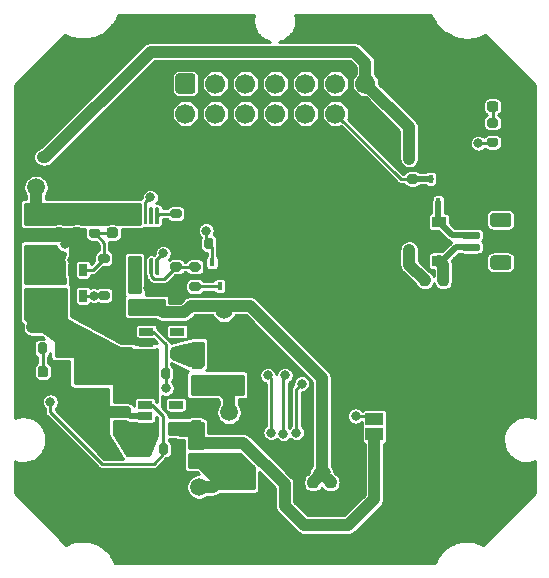
<source format=gbr>
%TF.GenerationSoftware,KiCad,Pcbnew,5.1.10-88a1d61d58~88~ubuntu20.04.1*%
%TF.CreationDate,2021-05-19T13:37:25+03:00*%
%TF.ProjectId,isc0901b0-breakout,69736330-3930-4316-9230-2d627265616b,rev2*%
%TF.SameCoordinates,Original*%
%TF.FileFunction,Copper,L2,Bot*%
%TF.FilePolarity,Positive*%
%FSLAX46Y46*%
G04 Gerber Fmt 4.6, Leading zero omitted, Abs format (unit mm)*
G04 Created by KiCad (PCBNEW 5.1.10-88a1d61d58~88~ubuntu20.04.1) date 2021-05-19 13:37:25*
%MOMM*%
%LPD*%
G01*
G04 APERTURE LIST*
%TA.AperFunction,SMDPad,CuDef*%
%ADD10C,1.500000*%
%TD*%
%TA.AperFunction,SMDPad,CuDef*%
%ADD11R,0.450000X0.700000*%
%TD*%
%TA.AperFunction,ComponentPad*%
%ADD12C,1.700000*%
%TD*%
%TA.AperFunction,SMDPad,CuDef*%
%ADD13R,1.200000X0.900000*%
%TD*%
%TA.AperFunction,SMDPad,CuDef*%
%ADD14R,1.880000X1.680000*%
%TD*%
%TA.AperFunction,SMDPad,CuDef*%
%ADD15R,1.220000X0.650000*%
%TD*%
%TA.AperFunction,SMDPad,CuDef*%
%ADD16R,0.650000X1.060000*%
%TD*%
%TA.AperFunction,SMDPad,CuDef*%
%ADD17R,1.500000X1.000000*%
%TD*%
%TA.AperFunction,ComponentPad*%
%ADD18O,1.700000X1.700000*%
%TD*%
%TA.AperFunction,ComponentPad*%
%ADD19R,1.700000X1.700000*%
%TD*%
%TA.AperFunction,ViaPad*%
%ADD20C,0.800000*%
%TD*%
%TA.AperFunction,Conductor*%
%ADD21C,0.250000*%
%TD*%
%TA.AperFunction,Conductor*%
%ADD22C,1.000000*%
%TD*%
%TA.AperFunction,Conductor*%
%ADD23C,0.500000*%
%TD*%
%TA.AperFunction,Conductor*%
%ADD24C,0.254000*%
%TD*%
%TA.AperFunction,Conductor*%
%ADD25C,0.100000*%
%TD*%
G04 APERTURE END LIST*
D10*
%TO.P,TP6_GND1,1*%
%TO.N,GND*%
X51600000Y-133600000D03*
%TD*%
%TO.P,TP5_VBIAS1,1*%
%TO.N,VAA*%
X62250000Y-117800000D03*
%TD*%
%TO.P,TP4_2V5,1*%
%TO.N,VCCQ*%
X62700000Y-126450000D03*
%TD*%
%TO.P,TP3_3V3,1*%
%TO.N,VCC*%
X60150000Y-132750000D03*
%TD*%
%TO.P,TP2_12V1,1*%
%TO.N,Net-(C12-Pad1)*%
X46350000Y-107400000D03*
%TD*%
%TO.P,TP1_5V1,1*%
%TO.N,+5V*%
X46350000Y-118550000D03*
%TD*%
%TO.P,J5,MP*%
%TO.N,N/C*%
%TA.AperFunction,SMDPad,CuDef*%
G36*
G01*
X86350001Y-110750000D02*
X85049999Y-110750000D01*
G75*
G02*
X84800000Y-110500001I0J249999D01*
G01*
X84800000Y-109799999D01*
G75*
G02*
X85049999Y-109550000I249999J0D01*
G01*
X86350001Y-109550000D01*
G75*
G02*
X86600000Y-109799999I0J-249999D01*
G01*
X86600000Y-110500001D01*
G75*
G02*
X86350001Y-110750000I-249999J0D01*
G01*
G37*
%TD.AperFunction*%
%TA.AperFunction,SMDPad,CuDef*%
G36*
G01*
X86350001Y-114350000D02*
X85049999Y-114350000D01*
G75*
G02*
X84800000Y-114100001I0J249999D01*
G01*
X84800000Y-113399999D01*
G75*
G02*
X85049999Y-113150000I249999J0D01*
G01*
X86350001Y-113150000D01*
G75*
G02*
X86600000Y-113399999I0J-249999D01*
G01*
X86600000Y-114100001D01*
G75*
G02*
X86350001Y-114350000I-249999J0D01*
G01*
G37*
%TD.AperFunction*%
%TO.P,J5,2*%
%TO.N,Net-(D4-Pad2)*%
%TA.AperFunction,SMDPad,CuDef*%
G36*
G01*
X83800000Y-111750000D02*
X82550000Y-111750000D01*
G75*
G02*
X82400000Y-111600000I0J150000D01*
G01*
X82400000Y-111300000D01*
G75*
G02*
X82550000Y-111150000I150000J0D01*
G01*
X83800000Y-111150000D01*
G75*
G02*
X83950000Y-111300000I0J-150000D01*
G01*
X83950000Y-111600000D01*
G75*
G02*
X83800000Y-111750000I-150000J0D01*
G01*
G37*
%TD.AperFunction*%
%TO.P,J5,1*%
%TO.N,Net-(D4-Pad1)*%
%TA.AperFunction,SMDPad,CuDef*%
G36*
G01*
X83800000Y-112750000D02*
X82550000Y-112750000D01*
G75*
G02*
X82400000Y-112600000I0J150000D01*
G01*
X82400000Y-112300000D01*
G75*
G02*
X82550000Y-112150000I150000J0D01*
G01*
X83800000Y-112150000D01*
G75*
G02*
X83950000Y-112300000I0J-150000D01*
G01*
X83950000Y-112600000D01*
G75*
G02*
X83800000Y-112750000I-150000J0D01*
G01*
G37*
%TD.AperFunction*%
%TD*%
%TO.P,R12,2*%
%TO.N,GND*%
%TA.AperFunction,SMDPad,CuDef*%
G36*
G01*
X77925000Y-107925000D02*
X78475000Y-107925000D01*
G75*
G02*
X78675000Y-108125000I0J-200000D01*
G01*
X78675000Y-108525000D01*
G75*
G02*
X78475000Y-108725000I-200000J0D01*
G01*
X77925000Y-108725000D01*
G75*
G02*
X77725000Y-108525000I0J200000D01*
G01*
X77725000Y-108125000D01*
G75*
G02*
X77925000Y-107925000I200000J0D01*
G01*
G37*
%TD.AperFunction*%
%TO.P,R12,1*%
%TO.N,/SHUTTER*%
%TA.AperFunction,SMDPad,CuDef*%
G36*
G01*
X77925000Y-106275000D02*
X78475000Y-106275000D01*
G75*
G02*
X78675000Y-106475000I0J-200000D01*
G01*
X78675000Y-106875000D01*
G75*
G02*
X78475000Y-107075000I-200000J0D01*
G01*
X77925000Y-107075000D01*
G75*
G02*
X77725000Y-106875000I0J200000D01*
G01*
X77725000Y-106475000D01*
G75*
G02*
X77925000Y-106275000I200000J0D01*
G01*
G37*
%TD.AperFunction*%
%TD*%
D11*
%TO.P,Q2,3*%
%TO.N,Net-(D4-Pad2)*%
X80400000Y-108650000D03*
%TO.P,Q2,2*%
%TO.N,GND*%
X81050000Y-106650000D03*
%TO.P,Q2,1*%
%TO.N,/SHUTTER*%
X79750000Y-106650000D03*
%TD*%
D12*
%TO.P,J4,14*%
%TO.N,GND*%
X74240000Y-101140000D03*
%TO.P,J4,12*%
%TO.N,/SHUTTER*%
X71700000Y-101140000D03*
%TO.P,J4,10*%
%TO.N,Net-(J4-Pad10)*%
X69160000Y-101140000D03*
%TO.P,J4,8*%
%TO.N,Net-(J4-Pad8)*%
X66620000Y-101140000D03*
%TO.P,J4,6*%
%TO.N,Net-(J4-Pad6)*%
X64080000Y-101140000D03*
%TO.P,J4,4*%
%TO.N,Net-(J4-Pad4)*%
X61540000Y-101140000D03*
%TO.P,J4,2*%
%TO.N,Net-(J4-Pad2)*%
X59000000Y-101140000D03*
%TO.P,J4,13*%
%TO.N,+5V*%
X74240000Y-98600000D03*
%TO.P,J4,11*%
%TO.N,Net-(J4-Pad11)*%
X71700000Y-98600000D03*
%TO.P,J4,9*%
%TO.N,Net-(J4-Pad9)*%
X69160000Y-98600000D03*
%TO.P,J4,7*%
%TO.N,Net-(J4-Pad7)*%
X66620000Y-98600000D03*
%TO.P,J4,5*%
%TO.N,Net-(J4-Pad5)*%
X64080000Y-98600000D03*
%TO.P,J4,3*%
%TO.N,Net-(J4-Pad3)*%
X61540000Y-98600000D03*
%TO.P,J4,1*%
%TO.N,Net-(J4-Pad1)*%
%TA.AperFunction,ComponentPad*%
G36*
G01*
X58400000Y-97750000D02*
X59600000Y-97750000D01*
G75*
G02*
X59850000Y-98000000I0J-250000D01*
G01*
X59850000Y-99200000D01*
G75*
G02*
X59600000Y-99450000I-250000J0D01*
G01*
X58400000Y-99450000D01*
G75*
G02*
X58150000Y-99200000I0J250000D01*
G01*
X58150000Y-98000000D01*
G75*
G02*
X58400000Y-97750000I250000J0D01*
G01*
G37*
%TD.AperFunction*%
%TD*%
%TO.P,FB4,2*%
%TO.N,+5V*%
%TA.AperFunction,SMDPad,CuDef*%
G36*
G01*
X79700000Y-114993750D02*
X79700000Y-115506250D01*
G75*
G02*
X79481250Y-115725000I-218750J0D01*
G01*
X79043750Y-115725000D01*
G75*
G02*
X78825000Y-115506250I0J218750D01*
G01*
X78825000Y-114993750D01*
G75*
G02*
X79043750Y-114775000I218750J0D01*
G01*
X79481250Y-114775000D01*
G75*
G02*
X79700000Y-114993750I0J-218750D01*
G01*
G37*
%TD.AperFunction*%
%TO.P,FB4,1*%
%TO.N,Net-(D4-Pad1)*%
%TA.AperFunction,SMDPad,CuDef*%
G36*
G01*
X81275000Y-114993750D02*
X81275000Y-115506250D01*
G75*
G02*
X81056250Y-115725000I-218750J0D01*
G01*
X80618750Y-115725000D01*
G75*
G02*
X80400000Y-115506250I0J218750D01*
G01*
X80400000Y-114993750D01*
G75*
G02*
X80618750Y-114775000I218750J0D01*
G01*
X81056250Y-114775000D01*
G75*
G02*
X81275000Y-114993750I0J-218750D01*
G01*
G37*
%TD.AperFunction*%
%TD*%
D13*
%TO.P,D4,2*%
%TO.N,Net-(D4-Pad2)*%
X80450000Y-110300000D03*
%TO.P,D4,1*%
%TO.N,Net-(D4-Pad1)*%
X80450000Y-113600000D03*
%TD*%
%TO.P,R11,2*%
%TO.N,Net-(D3-Pad2)*%
%TA.AperFunction,SMDPad,CuDef*%
G36*
G01*
X47275000Y-120725000D02*
X47275000Y-121275000D01*
G75*
G02*
X47075000Y-121475000I-200000J0D01*
G01*
X46675000Y-121475000D01*
G75*
G02*
X46475000Y-121275000I0J200000D01*
G01*
X46475000Y-120725000D01*
G75*
G02*
X46675000Y-120525000I200000J0D01*
G01*
X47075000Y-120525000D01*
G75*
G02*
X47275000Y-120725000I0J-200000D01*
G01*
G37*
%TD.AperFunction*%
%TO.P,R11,1*%
%TO.N,+5V*%
%TA.AperFunction,SMDPad,CuDef*%
G36*
G01*
X48925000Y-120725000D02*
X48925000Y-121275000D01*
G75*
G02*
X48725000Y-121475000I-200000J0D01*
G01*
X48325000Y-121475000D01*
G75*
G02*
X48125000Y-121275000I0J200000D01*
G01*
X48125000Y-120725000D01*
G75*
G02*
X48325000Y-120525000I200000J0D01*
G01*
X48725000Y-120525000D01*
G75*
G02*
X48925000Y-120725000I0J-200000D01*
G01*
G37*
%TD.AperFunction*%
%TD*%
%TO.P,D3,2*%
%TO.N,Net-(D3-Pad2)*%
%TA.AperFunction,SMDPad,CuDef*%
G36*
G01*
X47350000Y-122743750D02*
X47350000Y-123256250D01*
G75*
G02*
X47131250Y-123475000I-218750J0D01*
G01*
X46693750Y-123475000D01*
G75*
G02*
X46475000Y-123256250I0J218750D01*
G01*
X46475000Y-122743750D01*
G75*
G02*
X46693750Y-122525000I218750J0D01*
G01*
X47131250Y-122525000D01*
G75*
G02*
X47350000Y-122743750I0J-218750D01*
G01*
G37*
%TD.AperFunction*%
%TO.P,D3,1*%
%TO.N,GND*%
%TA.AperFunction,SMDPad,CuDef*%
G36*
G01*
X48925000Y-122743750D02*
X48925000Y-123256250D01*
G75*
G02*
X48706250Y-123475000I-218750J0D01*
G01*
X48268750Y-123475000D01*
G75*
G02*
X48050000Y-123256250I0J218750D01*
G01*
X48050000Y-122743750D01*
G75*
G02*
X48268750Y-122525000I218750J0D01*
G01*
X48706250Y-122525000D01*
G75*
G02*
X48925000Y-122743750I0J-218750D01*
G01*
G37*
%TD.AperFunction*%
%TD*%
D14*
%TO.P,U4,11*%
%TO.N,GND*%
X55600000Y-111950000D03*
%TO.P,U4,10*%
%TO.N,Net-(FB3-Pad2)*%
%TA.AperFunction,SMDPad,CuDef*%
G36*
G01*
X54525000Y-113375000D02*
X54675000Y-113375000D01*
G75*
G02*
X54750000Y-113450000I0J-75000D01*
G01*
X54750000Y-114750000D01*
G75*
G02*
X54675000Y-114825000I-75000J0D01*
G01*
X54525000Y-114825000D01*
G75*
G02*
X54450000Y-114750000I0J75000D01*
G01*
X54450000Y-113450000D01*
G75*
G02*
X54525000Y-113375000I75000J0D01*
G01*
G37*
%TD.AperFunction*%
%TO.P,U4,9*%
%TA.AperFunction,SMDPad,CuDef*%
G36*
G01*
X55025000Y-113375000D02*
X55175000Y-113375000D01*
G75*
G02*
X55250000Y-113450000I0J-75000D01*
G01*
X55250000Y-114750000D01*
G75*
G02*
X55175000Y-114825000I-75000J0D01*
G01*
X55025000Y-114825000D01*
G75*
G02*
X54950000Y-114750000I0J75000D01*
G01*
X54950000Y-113450000D01*
G75*
G02*
X55025000Y-113375000I75000J0D01*
G01*
G37*
%TD.AperFunction*%
%TO.P,U4,8*%
%TO.N,GND*%
%TA.AperFunction,SMDPad,CuDef*%
G36*
G01*
X55525000Y-113375000D02*
X55675000Y-113375000D01*
G75*
G02*
X55750000Y-113450000I0J-75000D01*
G01*
X55750000Y-114750000D01*
G75*
G02*
X55675000Y-114825000I-75000J0D01*
G01*
X55525000Y-114825000D01*
G75*
G02*
X55450000Y-114750000I0J75000D01*
G01*
X55450000Y-113450000D01*
G75*
G02*
X55525000Y-113375000I75000J0D01*
G01*
G37*
%TD.AperFunction*%
%TO.P,U4,7*%
%TO.N,Net-(R10-Pad1)*%
%TA.AperFunction,SMDPad,CuDef*%
G36*
G01*
X56025000Y-113375000D02*
X56175000Y-113375000D01*
G75*
G02*
X56250000Y-113450000I0J-75000D01*
G01*
X56250000Y-114750000D01*
G75*
G02*
X56175000Y-114825000I-75000J0D01*
G01*
X56025000Y-114825000D01*
G75*
G02*
X55950000Y-114750000I0J75000D01*
G01*
X55950000Y-113450000D01*
G75*
G02*
X56025000Y-113375000I75000J0D01*
G01*
G37*
%TD.AperFunction*%
%TO.P,U4,6*%
%TO.N,Net-(C12-Pad1)*%
%TA.AperFunction,SMDPad,CuDef*%
G36*
G01*
X56525000Y-113375000D02*
X56675000Y-113375000D01*
G75*
G02*
X56750000Y-113450000I0J-75000D01*
G01*
X56750000Y-114750000D01*
G75*
G02*
X56675000Y-114825000I-75000J0D01*
G01*
X56525000Y-114825000D01*
G75*
G02*
X56450000Y-114750000I0J75000D01*
G01*
X56450000Y-113450000D01*
G75*
G02*
X56525000Y-113375000I75000J0D01*
G01*
G37*
%TD.AperFunction*%
%TO.P,U4,5*%
%TO.N,Net-(R9-Pad1)*%
%TA.AperFunction,SMDPad,CuDef*%
G36*
G01*
X56525000Y-109075000D02*
X56675000Y-109075000D01*
G75*
G02*
X56750000Y-109150000I0J-75000D01*
G01*
X56750000Y-110450000D01*
G75*
G02*
X56675000Y-110525000I-75000J0D01*
G01*
X56525000Y-110525000D01*
G75*
G02*
X56450000Y-110450000I0J75000D01*
G01*
X56450000Y-109150000D01*
G75*
G02*
X56525000Y-109075000I75000J0D01*
G01*
G37*
%TD.AperFunction*%
%TO.P,U4,4*%
%TO.N,N/C*%
%TA.AperFunction,SMDPad,CuDef*%
G36*
G01*
X56025000Y-109075000D02*
X56175000Y-109075000D01*
G75*
G02*
X56250000Y-109150000I0J-75000D01*
G01*
X56250000Y-110450000D01*
G75*
G02*
X56175000Y-110525000I-75000J0D01*
G01*
X56025000Y-110525000D01*
G75*
G02*
X55950000Y-110450000I0J75000D01*
G01*
X55950000Y-109150000D01*
G75*
G02*
X56025000Y-109075000I75000J0D01*
G01*
G37*
%TD.AperFunction*%
%TO.P,U4,3*%
%TO.N,/BOOST_EN*%
%TA.AperFunction,SMDPad,CuDef*%
G36*
G01*
X55525000Y-109075000D02*
X55675000Y-109075000D01*
G75*
G02*
X55750000Y-109150000I0J-75000D01*
G01*
X55750000Y-110450000D01*
G75*
G02*
X55675000Y-110525000I-75000J0D01*
G01*
X55525000Y-110525000D01*
G75*
G02*
X55450000Y-110450000I0J75000D01*
G01*
X55450000Y-109150000D01*
G75*
G02*
X55525000Y-109075000I75000J0D01*
G01*
G37*
%TD.AperFunction*%
%TO.P,U4,2*%
%TO.N,Net-(C12-Pad1)*%
%TA.AperFunction,SMDPad,CuDef*%
G36*
G01*
X55025000Y-109075000D02*
X55175000Y-109075000D01*
G75*
G02*
X55250000Y-109150000I0J-75000D01*
G01*
X55250000Y-110450000D01*
G75*
G02*
X55175000Y-110525000I-75000J0D01*
G01*
X55025000Y-110525000D01*
G75*
G02*
X54950000Y-110450000I0J75000D01*
G01*
X54950000Y-109150000D01*
G75*
G02*
X55025000Y-109075000I75000J0D01*
G01*
G37*
%TD.AperFunction*%
%TO.P,U4,1*%
%TA.AperFunction,SMDPad,CuDef*%
G36*
G01*
X54525000Y-109075000D02*
X54675000Y-109075000D01*
G75*
G02*
X54750000Y-109150000I0J-75000D01*
G01*
X54750000Y-110450000D01*
G75*
G02*
X54675000Y-110525000I-75000J0D01*
G01*
X54525000Y-110525000D01*
G75*
G02*
X54450000Y-110450000I0J75000D01*
G01*
X54450000Y-109150000D01*
G75*
G02*
X54525000Y-109075000I75000J0D01*
G01*
G37*
%TD.AperFunction*%
%TD*%
D15*
%TO.P,U3,5*%
%TO.N,+2V5*%
X58310000Y-121500000D03*
%TO.P,U3,4*%
%TO.N,N/C*%
X58310000Y-119600000D03*
%TO.P,U3,3*%
%TO.N,/2V5_EN*%
X55690000Y-119600000D03*
%TO.P,U3,2*%
%TO.N,GND*%
X55690000Y-120550000D03*
%TO.P,U3,1*%
%TO.N,+5V*%
X55690000Y-121500000D03*
%TD*%
%TO.P,U2,5*%
%TO.N,+3V3*%
X58210000Y-127700000D03*
%TO.P,U2,4*%
%TO.N,N/C*%
X58210000Y-125800000D03*
%TO.P,U2,3*%
%TO.N,/3V3_EN*%
X55590000Y-125800000D03*
%TO.P,U2,2*%
%TO.N,GND*%
X55590000Y-126750000D03*
%TO.P,U2,1*%
%TO.N,+5V*%
X55590000Y-127700000D03*
%TD*%
D16*
%TO.P,U1,5*%
%TO.N,+5V*%
X48420000Y-116560000D03*
%TO.P,U1,4*%
%TO.N,/BOOST_EN*%
X50320000Y-116560000D03*
%TO.P,U1,3*%
%TO.N,Net-(C8-Pad2)*%
X50320000Y-114360000D03*
%TO.P,U1,2*%
%TO.N,GND*%
X49370000Y-114360000D03*
%TO.P,U1,1*%
%TO.N,Net-(D2-Pad2)*%
X48420000Y-114360000D03*
%TD*%
%TO.P,R10,2*%
%TO.N,GND*%
%TA.AperFunction,SMDPad,CuDef*%
G36*
G01*
X57925000Y-115375000D02*
X58475000Y-115375000D01*
G75*
G02*
X58675000Y-115575000I0J-200000D01*
G01*
X58675000Y-115975000D01*
G75*
G02*
X58475000Y-116175000I-200000J0D01*
G01*
X57925000Y-116175000D01*
G75*
G02*
X57725000Y-115975000I0J200000D01*
G01*
X57725000Y-115575000D01*
G75*
G02*
X57925000Y-115375000I200000J0D01*
G01*
G37*
%TD.AperFunction*%
%TO.P,R10,1*%
%TO.N,Net-(R10-Pad1)*%
%TA.AperFunction,SMDPad,CuDef*%
G36*
G01*
X57925000Y-113725000D02*
X58475000Y-113725000D01*
G75*
G02*
X58675000Y-113925000I0J-200000D01*
G01*
X58675000Y-114325000D01*
G75*
G02*
X58475000Y-114525000I-200000J0D01*
G01*
X57925000Y-114525000D01*
G75*
G02*
X57725000Y-114325000I0J200000D01*
G01*
X57725000Y-113925000D01*
G75*
G02*
X57925000Y-113725000I200000J0D01*
G01*
G37*
%TD.AperFunction*%
%TD*%
%TO.P,R9,2*%
%TO.N,GND*%
%TA.AperFunction,SMDPad,CuDef*%
G36*
G01*
X57925000Y-110875000D02*
X58475000Y-110875000D01*
G75*
G02*
X58675000Y-111075000I0J-200000D01*
G01*
X58675000Y-111475000D01*
G75*
G02*
X58475000Y-111675000I-200000J0D01*
G01*
X57925000Y-111675000D01*
G75*
G02*
X57725000Y-111475000I0J200000D01*
G01*
X57725000Y-111075000D01*
G75*
G02*
X57925000Y-110875000I200000J0D01*
G01*
G37*
%TD.AperFunction*%
%TO.P,R9,1*%
%TO.N,Net-(R9-Pad1)*%
%TA.AperFunction,SMDPad,CuDef*%
G36*
G01*
X57925000Y-109225000D02*
X58475000Y-109225000D01*
G75*
G02*
X58675000Y-109425000I0J-200000D01*
G01*
X58675000Y-109825000D01*
G75*
G02*
X58475000Y-110025000I-200000J0D01*
G01*
X57925000Y-110025000D01*
G75*
G02*
X57725000Y-109825000I0J200000D01*
G01*
X57725000Y-109425000D01*
G75*
G02*
X57925000Y-109225000I200000J0D01*
G01*
G37*
%TD.AperFunction*%
%TD*%
%TO.P,R8,2*%
%TO.N,Net-(Q1-Pad3)*%
%TA.AperFunction,SMDPad,CuDef*%
G36*
G01*
X59525000Y-115375000D02*
X60075000Y-115375000D01*
G75*
G02*
X60275000Y-115575000I0J-200000D01*
G01*
X60275000Y-115975000D01*
G75*
G02*
X60075000Y-116175000I-200000J0D01*
G01*
X59525000Y-116175000D01*
G75*
G02*
X59325000Y-115975000I0J200000D01*
G01*
X59325000Y-115575000D01*
G75*
G02*
X59525000Y-115375000I200000J0D01*
G01*
G37*
%TD.AperFunction*%
%TO.P,R8,1*%
%TO.N,Net-(R10-Pad1)*%
%TA.AperFunction,SMDPad,CuDef*%
G36*
G01*
X59525000Y-113725000D02*
X60075000Y-113725000D01*
G75*
G02*
X60275000Y-113925000I0J-200000D01*
G01*
X60275000Y-114325000D01*
G75*
G02*
X60075000Y-114525000I-200000J0D01*
G01*
X59525000Y-114525000D01*
G75*
G02*
X59325000Y-114325000I0J200000D01*
G01*
X59325000Y-113925000D01*
G75*
G02*
X59525000Y-113725000I200000J0D01*
G01*
G37*
%TD.AperFunction*%
%TD*%
%TO.P,R7,2*%
%TO.N,GND*%
%TA.AperFunction,SMDPad,CuDef*%
G36*
G01*
X62225000Y-112425000D02*
X62225000Y-111875000D01*
G75*
G02*
X62425000Y-111675000I200000J0D01*
G01*
X62825000Y-111675000D01*
G75*
G02*
X63025000Y-111875000I0J-200000D01*
G01*
X63025000Y-112425000D01*
G75*
G02*
X62825000Y-112625000I-200000J0D01*
G01*
X62425000Y-112625000D01*
G75*
G02*
X62225000Y-112425000I0J200000D01*
G01*
G37*
%TD.AperFunction*%
%TO.P,R7,1*%
%TO.N,/BIAS_9V0*%
%TA.AperFunction,SMDPad,CuDef*%
G36*
G01*
X60575000Y-112425000D02*
X60575000Y-111875000D01*
G75*
G02*
X60775000Y-111675000I200000J0D01*
G01*
X61175000Y-111675000D01*
G75*
G02*
X61375000Y-111875000I0J-200000D01*
G01*
X61375000Y-112425000D01*
G75*
G02*
X61175000Y-112625000I-200000J0D01*
G01*
X60775000Y-112625000D01*
G75*
G02*
X60575000Y-112425000I0J200000D01*
G01*
G37*
%TD.AperFunction*%
%TD*%
%TO.P,R6,2*%
%TO.N,/2V5_EN*%
%TA.AperFunction,SMDPad,CuDef*%
G36*
G01*
X56925000Y-123425000D02*
X56925000Y-122875000D01*
G75*
G02*
X57125000Y-122675000I200000J0D01*
G01*
X57525000Y-122675000D01*
G75*
G02*
X57725000Y-122875000I0J-200000D01*
G01*
X57725000Y-123425000D01*
G75*
G02*
X57525000Y-123625000I-200000J0D01*
G01*
X57125000Y-123625000D01*
G75*
G02*
X56925000Y-123425000I0J200000D01*
G01*
G37*
%TD.AperFunction*%
%TO.P,R6,1*%
%TO.N,+5V*%
%TA.AperFunction,SMDPad,CuDef*%
G36*
G01*
X55275000Y-123425000D02*
X55275000Y-122875000D01*
G75*
G02*
X55475000Y-122675000I200000J0D01*
G01*
X55875000Y-122675000D01*
G75*
G02*
X56075000Y-122875000I0J-200000D01*
G01*
X56075000Y-123425000D01*
G75*
G02*
X55875000Y-123625000I-200000J0D01*
G01*
X55475000Y-123625000D01*
G75*
G02*
X55275000Y-123425000I0J200000D01*
G01*
G37*
%TD.AperFunction*%
%TD*%
%TO.P,R5,2*%
%TO.N,/3V3_EN*%
%TA.AperFunction,SMDPad,CuDef*%
G36*
G01*
X56725000Y-129825000D02*
X56725000Y-129275000D01*
G75*
G02*
X56925000Y-129075000I200000J0D01*
G01*
X57325000Y-129075000D01*
G75*
G02*
X57525000Y-129275000I0J-200000D01*
G01*
X57525000Y-129825000D01*
G75*
G02*
X57325000Y-130025000I-200000J0D01*
G01*
X56925000Y-130025000D01*
G75*
G02*
X56725000Y-129825000I0J200000D01*
G01*
G37*
%TD.AperFunction*%
%TO.P,R5,1*%
%TO.N,+5V*%
%TA.AperFunction,SMDPad,CuDef*%
G36*
G01*
X55075000Y-129825000D02*
X55075000Y-129275000D01*
G75*
G02*
X55275000Y-129075000I200000J0D01*
G01*
X55675000Y-129075000D01*
G75*
G02*
X55875000Y-129275000I0J-200000D01*
G01*
X55875000Y-129825000D01*
G75*
G02*
X55675000Y-130025000I-200000J0D01*
G01*
X55275000Y-130025000D01*
G75*
G02*
X55075000Y-129825000I0J200000D01*
G01*
G37*
%TD.AperFunction*%
%TD*%
%TO.P,R4,2*%
%TO.N,GND*%
%TA.AperFunction,SMDPad,CuDef*%
G36*
G01*
X51825000Y-114675000D02*
X52375000Y-114675000D01*
G75*
G02*
X52575000Y-114875000I0J-200000D01*
G01*
X52575000Y-115275000D01*
G75*
G02*
X52375000Y-115475000I-200000J0D01*
G01*
X51825000Y-115475000D01*
G75*
G02*
X51625000Y-115275000I0J200000D01*
G01*
X51625000Y-114875000D01*
G75*
G02*
X51825000Y-114675000I200000J0D01*
G01*
G37*
%TD.AperFunction*%
%TO.P,R4,1*%
%TO.N,Net-(C8-Pad2)*%
%TA.AperFunction,SMDPad,CuDef*%
G36*
G01*
X51825000Y-113025000D02*
X52375000Y-113025000D01*
G75*
G02*
X52575000Y-113225000I0J-200000D01*
G01*
X52575000Y-113625000D01*
G75*
G02*
X52375000Y-113825000I-200000J0D01*
G01*
X51825000Y-113825000D01*
G75*
G02*
X51625000Y-113625000I0J200000D01*
G01*
X51625000Y-113225000D01*
G75*
G02*
X51825000Y-113025000I200000J0D01*
G01*
G37*
%TD.AperFunction*%
%TD*%
%TO.P,R3,2*%
%TO.N,Net-(C8-Pad2)*%
%TA.AperFunction,SMDPad,CuDef*%
G36*
G01*
X51025000Y-110875000D02*
X51575000Y-110875000D01*
G75*
G02*
X51775000Y-111075000I0J-200000D01*
G01*
X51775000Y-111475000D01*
G75*
G02*
X51575000Y-111675000I-200000J0D01*
G01*
X51025000Y-111675000D01*
G75*
G02*
X50825000Y-111475000I0J200000D01*
G01*
X50825000Y-111075000D01*
G75*
G02*
X51025000Y-110875000I200000J0D01*
G01*
G37*
%TD.AperFunction*%
%TO.P,R3,1*%
%TO.N,Net-(C12-Pad1)*%
%TA.AperFunction,SMDPad,CuDef*%
G36*
G01*
X51025000Y-109225000D02*
X51575000Y-109225000D01*
G75*
G02*
X51775000Y-109425000I0J-200000D01*
G01*
X51775000Y-109825000D01*
G75*
G02*
X51575000Y-110025000I-200000J0D01*
G01*
X51025000Y-110025000D01*
G75*
G02*
X50825000Y-109825000I0J200000D01*
G01*
X50825000Y-109425000D01*
G75*
G02*
X51025000Y-109225000I200000J0D01*
G01*
G37*
%TD.AperFunction*%
%TD*%
%TO.P,R2,2*%
%TO.N,GND*%
%TA.AperFunction,SMDPad,CuDef*%
G36*
G01*
X51825000Y-117775000D02*
X52375000Y-117775000D01*
G75*
G02*
X52575000Y-117975000I0J-200000D01*
G01*
X52575000Y-118375000D01*
G75*
G02*
X52375000Y-118575000I-200000J0D01*
G01*
X51825000Y-118575000D01*
G75*
G02*
X51625000Y-118375000I0J200000D01*
G01*
X51625000Y-117975000D01*
G75*
G02*
X51825000Y-117775000I200000J0D01*
G01*
G37*
%TD.AperFunction*%
%TO.P,R2,1*%
%TO.N,/BOOST_EN*%
%TA.AperFunction,SMDPad,CuDef*%
G36*
G01*
X51825000Y-116125000D02*
X52375000Y-116125000D01*
G75*
G02*
X52575000Y-116325000I0J-200000D01*
G01*
X52575000Y-116725000D01*
G75*
G02*
X52375000Y-116925000I-200000J0D01*
G01*
X51825000Y-116925000D01*
G75*
G02*
X51625000Y-116725000I0J200000D01*
G01*
X51625000Y-116325000D01*
G75*
G02*
X51825000Y-116125000I200000J0D01*
G01*
G37*
%TD.AperFunction*%
%TD*%
%TO.P,R1,2*%
%TO.N,Net-(D1-Pad2)*%
%TA.AperFunction,SMDPad,CuDef*%
G36*
G01*
X85275000Y-102325000D02*
X84725000Y-102325000D01*
G75*
G02*
X84525000Y-102125000I0J200000D01*
G01*
X84525000Y-101725000D01*
G75*
G02*
X84725000Y-101525000I200000J0D01*
G01*
X85275000Y-101525000D01*
G75*
G02*
X85475000Y-101725000I0J-200000D01*
G01*
X85475000Y-102125000D01*
G75*
G02*
X85275000Y-102325000I-200000J0D01*
G01*
G37*
%TD.AperFunction*%
%TO.P,R1,1*%
%TO.N,Net-(J4-Pad11)*%
%TA.AperFunction,SMDPad,CuDef*%
G36*
G01*
X85275000Y-103975000D02*
X84725000Y-103975000D01*
G75*
G02*
X84525000Y-103775000I0J200000D01*
G01*
X84525000Y-103375000D01*
G75*
G02*
X84725000Y-103175000I200000J0D01*
G01*
X85275000Y-103175000D01*
G75*
G02*
X85475000Y-103375000I0J-200000D01*
G01*
X85475000Y-103775000D01*
G75*
G02*
X85275000Y-103975000I-200000J0D01*
G01*
G37*
%TD.AperFunction*%
%TD*%
D11*
%TO.P,Q1,3*%
%TO.N,Net-(Q1-Pad3)*%
X61900000Y-115750000D03*
%TO.P,Q1,2*%
%TO.N,GND*%
X62550000Y-113750000D03*
%TO.P,Q1,1*%
%TO.N,/BIAS_9V0*%
X61250000Y-113750000D03*
%TD*%
%TO.P,L1,2*%
%TO.N,Net-(D2-Pad2)*%
%TA.AperFunction,SMDPad,CuDef*%
G36*
G01*
X46781250Y-114825000D02*
X46018750Y-114825000D01*
G75*
G02*
X45800000Y-114606250I0J218750D01*
G01*
X45800000Y-114168750D01*
G75*
G02*
X46018750Y-113950000I218750J0D01*
G01*
X46781250Y-113950000D01*
G75*
G02*
X47000000Y-114168750I0J-218750D01*
G01*
X47000000Y-114606250D01*
G75*
G02*
X46781250Y-114825000I-218750J0D01*
G01*
G37*
%TD.AperFunction*%
%TO.P,L1,1*%
%TO.N,+5V*%
%TA.AperFunction,SMDPad,CuDef*%
G36*
G01*
X46781250Y-116950000D02*
X46018750Y-116950000D01*
G75*
G02*
X45800000Y-116731250I0J218750D01*
G01*
X45800000Y-116293750D01*
G75*
G02*
X46018750Y-116075000I218750J0D01*
G01*
X46781250Y-116075000D01*
G75*
G02*
X47000000Y-116293750I0J-218750D01*
G01*
X47000000Y-116731250D01*
G75*
G02*
X46781250Y-116950000I-218750J0D01*
G01*
G37*
%TD.AperFunction*%
%TD*%
D17*
%TO.P,JP1,1*%
%TO.N,+3V3*%
X75000000Y-128300000D03*
%TO.P,JP1,2*%
%TO.N,/VCC_SYS*%
X75000000Y-127000000D03*
%TO.P,JP1,3*%
%TO.N,GND*%
X75000000Y-125700000D03*
%TD*%
D18*
%TO.P,J3,2*%
%TO.N,GND*%
X51200000Y-125490000D03*
D19*
%TO.P,J3,1*%
%TO.N,+5V*%
X51200000Y-122950000D03*
%TD*%
%TO.P,FB3,2*%
%TO.N,Net-(FB3-Pad2)*%
%TA.AperFunction,SMDPad,CuDef*%
G36*
G01*
X54956250Y-116387500D02*
X54443750Y-116387500D01*
G75*
G02*
X54225000Y-116168750I0J218750D01*
G01*
X54225000Y-115731250D01*
G75*
G02*
X54443750Y-115512500I218750J0D01*
G01*
X54956250Y-115512500D01*
G75*
G02*
X55175000Y-115731250I0J-218750D01*
G01*
X55175000Y-116168750D01*
G75*
G02*
X54956250Y-116387500I-218750J0D01*
G01*
G37*
%TD.AperFunction*%
%TO.P,FB3,1*%
%TO.N,VAA*%
%TA.AperFunction,SMDPad,CuDef*%
G36*
G01*
X54956250Y-117962500D02*
X54443750Y-117962500D01*
G75*
G02*
X54225000Y-117743750I0J218750D01*
G01*
X54225000Y-117306250D01*
G75*
G02*
X54443750Y-117087500I218750J0D01*
G01*
X54956250Y-117087500D01*
G75*
G02*
X55175000Y-117306250I0J-218750D01*
G01*
X55175000Y-117743750D01*
G75*
G02*
X54956250Y-117962500I-218750J0D01*
G01*
G37*
%TD.AperFunction*%
%TD*%
%TO.P,FB2,2*%
%TO.N,+2V5*%
%TA.AperFunction,SMDPad,CuDef*%
G36*
G01*
X60256250Y-122800000D02*
X59743750Y-122800000D01*
G75*
G02*
X59525000Y-122581250I0J218750D01*
G01*
X59525000Y-122143750D01*
G75*
G02*
X59743750Y-121925000I218750J0D01*
G01*
X60256250Y-121925000D01*
G75*
G02*
X60475000Y-122143750I0J-218750D01*
G01*
X60475000Y-122581250D01*
G75*
G02*
X60256250Y-122800000I-218750J0D01*
G01*
G37*
%TD.AperFunction*%
%TO.P,FB2,1*%
%TO.N,VCCQ*%
%TA.AperFunction,SMDPad,CuDef*%
G36*
G01*
X60256250Y-124375000D02*
X59743750Y-124375000D01*
G75*
G02*
X59525000Y-124156250I0J218750D01*
G01*
X59525000Y-123718750D01*
G75*
G02*
X59743750Y-123500000I218750J0D01*
G01*
X60256250Y-123500000D01*
G75*
G02*
X60475000Y-123718750I0J-218750D01*
G01*
X60475000Y-124156250D01*
G75*
G02*
X60256250Y-124375000I-218750J0D01*
G01*
G37*
%TD.AperFunction*%
%TD*%
%TO.P,FB1,2*%
%TO.N,+3V3*%
%TA.AperFunction,SMDPad,CuDef*%
G36*
G01*
X60156250Y-129450000D02*
X59643750Y-129450000D01*
G75*
G02*
X59425000Y-129231250I0J218750D01*
G01*
X59425000Y-128793750D01*
G75*
G02*
X59643750Y-128575000I218750J0D01*
G01*
X60156250Y-128575000D01*
G75*
G02*
X60375000Y-128793750I0J-218750D01*
G01*
X60375000Y-129231250D01*
G75*
G02*
X60156250Y-129450000I-218750J0D01*
G01*
G37*
%TD.AperFunction*%
%TO.P,FB1,1*%
%TO.N,VCC*%
%TA.AperFunction,SMDPad,CuDef*%
G36*
G01*
X60156250Y-131025000D02*
X59643750Y-131025000D01*
G75*
G02*
X59425000Y-130806250I0J218750D01*
G01*
X59425000Y-130368750D01*
G75*
G02*
X59643750Y-130150000I218750J0D01*
G01*
X60156250Y-130150000D01*
G75*
G02*
X60375000Y-130368750I0J-218750D01*
G01*
X60375000Y-130806250D01*
G75*
G02*
X60156250Y-131025000I-218750J0D01*
G01*
G37*
%TD.AperFunction*%
%TD*%
D13*
%TO.P,D2,2*%
%TO.N,Net-(D2-Pad2)*%
X46300000Y-112900000D03*
%TO.P,D2,1*%
%TO.N,Net-(C12-Pad1)*%
X46300000Y-109600000D03*
%TD*%
%TO.P,D1,2*%
%TO.N,Net-(D1-Pad2)*%
%TA.AperFunction,SMDPad,CuDef*%
G36*
G01*
X84743750Y-100100000D02*
X85256250Y-100100000D01*
G75*
G02*
X85475000Y-100318750I0J-218750D01*
G01*
X85475000Y-100756250D01*
G75*
G02*
X85256250Y-100975000I-218750J0D01*
G01*
X84743750Y-100975000D01*
G75*
G02*
X84525000Y-100756250I0J218750D01*
G01*
X84525000Y-100318750D01*
G75*
G02*
X84743750Y-100100000I218750J0D01*
G01*
G37*
%TD.AperFunction*%
%TO.P,D1,1*%
%TO.N,GND*%
%TA.AperFunction,SMDPad,CuDef*%
G36*
G01*
X84743750Y-98525000D02*
X85256250Y-98525000D01*
G75*
G02*
X85475000Y-98743750I0J-218750D01*
G01*
X85475000Y-99181250D01*
G75*
G02*
X85256250Y-99400000I-218750J0D01*
G01*
X84743750Y-99400000D01*
G75*
G02*
X84525000Y-99181250I0J218750D01*
G01*
X84525000Y-98743750D01*
G75*
G02*
X84743750Y-98525000I218750J0D01*
G01*
G37*
%TD.AperFunction*%
%TD*%
%TO.P,C15,2*%
%TO.N,GND*%
%TA.AperFunction,SMDPad,CuDef*%
G36*
G01*
X56850000Y-116400000D02*
X56350000Y-116400000D01*
G75*
G02*
X56125000Y-116175000I0J225000D01*
G01*
X56125000Y-115725000D01*
G75*
G02*
X56350000Y-115500000I225000J0D01*
G01*
X56850000Y-115500000D01*
G75*
G02*
X57075000Y-115725000I0J-225000D01*
G01*
X57075000Y-116175000D01*
G75*
G02*
X56850000Y-116400000I-225000J0D01*
G01*
G37*
%TD.AperFunction*%
%TO.P,C15,1*%
%TO.N,VAA*%
%TA.AperFunction,SMDPad,CuDef*%
G36*
G01*
X56850000Y-117950000D02*
X56350000Y-117950000D01*
G75*
G02*
X56125000Y-117725000I0J225000D01*
G01*
X56125000Y-117275000D01*
G75*
G02*
X56350000Y-117050000I225000J0D01*
G01*
X56850000Y-117050000D01*
G75*
G02*
X57075000Y-117275000I0J-225000D01*
G01*
X57075000Y-117725000D01*
G75*
G02*
X56850000Y-117950000I-225000J0D01*
G01*
G37*
%TD.AperFunction*%
%TD*%
%TO.P,C14,2*%
%TO.N,GND*%
%TA.AperFunction,SMDPad,CuDef*%
G36*
G01*
X60250000Y-119825000D02*
X59750000Y-119825000D01*
G75*
G02*
X59525000Y-119600000I0J225000D01*
G01*
X59525000Y-119150000D01*
G75*
G02*
X59750000Y-118925000I225000J0D01*
G01*
X60250000Y-118925000D01*
G75*
G02*
X60475000Y-119150000I0J-225000D01*
G01*
X60475000Y-119600000D01*
G75*
G02*
X60250000Y-119825000I-225000J0D01*
G01*
G37*
%TD.AperFunction*%
%TO.P,C14,1*%
%TO.N,+2V5*%
%TA.AperFunction,SMDPad,CuDef*%
G36*
G01*
X60250000Y-121375000D02*
X59750000Y-121375000D01*
G75*
G02*
X59525000Y-121150000I0J225000D01*
G01*
X59525000Y-120700000D01*
G75*
G02*
X59750000Y-120475000I225000J0D01*
G01*
X60250000Y-120475000D01*
G75*
G02*
X60475000Y-120700000I0J-225000D01*
G01*
X60475000Y-121150000D01*
G75*
G02*
X60250000Y-121375000I-225000J0D01*
G01*
G37*
%TD.AperFunction*%
%TD*%
%TO.P,C13,2*%
%TO.N,GND*%
%TA.AperFunction,SMDPad,CuDef*%
G36*
G01*
X60150000Y-126425000D02*
X59650000Y-126425000D01*
G75*
G02*
X59425000Y-126200000I0J225000D01*
G01*
X59425000Y-125750000D01*
G75*
G02*
X59650000Y-125525000I225000J0D01*
G01*
X60150000Y-125525000D01*
G75*
G02*
X60375000Y-125750000I0J-225000D01*
G01*
X60375000Y-126200000D01*
G75*
G02*
X60150000Y-126425000I-225000J0D01*
G01*
G37*
%TD.AperFunction*%
%TO.P,C13,1*%
%TO.N,+3V3*%
%TA.AperFunction,SMDPad,CuDef*%
G36*
G01*
X60150000Y-127975000D02*
X59650000Y-127975000D01*
G75*
G02*
X59425000Y-127750000I0J225000D01*
G01*
X59425000Y-127300000D01*
G75*
G02*
X59650000Y-127075000I225000J0D01*
G01*
X60150000Y-127075000D01*
G75*
G02*
X60375000Y-127300000I0J-225000D01*
G01*
X60375000Y-127750000D01*
G75*
G02*
X60150000Y-127975000I-225000J0D01*
G01*
G37*
%TD.AperFunction*%
%TD*%
%TO.P,C12,2*%
%TO.N,GND*%
%TA.AperFunction,SMDPad,CuDef*%
G36*
G01*
X49550000Y-110775000D02*
X50050000Y-110775000D01*
G75*
G02*
X50275000Y-111000000I0J-225000D01*
G01*
X50275000Y-111450000D01*
G75*
G02*
X50050000Y-111675000I-225000J0D01*
G01*
X49550000Y-111675000D01*
G75*
G02*
X49325000Y-111450000I0J225000D01*
G01*
X49325000Y-111000000D01*
G75*
G02*
X49550000Y-110775000I225000J0D01*
G01*
G37*
%TD.AperFunction*%
%TO.P,C12,1*%
%TO.N,Net-(C12-Pad1)*%
%TA.AperFunction,SMDPad,CuDef*%
G36*
G01*
X49550000Y-109225000D02*
X50050000Y-109225000D01*
G75*
G02*
X50275000Y-109450000I0J-225000D01*
G01*
X50275000Y-109900000D01*
G75*
G02*
X50050000Y-110125000I-225000J0D01*
G01*
X49550000Y-110125000D01*
G75*
G02*
X49325000Y-109900000I0J225000D01*
G01*
X49325000Y-109450000D01*
G75*
G02*
X49550000Y-109225000I225000J0D01*
G01*
G37*
%TD.AperFunction*%
%TD*%
%TO.P,C11,2*%
%TO.N,GND*%
%TA.AperFunction,SMDPad,CuDef*%
G36*
G01*
X54250000Y-120425000D02*
X53750000Y-120425000D01*
G75*
G02*
X53525000Y-120200000I0J225000D01*
G01*
X53525000Y-119750000D01*
G75*
G02*
X53750000Y-119525000I225000J0D01*
G01*
X54250000Y-119525000D01*
G75*
G02*
X54475000Y-119750000I0J-225000D01*
G01*
X54475000Y-120200000D01*
G75*
G02*
X54250000Y-120425000I-225000J0D01*
G01*
G37*
%TD.AperFunction*%
%TO.P,C11,1*%
%TO.N,+5V*%
%TA.AperFunction,SMDPad,CuDef*%
G36*
G01*
X54250000Y-121975000D02*
X53750000Y-121975000D01*
G75*
G02*
X53525000Y-121750000I0J225000D01*
G01*
X53525000Y-121300000D01*
G75*
G02*
X53750000Y-121075000I225000J0D01*
G01*
X54250000Y-121075000D01*
G75*
G02*
X54475000Y-121300000I0J-225000D01*
G01*
X54475000Y-121750000D01*
G75*
G02*
X54250000Y-121975000I-225000J0D01*
G01*
G37*
%TD.AperFunction*%
%TD*%
%TO.P,C10,2*%
%TO.N,GND*%
%TA.AperFunction,SMDPad,CuDef*%
G36*
G01*
X54150000Y-126825000D02*
X53650000Y-126825000D01*
G75*
G02*
X53425000Y-126600000I0J225000D01*
G01*
X53425000Y-126150000D01*
G75*
G02*
X53650000Y-125925000I225000J0D01*
G01*
X54150000Y-125925000D01*
G75*
G02*
X54375000Y-126150000I0J-225000D01*
G01*
X54375000Y-126600000D01*
G75*
G02*
X54150000Y-126825000I-225000J0D01*
G01*
G37*
%TD.AperFunction*%
%TO.P,C10,1*%
%TO.N,+5V*%
%TA.AperFunction,SMDPad,CuDef*%
G36*
G01*
X54150000Y-128375000D02*
X53650000Y-128375000D01*
G75*
G02*
X53425000Y-128150000I0J225000D01*
G01*
X53425000Y-127700000D01*
G75*
G02*
X53650000Y-127475000I225000J0D01*
G01*
X54150000Y-127475000D01*
G75*
G02*
X54375000Y-127700000I0J-225000D01*
G01*
X54375000Y-128150000D01*
G75*
G02*
X54150000Y-128375000I-225000J0D01*
G01*
G37*
%TD.AperFunction*%
%TD*%
%TO.P,C9,2*%
%TO.N,GND*%
%TA.AperFunction,SMDPad,CuDef*%
G36*
G01*
X48050000Y-110775000D02*
X48550000Y-110775000D01*
G75*
G02*
X48775000Y-111000000I0J-225000D01*
G01*
X48775000Y-111450000D01*
G75*
G02*
X48550000Y-111675000I-225000J0D01*
G01*
X48050000Y-111675000D01*
G75*
G02*
X47825000Y-111450000I0J225000D01*
G01*
X47825000Y-111000000D01*
G75*
G02*
X48050000Y-110775000I225000J0D01*
G01*
G37*
%TD.AperFunction*%
%TO.P,C9,1*%
%TO.N,Net-(C12-Pad1)*%
%TA.AperFunction,SMDPad,CuDef*%
G36*
G01*
X48050000Y-109225000D02*
X48550000Y-109225000D01*
G75*
G02*
X48775000Y-109450000I0J-225000D01*
G01*
X48775000Y-109900000D01*
G75*
G02*
X48550000Y-110125000I-225000J0D01*
G01*
X48050000Y-110125000D01*
G75*
G02*
X47825000Y-109900000I0J225000D01*
G01*
X47825000Y-109450000D01*
G75*
G02*
X48050000Y-109225000I225000J0D01*
G01*
G37*
%TD.AperFunction*%
%TD*%
%TO.P,C8,2*%
%TO.N,Net-(C8-Pad2)*%
%TA.AperFunction,SMDPad,CuDef*%
G36*
G01*
X52550000Y-110775000D02*
X53050000Y-110775000D01*
G75*
G02*
X53275000Y-111000000I0J-225000D01*
G01*
X53275000Y-111450000D01*
G75*
G02*
X53050000Y-111675000I-225000J0D01*
G01*
X52550000Y-111675000D01*
G75*
G02*
X52325000Y-111450000I0J225000D01*
G01*
X52325000Y-111000000D01*
G75*
G02*
X52550000Y-110775000I225000J0D01*
G01*
G37*
%TD.AperFunction*%
%TO.P,C8,1*%
%TO.N,Net-(C12-Pad1)*%
%TA.AperFunction,SMDPad,CuDef*%
G36*
G01*
X52550000Y-109225000D02*
X53050000Y-109225000D01*
G75*
G02*
X53275000Y-109450000I0J-225000D01*
G01*
X53275000Y-109900000D01*
G75*
G02*
X53050000Y-110125000I-225000J0D01*
G01*
X52550000Y-110125000D01*
G75*
G02*
X52325000Y-109900000I0J225000D01*
G01*
X52325000Y-109450000D01*
G75*
G02*
X52550000Y-109225000I225000J0D01*
G01*
G37*
%TD.AperFunction*%
%TD*%
%TO.P,C7,2*%
%TO.N,GND*%
%TA.AperFunction,SMDPad,CuDef*%
G36*
G01*
X49525000Y-118400000D02*
X49525000Y-117900000D01*
G75*
G02*
X49750000Y-117675000I225000J0D01*
G01*
X50200000Y-117675000D01*
G75*
G02*
X50425000Y-117900000I0J-225000D01*
G01*
X50425000Y-118400000D01*
G75*
G02*
X50200000Y-118625000I-225000J0D01*
G01*
X49750000Y-118625000D01*
G75*
G02*
X49525000Y-118400000I0J225000D01*
G01*
G37*
%TD.AperFunction*%
%TO.P,C7,1*%
%TO.N,+5V*%
%TA.AperFunction,SMDPad,CuDef*%
G36*
G01*
X47975000Y-118400000D02*
X47975000Y-117900000D01*
G75*
G02*
X48200000Y-117675000I225000J0D01*
G01*
X48650000Y-117675000D01*
G75*
G02*
X48875000Y-117900000I0J-225000D01*
G01*
X48875000Y-118400000D01*
G75*
G02*
X48650000Y-118625000I-225000J0D01*
G01*
X48200000Y-118625000D01*
G75*
G02*
X47975000Y-118400000I0J225000D01*
G01*
G37*
%TD.AperFunction*%
%TD*%
%TO.P,C6,2*%
%TO.N,GND*%
%TA.AperFunction,SMDPad,CuDef*%
G36*
G01*
X62050000Y-122825000D02*
X61550000Y-122825000D01*
G75*
G02*
X61325000Y-122600000I0J225000D01*
G01*
X61325000Y-122150000D01*
G75*
G02*
X61550000Y-121925000I225000J0D01*
G01*
X62050000Y-121925000D01*
G75*
G02*
X62275000Y-122150000I0J-225000D01*
G01*
X62275000Y-122600000D01*
G75*
G02*
X62050000Y-122825000I-225000J0D01*
G01*
G37*
%TD.AperFunction*%
%TO.P,C6,1*%
%TO.N,VCCQ*%
%TA.AperFunction,SMDPad,CuDef*%
G36*
G01*
X62050000Y-124375000D02*
X61550000Y-124375000D01*
G75*
G02*
X61325000Y-124150000I0J225000D01*
G01*
X61325000Y-123700000D01*
G75*
G02*
X61550000Y-123475000I225000J0D01*
G01*
X62050000Y-123475000D01*
G75*
G02*
X62275000Y-123700000I0J-225000D01*
G01*
X62275000Y-124150000D01*
G75*
G02*
X62050000Y-124375000I-225000J0D01*
G01*
G37*
%TD.AperFunction*%
%TD*%
%TO.P,C5,2*%
%TO.N,GND*%
%TA.AperFunction,SMDPad,CuDef*%
G36*
G01*
X63550000Y-122825000D02*
X63050000Y-122825000D01*
G75*
G02*
X62825000Y-122600000I0J225000D01*
G01*
X62825000Y-122150000D01*
G75*
G02*
X63050000Y-121925000I225000J0D01*
G01*
X63550000Y-121925000D01*
G75*
G02*
X63775000Y-122150000I0J-225000D01*
G01*
X63775000Y-122600000D01*
G75*
G02*
X63550000Y-122825000I-225000J0D01*
G01*
G37*
%TD.AperFunction*%
%TO.P,C5,1*%
%TO.N,VCCQ*%
%TA.AperFunction,SMDPad,CuDef*%
G36*
G01*
X63550000Y-124375000D02*
X63050000Y-124375000D01*
G75*
G02*
X62825000Y-124150000I0J225000D01*
G01*
X62825000Y-123700000D01*
G75*
G02*
X63050000Y-123475000I225000J0D01*
G01*
X63550000Y-123475000D01*
G75*
G02*
X63775000Y-123700000I0J-225000D01*
G01*
X63775000Y-124150000D01*
G75*
G02*
X63550000Y-124375000I-225000J0D01*
G01*
G37*
%TD.AperFunction*%
%TD*%
%TO.P,C4,2*%
%TO.N,GND*%
%TA.AperFunction,SMDPad,CuDef*%
G36*
G01*
X64050000Y-133675000D02*
X64550000Y-133675000D01*
G75*
G02*
X64775000Y-133900000I0J-225000D01*
G01*
X64775000Y-134350000D01*
G75*
G02*
X64550000Y-134575000I-225000J0D01*
G01*
X64050000Y-134575000D01*
G75*
G02*
X63825000Y-134350000I0J225000D01*
G01*
X63825000Y-133900000D01*
G75*
G02*
X64050000Y-133675000I225000J0D01*
G01*
G37*
%TD.AperFunction*%
%TO.P,C4,1*%
%TO.N,VCC*%
%TA.AperFunction,SMDPad,CuDef*%
G36*
G01*
X64050000Y-132125000D02*
X64550000Y-132125000D01*
G75*
G02*
X64775000Y-132350000I0J-225000D01*
G01*
X64775000Y-132800000D01*
G75*
G02*
X64550000Y-133025000I-225000J0D01*
G01*
X64050000Y-133025000D01*
G75*
G02*
X63825000Y-132800000I0J225000D01*
G01*
X63825000Y-132350000D01*
G75*
G02*
X64050000Y-132125000I225000J0D01*
G01*
G37*
%TD.AperFunction*%
%TD*%
%TO.P,C3,2*%
%TO.N,GND*%
%TA.AperFunction,SMDPad,CuDef*%
G36*
G01*
X69550000Y-133475000D02*
X70050000Y-133475000D01*
G75*
G02*
X70275000Y-133700000I0J-225000D01*
G01*
X70275000Y-134150000D01*
G75*
G02*
X70050000Y-134375000I-225000J0D01*
G01*
X69550000Y-134375000D01*
G75*
G02*
X69325000Y-134150000I0J225000D01*
G01*
X69325000Y-133700000D01*
G75*
G02*
X69550000Y-133475000I225000J0D01*
G01*
G37*
%TD.AperFunction*%
%TO.P,C3,1*%
%TO.N,VAA*%
%TA.AperFunction,SMDPad,CuDef*%
G36*
G01*
X69550000Y-131925000D02*
X70050000Y-131925000D01*
G75*
G02*
X70275000Y-132150000I0J-225000D01*
G01*
X70275000Y-132600000D01*
G75*
G02*
X70050000Y-132825000I-225000J0D01*
G01*
X69550000Y-132825000D01*
G75*
G02*
X69325000Y-132600000I0J225000D01*
G01*
X69325000Y-132150000D01*
G75*
G02*
X69550000Y-131925000I225000J0D01*
G01*
G37*
%TD.AperFunction*%
%TD*%
%TO.P,C2,2*%
%TO.N,GND*%
%TA.AperFunction,SMDPad,CuDef*%
G36*
G01*
X62550000Y-133675000D02*
X63050000Y-133675000D01*
G75*
G02*
X63275000Y-133900000I0J-225000D01*
G01*
X63275000Y-134350000D01*
G75*
G02*
X63050000Y-134575000I-225000J0D01*
G01*
X62550000Y-134575000D01*
G75*
G02*
X62325000Y-134350000I0J225000D01*
G01*
X62325000Y-133900000D01*
G75*
G02*
X62550000Y-133675000I225000J0D01*
G01*
G37*
%TD.AperFunction*%
%TO.P,C2,1*%
%TO.N,VCC*%
%TA.AperFunction,SMDPad,CuDef*%
G36*
G01*
X62550000Y-132125000D02*
X63050000Y-132125000D01*
G75*
G02*
X63275000Y-132350000I0J-225000D01*
G01*
X63275000Y-132800000D01*
G75*
G02*
X63050000Y-133025000I-225000J0D01*
G01*
X62550000Y-133025000D01*
G75*
G02*
X62325000Y-132800000I0J225000D01*
G01*
X62325000Y-132350000D01*
G75*
G02*
X62550000Y-132125000I225000J0D01*
G01*
G37*
%TD.AperFunction*%
%TD*%
%TO.P,C1,2*%
%TO.N,GND*%
%TA.AperFunction,SMDPad,CuDef*%
G36*
G01*
X71050000Y-133475000D02*
X71550000Y-133475000D01*
G75*
G02*
X71775000Y-133700000I0J-225000D01*
G01*
X71775000Y-134150000D01*
G75*
G02*
X71550000Y-134375000I-225000J0D01*
G01*
X71050000Y-134375000D01*
G75*
G02*
X70825000Y-134150000I0J225000D01*
G01*
X70825000Y-133700000D01*
G75*
G02*
X71050000Y-133475000I225000J0D01*
G01*
G37*
%TD.AperFunction*%
%TO.P,C1,1*%
%TO.N,VAA*%
%TA.AperFunction,SMDPad,CuDef*%
G36*
G01*
X71050000Y-131925000D02*
X71550000Y-131925000D01*
G75*
G02*
X71775000Y-132150000I0J-225000D01*
G01*
X71775000Y-132600000D01*
G75*
G02*
X71550000Y-132825000I-225000J0D01*
G01*
X71050000Y-132825000D01*
G75*
G02*
X70825000Y-132600000I0J225000D01*
G01*
X70825000Y-132150000D01*
G75*
G02*
X71050000Y-131925000I225000J0D01*
G01*
G37*
%TD.AperFunction*%
%TD*%
D20*
%TO.N,GND*%
X56200000Y-112400000D03*
X55100000Y-112400000D03*
X55100000Y-111500000D03*
X51200000Y-125490000D03*
X49800000Y-112100000D03*
X49400000Y-113500000D03*
X51300000Y-115400000D03*
X56200000Y-111500000D03*
X58200000Y-112000000D03*
X55850000Y-115900000D03*
X58200000Y-116500000D03*
X60000000Y-118500000D03*
X54000000Y-119000000D03*
X54775312Y-120441882D03*
X74950000Y-125650000D03*
X69750000Y-134850000D03*
X71350000Y-134900000D03*
X64300000Y-135050000D03*
X62750000Y-135000000D03*
X71250000Y-119550000D03*
X69600000Y-119500000D03*
X63300000Y-119700000D03*
X64900000Y-121400000D03*
X64600000Y-124350000D03*
X68050000Y-118600000D03*
X66650000Y-117500000D03*
X64950000Y-113250000D03*
X48775032Y-112200000D03*
X81050000Y-105850000D03*
X71000000Y-110450000D03*
X68800000Y-109300000D03*
X68200000Y-112100000D03*
X65800000Y-111200000D03*
X62800000Y-111150000D03*
X61700000Y-121300000D03*
X63100000Y-113150000D03*
X63000000Y-121300000D03*
X50250000Y-103800000D03*
X56000000Y-98450000D03*
X47350000Y-101900000D03*
X53200000Y-95750000D03*
X61600000Y-94000000D03*
X73200000Y-93900000D03*
X79600000Y-95600000D03*
X83100000Y-96850000D03*
X82950000Y-101100000D03*
X81400000Y-104050000D03*
X73650000Y-131800000D03*
X75450000Y-136050000D03*
X65700000Y-136650000D03*
X65650000Y-133600000D03*
X60300000Y-135400000D03*
X57500000Y-131850000D03*
X54450000Y-132500000D03*
X48450000Y-131650000D03*
X51950000Y-127750000D03*
X52250000Y-119500000D03*
X53450000Y-118150000D03*
X53300000Y-115250000D03*
X53350000Y-112550000D03*
%TO.N,VAA*%
X70193329Y-131536658D03*
X70862129Y-131511971D03*
%TO.N,VCC*%
X63303356Y-131465670D03*
%TO.N,VCCQ*%
X62900000Y-124650000D03*
X62214152Y-124674269D03*
%TO.N,+5V*%
X54100000Y-128950000D03*
X46950000Y-104800000D03*
X46050000Y-119250000D03*
X77950000Y-104950000D03*
X77950000Y-112700000D03*
%TO.N,Net-(C12-Pad1)*%
X57112489Y-112969604D03*
X53900000Y-109500000D03*
%TO.N,/VCC_SYS*%
X73400000Y-126750000D03*
%TO.N,/BIAS*%
X66250000Y-128150000D03*
X65974829Y-123298658D03*
%TO.N,/DATA_ODD*%
X67300000Y-128250000D03*
X67424840Y-123299840D03*
%TO.N,/ENA*%
X68850000Y-124000000D03*
X68400000Y-128150000D03*
%TO.N,/BIAS_9V0*%
X60750000Y-111050000D03*
%TO.N,/BOOST_EN*%
X51240000Y-116560000D03*
X56025000Y-108225000D03*
%TO.N,/3V3_EN*%
X47550000Y-125550000D03*
%TO.N,/2V5_EN*%
X57350000Y-124400000D03*
%TO.N,Net-(J4-Pad11)*%
X83800000Y-103650000D03*
%TD*%
D21*
%TO.N,GND*%
X48487500Y-123000000D02*
X48487500Y-124187500D01*
X48487500Y-124187500D02*
X49600000Y-125300000D01*
X51010000Y-125300000D02*
X51200000Y-125490000D01*
X49600000Y-125300000D02*
X51010000Y-125300000D01*
D22*
X52085000Y-126375000D02*
X51200000Y-125490000D01*
X53900000Y-126375000D02*
X52085000Y-126375000D01*
D23*
X54275000Y-126750000D02*
X53900000Y-126375000D01*
X55590000Y-126750000D02*
X54275000Y-126750000D01*
D21*
X49800000Y-111225000D02*
X49800000Y-112100000D01*
D23*
X49370000Y-113530000D02*
X49400000Y-113500000D01*
X49370000Y-114360000D02*
X49370000Y-113530000D01*
X51625000Y-115075000D02*
X51300000Y-115400000D01*
X52100000Y-115075000D02*
X51625000Y-115075000D01*
X55750000Y-111950000D02*
X56200000Y-111500000D01*
X55600000Y-111950000D02*
X55750000Y-111950000D01*
X58200000Y-111275000D02*
X58200000Y-112000000D01*
X56600000Y-115950000D02*
X56450000Y-115950000D01*
X58200000Y-115775000D02*
X58200000Y-116500000D01*
X60000000Y-119375000D02*
X60000000Y-118500000D01*
X54000000Y-119975000D02*
X54000000Y-119000000D01*
X54883430Y-120550000D02*
X54775312Y-120441882D01*
X55690000Y-120550000D02*
X54883430Y-120550000D01*
D21*
X48300000Y-111225000D02*
X49800000Y-111225000D01*
X55600000Y-115650000D02*
X55850000Y-115900000D01*
X55600000Y-114100000D02*
X55600000Y-115650000D01*
X55600000Y-114100000D02*
X55600000Y-111950000D01*
X75000000Y-125700000D02*
X74950000Y-125650000D01*
X69800000Y-134800000D02*
X69750000Y-134850000D01*
X69800000Y-133925000D02*
X69800000Y-134800000D01*
X71300000Y-134850000D02*
X71350000Y-134900000D01*
X71300000Y-133925000D02*
X71300000Y-134850000D01*
X64300000Y-134125000D02*
X64300000Y-135050000D01*
X62800000Y-134950000D02*
X62750000Y-135000000D01*
X62800000Y-134125000D02*
X62800000Y-134950000D01*
X48300000Y-111724968D02*
X48775032Y-112200000D01*
X48300000Y-111225000D02*
X48300000Y-111724968D01*
X81050000Y-106650000D02*
X81050000Y-105850000D01*
X62625000Y-111325000D02*
X62800000Y-111150000D01*
X62625000Y-112150000D02*
X62625000Y-111325000D01*
X61800000Y-121400000D02*
X61700000Y-121300000D01*
X61800000Y-122375000D02*
X61800000Y-121400000D01*
X62550000Y-113750000D02*
X62550000Y-113700000D01*
X63300000Y-121600000D02*
X63000000Y-121300000D01*
X62550000Y-113700000D02*
X63100000Y-113150000D01*
X63300000Y-122375000D02*
X63300000Y-121600000D01*
%TO.N,VAA*%
X70193329Y-131981671D02*
X69800000Y-132375000D01*
X70193329Y-131536658D02*
X70193329Y-131981671D01*
X70862129Y-131937129D02*
X71300000Y-132375000D01*
X70862129Y-131511971D02*
X70862129Y-131937129D01*
D22*
X59471999Y-117399999D02*
X64449999Y-117399999D01*
X58899999Y-117971999D02*
X59471999Y-117399999D01*
X57071999Y-117971999D02*
X58899999Y-117971999D01*
X56600000Y-117500000D02*
X57071999Y-117971999D01*
X64449999Y-117399999D02*
X70550000Y-123500000D01*
X70550000Y-131625000D02*
X71300000Y-132375000D01*
X70550000Y-123500000D02*
X70550000Y-131625000D01*
X69800000Y-132375000D02*
X70550000Y-131625000D01*
%TO.N,VCC*%
X60150000Y-132750000D02*
X61300000Y-132750000D01*
X61300000Y-132750000D02*
X62150000Y-131900000D01*
X62869026Y-131900000D02*
X63303356Y-131465670D01*
X62150000Y-131900000D02*
X62869026Y-131900000D01*
%TO.N,VCCQ*%
X62700000Y-125160117D02*
X62214152Y-124674269D01*
X62700000Y-126450000D02*
X62700000Y-125160117D01*
%TO.N,+5V*%
X74240000Y-98600000D02*
X74240000Y-96840000D01*
X74240000Y-96840000D02*
X73300000Y-95900000D01*
X73300000Y-95900000D02*
X56050000Y-95900000D01*
X47150000Y-104800000D02*
X46950000Y-104800000D01*
X56050000Y-95900000D02*
X47150000Y-104800000D01*
X47325000Y-119250000D02*
X48425000Y-118150000D01*
X46050000Y-119250000D02*
X47325000Y-119250000D01*
X77950000Y-102310000D02*
X77950000Y-104950000D01*
X74240000Y-98600000D02*
X77950000Y-102310000D01*
X77950000Y-113937500D02*
X79262500Y-115250000D01*
X77950000Y-112700000D02*
X77950000Y-113937500D01*
D21*
%TO.N,Net-(C8-Pad2)*%
X51165000Y-114360000D02*
X52100000Y-113425000D01*
X50320000Y-114360000D02*
X51165000Y-114360000D01*
X52100000Y-112075000D02*
X51300000Y-111275000D01*
X52100000Y-113425000D02*
X52100000Y-112075000D01*
X51350000Y-111225000D02*
X51300000Y-111275000D01*
X52800000Y-111225000D02*
X51350000Y-111225000D01*
%TO.N,Net-(C12-Pad1)*%
X56600000Y-113482093D02*
X57112489Y-112969604D01*
X56600000Y-114100000D02*
X56600000Y-113482093D01*
D22*
X46350000Y-109550000D02*
X46300000Y-109600000D01*
X46350000Y-107400000D02*
X46350000Y-109550000D01*
%TO.N,+3V3*%
X59900000Y-129012500D02*
X63912500Y-129012500D01*
X63912500Y-129012500D02*
X67400000Y-132500000D01*
X67400000Y-132500000D02*
X67400000Y-134350000D01*
X67400000Y-134350000D02*
X69050000Y-136000000D01*
X69050000Y-136000000D02*
X72800000Y-136000000D01*
X75000000Y-133800000D02*
X75000000Y-128300000D01*
X72800000Y-136000000D02*
X75000000Y-133800000D01*
D21*
%TO.N,Net-(D1-Pad2)*%
X85000000Y-101925000D02*
X85000000Y-100537500D01*
%TO.N,/VCC_SYS*%
X74750000Y-126750000D02*
X75000000Y-127000000D01*
X73400000Y-126750000D02*
X74750000Y-126750000D01*
%TO.N,/BIAS*%
X66250000Y-123573829D02*
X65974829Y-123298658D01*
X66250000Y-128150000D02*
X66250000Y-123573829D01*
%TO.N,/DATA_ODD*%
X67300000Y-128250000D02*
X67300000Y-123424680D01*
X67300000Y-123424680D02*
X67424840Y-123299840D01*
%TO.N,/ENA*%
X68400000Y-124450000D02*
X68400000Y-128150000D01*
X68850000Y-124000000D02*
X68400000Y-124450000D01*
%TO.N,Net-(Q1-Pad3)*%
X61875000Y-115775000D02*
X61900000Y-115750000D01*
X59800000Y-115775000D02*
X61875000Y-115775000D01*
%TO.N,/BIAS_9V0*%
X61250000Y-112425000D02*
X60975000Y-112150000D01*
X61250000Y-113750000D02*
X61250000Y-112425000D01*
X60750000Y-111925000D02*
X60975000Y-112150000D01*
X60750000Y-111050000D02*
X60750000Y-111925000D01*
%TO.N,/BOOST_EN*%
X52065000Y-116560000D02*
X52100000Y-116525000D01*
X51240000Y-116560000D02*
X52065000Y-116560000D01*
X50320000Y-116560000D02*
X51240000Y-116560000D01*
X55600000Y-108650000D02*
X56025000Y-108225000D01*
X55600000Y-109800000D02*
X55600000Y-108650000D01*
%TO.N,/3V3_EN*%
X56160002Y-125800000D02*
X55590000Y-125800000D01*
X57125000Y-126764998D02*
X56160002Y-125800000D01*
X57125000Y-129550000D02*
X57125000Y-126764998D01*
X57125000Y-129550000D02*
X57125000Y-129975000D01*
X57125000Y-129975000D02*
X56300000Y-130800000D01*
X56300000Y-130800000D02*
X51950000Y-130800000D01*
X47550000Y-126400000D02*
X47550000Y-125550000D01*
X51950000Y-130800000D02*
X47550000Y-126400000D01*
%TO.N,/2V5_EN*%
X56260002Y-119600000D02*
X55690000Y-119600000D01*
X57325000Y-120664998D02*
X56260002Y-119600000D01*
X57325000Y-123150000D02*
X57325000Y-120664998D01*
X57325000Y-124375000D02*
X57350000Y-124400000D01*
X57325000Y-123150000D02*
X57325000Y-124375000D01*
%TO.N,Net-(R10-Pad1)*%
X59800000Y-114125000D02*
X58200000Y-114125000D01*
X57174990Y-115150010D02*
X58200000Y-114125000D01*
X56100000Y-114890702D02*
X56359308Y-115150010D01*
X56359308Y-115150010D02*
X57174990Y-115150010D01*
X56100000Y-114100000D02*
X56100000Y-114890702D01*
%TO.N,Net-(R9-Pad1)*%
X56775000Y-109625000D02*
X56600000Y-109800000D01*
X58200000Y-109625000D02*
X56775000Y-109625000D01*
%TO.N,Net-(D3-Pad2)*%
X46912500Y-121037500D02*
X46875000Y-121000000D01*
X46912500Y-123000000D02*
X46912500Y-121037500D01*
D23*
%TO.N,Net-(D4-Pad2)*%
X81600000Y-111450000D02*
X80450000Y-110300000D01*
X83175000Y-111450000D02*
X81600000Y-111450000D01*
X80400000Y-110250000D02*
X80450000Y-110300000D01*
X80400000Y-108650000D02*
X80400000Y-110250000D01*
D22*
%TO.N,Net-(D4-Pad1)*%
X80837500Y-113987500D02*
X80450000Y-113600000D01*
X80837500Y-115250000D02*
X80837500Y-113987500D01*
D23*
X80450000Y-113600000D02*
X80750000Y-113600000D01*
X81900000Y-112450000D02*
X83175000Y-112450000D01*
X80750000Y-113600000D02*
X81900000Y-112450000D01*
D21*
%TO.N,Net-(J4-Pad11)*%
X84925000Y-103650000D02*
X85000000Y-103575000D01*
X83800000Y-103650000D02*
X84925000Y-103650000D01*
%TO.N,/SHUTTER*%
X77235000Y-106675000D02*
X78200000Y-106675000D01*
X71700000Y-101140000D02*
X77235000Y-106675000D01*
D23*
X78225000Y-106650000D02*
X78200000Y-106675000D01*
X79750000Y-106650000D02*
X78225000Y-106650000D01*
%TD*%
D24*
%TO.N,+5V*%
X56573000Y-126852222D02*
X56573000Y-128376173D01*
X55913123Y-130073000D01*
X54069998Y-130073000D01*
X52927000Y-128263253D01*
X52927000Y-127202000D01*
X53916234Y-127202000D01*
X53952885Y-127232079D01*
X54053124Y-127285657D01*
X54161888Y-127318650D01*
X54246664Y-127327000D01*
X54246670Y-127327000D01*
X54274999Y-127329790D01*
X54303328Y-127327000D01*
X54771610Y-127327000D01*
X54797450Y-127348206D01*
X54854257Y-127378570D01*
X54915897Y-127397268D01*
X54980000Y-127403582D01*
X56200000Y-127403582D01*
X56264103Y-127397268D01*
X56325743Y-127378570D01*
X56382550Y-127348206D01*
X56432343Y-127307343D01*
X56473206Y-127257550D01*
X56503570Y-127200743D01*
X56522268Y-127139103D01*
X56528582Y-127075000D01*
X56528582Y-126807804D01*
X56573000Y-126852222D01*
%TA.AperFunction,Conductor*%
D25*
G36*
X56573000Y-126852222D02*
G01*
X56573000Y-128376173D01*
X55913123Y-130073000D01*
X54069998Y-130073000D01*
X52927000Y-128263253D01*
X52927000Y-127202000D01*
X53916234Y-127202000D01*
X53952885Y-127232079D01*
X54053124Y-127285657D01*
X54161888Y-127318650D01*
X54246664Y-127327000D01*
X54246670Y-127327000D01*
X54274999Y-127329790D01*
X54303328Y-127327000D01*
X54771610Y-127327000D01*
X54797450Y-127348206D01*
X54854257Y-127378570D01*
X54915897Y-127397268D01*
X54980000Y-127403582D01*
X56200000Y-127403582D01*
X56264103Y-127397268D01*
X56325743Y-127378570D01*
X56382550Y-127348206D01*
X56432343Y-127307343D01*
X56473206Y-127257550D01*
X56503570Y-127200743D01*
X56522268Y-127139103D01*
X56528582Y-127075000D01*
X56528582Y-126807804D01*
X56573000Y-126852222D01*
G37*
%TD.AperFunction*%
D24*
X48873000Y-118500000D02*
X48875440Y-118524776D01*
X48882667Y-118548601D01*
X48894403Y-118570557D01*
X48910197Y-118589803D01*
X48929443Y-118605597D01*
X48940235Y-118612059D01*
X53440235Y-121012059D01*
X53463245Y-121021565D01*
X53500000Y-121027000D01*
X54342437Y-121027000D01*
X54430948Y-121086141D01*
X54563254Y-121140944D01*
X54703709Y-121168882D01*
X54846915Y-121168882D01*
X54911936Y-121155949D01*
X54954257Y-121178570D01*
X55015897Y-121197268D01*
X55080000Y-121203582D01*
X56300000Y-121203582D01*
X56364103Y-121197268D01*
X56425743Y-121178570D01*
X56482550Y-121148206D01*
X56532343Y-121107343D01*
X56573000Y-121057801D01*
X56573000Y-125573775D01*
X56528582Y-125529357D01*
X56528582Y-125475000D01*
X56522268Y-125410897D01*
X56503570Y-125349257D01*
X56473206Y-125292450D01*
X56432343Y-125242657D01*
X56382550Y-125201794D01*
X56325743Y-125171430D01*
X56264103Y-125152732D01*
X56200000Y-125146418D01*
X54980000Y-125146418D01*
X54915897Y-125152732D01*
X54854257Y-125171430D01*
X54797450Y-125201794D01*
X54747657Y-125242657D01*
X54706794Y-125292450D01*
X54676430Y-125349257D01*
X54657732Y-125410897D01*
X54651418Y-125475000D01*
X54651418Y-125919397D01*
X54610287Y-125842446D01*
X54541442Y-125758558D01*
X54457554Y-125689713D01*
X54361847Y-125638557D01*
X54257998Y-125607055D01*
X54197808Y-125601127D01*
X54062120Y-125559966D01*
X53940624Y-125548000D01*
X52927000Y-125548000D01*
X52927000Y-124100000D01*
X52924560Y-124075224D01*
X52917333Y-124051399D01*
X52905597Y-124029443D01*
X52889803Y-124010197D01*
X52870557Y-123994403D01*
X52848601Y-123982667D01*
X52824776Y-123975440D01*
X52800000Y-123973000D01*
X49627000Y-123973000D01*
X49627000Y-121800000D01*
X49624560Y-121775224D01*
X49617333Y-121751399D01*
X49605597Y-121729443D01*
X49589803Y-121710197D01*
X49570557Y-121694403D01*
X49548601Y-121682667D01*
X49524776Y-121675440D01*
X49500000Y-121673000D01*
X48027000Y-121673000D01*
X48027000Y-120400000D01*
X48024560Y-120375224D01*
X48017333Y-120351399D01*
X48005597Y-120329443D01*
X47989803Y-120310197D01*
X47972290Y-120295582D01*
X45427000Y-118533458D01*
X45427000Y-116027000D01*
X48873000Y-116027000D01*
X48873000Y-118500000D01*
%TA.AperFunction,Conductor*%
D25*
G36*
X48873000Y-118500000D02*
G01*
X48875440Y-118524776D01*
X48882667Y-118548601D01*
X48894403Y-118570557D01*
X48910197Y-118589803D01*
X48929443Y-118605597D01*
X48940235Y-118612059D01*
X53440235Y-121012059D01*
X53463245Y-121021565D01*
X53500000Y-121027000D01*
X54342437Y-121027000D01*
X54430948Y-121086141D01*
X54563254Y-121140944D01*
X54703709Y-121168882D01*
X54846915Y-121168882D01*
X54911936Y-121155949D01*
X54954257Y-121178570D01*
X55015897Y-121197268D01*
X55080000Y-121203582D01*
X56300000Y-121203582D01*
X56364103Y-121197268D01*
X56425743Y-121178570D01*
X56482550Y-121148206D01*
X56532343Y-121107343D01*
X56573000Y-121057801D01*
X56573000Y-125573775D01*
X56528582Y-125529357D01*
X56528582Y-125475000D01*
X56522268Y-125410897D01*
X56503570Y-125349257D01*
X56473206Y-125292450D01*
X56432343Y-125242657D01*
X56382550Y-125201794D01*
X56325743Y-125171430D01*
X56264103Y-125152732D01*
X56200000Y-125146418D01*
X54980000Y-125146418D01*
X54915897Y-125152732D01*
X54854257Y-125171430D01*
X54797450Y-125201794D01*
X54747657Y-125242657D01*
X54706794Y-125292450D01*
X54676430Y-125349257D01*
X54657732Y-125410897D01*
X54651418Y-125475000D01*
X54651418Y-125919397D01*
X54610287Y-125842446D01*
X54541442Y-125758558D01*
X54457554Y-125689713D01*
X54361847Y-125638557D01*
X54257998Y-125607055D01*
X54197808Y-125601127D01*
X54062120Y-125559966D01*
X53940624Y-125548000D01*
X52927000Y-125548000D01*
X52927000Y-124100000D01*
X52924560Y-124075224D01*
X52917333Y-124051399D01*
X52905597Y-124029443D01*
X52889803Y-124010197D01*
X52870557Y-123994403D01*
X52848601Y-123982667D01*
X52824776Y-123975440D01*
X52800000Y-123973000D01*
X49627000Y-123973000D01*
X49627000Y-121800000D01*
X49624560Y-121775224D01*
X49617333Y-121751399D01*
X49605597Y-121729443D01*
X49589803Y-121710197D01*
X49570557Y-121694403D01*
X49548601Y-121682667D01*
X49524776Y-121675440D01*
X49500000Y-121673000D01*
X48027000Y-121673000D01*
X48027000Y-120400000D01*
X48024560Y-120375224D01*
X48017333Y-120351399D01*
X48005597Y-120329443D01*
X47989803Y-120310197D01*
X47972290Y-120295582D01*
X45427000Y-118533458D01*
X45427000Y-116027000D01*
X48873000Y-116027000D01*
X48873000Y-118500000D01*
G37*
%TD.AperFunction*%
%TD*%
D24*
%TO.N,Net-(D2-Pad2)*%
X48075970Y-112412058D02*
X48130773Y-112544364D01*
X48210334Y-112663436D01*
X48311596Y-112764698D01*
X48430668Y-112844259D01*
X48562974Y-112899062D01*
X48703429Y-112927000D01*
X48773000Y-112927000D01*
X48773000Y-113129806D01*
X48755741Y-113155636D01*
X48700938Y-113287942D01*
X48673000Y-113428397D01*
X48673000Y-113571603D01*
X48700938Y-113712058D01*
X48722946Y-113765191D01*
X48722732Y-113765897D01*
X48716418Y-113830000D01*
X48716418Y-114890000D01*
X48722732Y-114954103D01*
X48741430Y-115015743D01*
X48771794Y-115072550D01*
X48773000Y-115074020D01*
X48773000Y-115473000D01*
X45427000Y-115473000D01*
X45427000Y-112327000D01*
X48059051Y-112327000D01*
X48075970Y-112412058D01*
%TA.AperFunction,Conductor*%
D25*
G36*
X48075970Y-112412058D02*
G01*
X48130773Y-112544364D01*
X48210334Y-112663436D01*
X48311596Y-112764698D01*
X48430668Y-112844259D01*
X48562974Y-112899062D01*
X48703429Y-112927000D01*
X48773000Y-112927000D01*
X48773000Y-113129806D01*
X48755741Y-113155636D01*
X48700938Y-113287942D01*
X48673000Y-113428397D01*
X48673000Y-113571603D01*
X48700938Y-113712058D01*
X48722946Y-113765191D01*
X48722732Y-113765897D01*
X48716418Y-113830000D01*
X48716418Y-114890000D01*
X48722732Y-114954103D01*
X48741430Y-115015743D01*
X48771794Y-115072550D01*
X48773000Y-115074020D01*
X48773000Y-115473000D01*
X45427000Y-115473000D01*
X45427000Y-112327000D01*
X48059051Y-112327000D01*
X48075970Y-112412058D01*
G37*
%TD.AperFunction*%
%TD*%
D24*
%TO.N,Net-(C12-Pad1)*%
X55148001Y-109009198D02*
X55129173Y-109071265D01*
X55121418Y-109150000D01*
X55121418Y-110450000D01*
X55123683Y-110473000D01*
X53210562Y-110473000D01*
X53157998Y-110457055D01*
X53050000Y-110446418D01*
X52550000Y-110446418D01*
X52442002Y-110457055D01*
X52389438Y-110473000D01*
X50210562Y-110473000D01*
X50157998Y-110457055D01*
X50050000Y-110446418D01*
X49550000Y-110446418D01*
X49442002Y-110457055D01*
X49389438Y-110473000D01*
X48710562Y-110473000D01*
X48657998Y-110457055D01*
X48550000Y-110446418D01*
X48050000Y-110446418D01*
X47942002Y-110457055D01*
X47889438Y-110473000D01*
X45427000Y-110473000D01*
X45427000Y-108827000D01*
X55148001Y-108827000D01*
X55148001Y-109009198D01*
%TA.AperFunction,Conductor*%
D25*
G36*
X55148001Y-109009198D02*
G01*
X55129173Y-109071265D01*
X55121418Y-109150000D01*
X55121418Y-110450000D01*
X55123683Y-110473000D01*
X53210562Y-110473000D01*
X53157998Y-110457055D01*
X53050000Y-110446418D01*
X52550000Y-110446418D01*
X52442002Y-110457055D01*
X52389438Y-110473000D01*
X50210562Y-110473000D01*
X50157998Y-110457055D01*
X50050000Y-110446418D01*
X49550000Y-110446418D01*
X49442002Y-110457055D01*
X49389438Y-110473000D01*
X48710562Y-110473000D01*
X48657998Y-110457055D01*
X48550000Y-110446418D01*
X48050000Y-110446418D01*
X47942002Y-110457055D01*
X47889438Y-110473000D01*
X45427000Y-110473000D01*
X45427000Y-108827000D01*
X55148001Y-108827000D01*
X55148001Y-109009198D01*
G37*
%TD.AperFunction*%
%TD*%
D24*
%TO.N,Net-(FB3-Pad2)*%
X55129173Y-113371265D02*
X55121418Y-113450000D01*
X55121418Y-114750000D01*
X55129173Y-114828735D01*
X55148001Y-114890801D01*
X55148001Y-115627785D01*
X55145813Y-115650000D01*
X55150010Y-115692609D01*
X55123000Y-115828397D01*
X55123000Y-115971603D01*
X55150938Y-116112058D01*
X55173000Y-116165320D01*
X55173000Y-116273000D01*
X54227000Y-116273000D01*
X54227000Y-113327000D01*
X55142600Y-113327000D01*
X55129173Y-113371265D01*
%TA.AperFunction,Conductor*%
D25*
G36*
X55129173Y-113371265D02*
G01*
X55121418Y-113450000D01*
X55121418Y-114750000D01*
X55129173Y-114828735D01*
X55148001Y-114890801D01*
X55148001Y-115627785D01*
X55145813Y-115650000D01*
X55150010Y-115692609D01*
X55123000Y-115828397D01*
X55123000Y-115971603D01*
X55150938Y-116112058D01*
X55173000Y-116165320D01*
X55173000Y-116273000D01*
X54227000Y-116273000D01*
X54227000Y-113327000D01*
X55142600Y-113327000D01*
X55129173Y-113371265D01*
G37*
%TD.AperFunction*%
%TD*%
D24*
%TO.N,VAA*%
X57173000Y-118073000D02*
X54227000Y-118073000D01*
X54227000Y-116927000D01*
X57173000Y-116927000D01*
X57173000Y-118073000D01*
%TA.AperFunction,Conductor*%
D25*
G36*
X57173000Y-118073000D02*
G01*
X54227000Y-118073000D01*
X54227000Y-116927000D01*
X57173000Y-116927000D01*
X57173000Y-118073000D01*
G37*
%TD.AperFunction*%
%TD*%
D24*
%TO.N,+2V5*%
X60473000Y-122473000D02*
X59326566Y-122473000D01*
X57827000Y-121816940D01*
X57827000Y-120999159D01*
X59715634Y-120527000D01*
X60473000Y-120527000D01*
X60473000Y-122473000D01*
%TA.AperFunction,Conductor*%
D25*
G36*
X60473000Y-122473000D02*
G01*
X59326566Y-122473000D01*
X57827000Y-121816940D01*
X57827000Y-120999159D01*
X59715634Y-120527000D01*
X60473000Y-120527000D01*
X60473000Y-122473000D01*
G37*
%TD.AperFunction*%
%TD*%
D24*
%TO.N,VCCQ*%
X63873000Y-124873000D02*
X59527000Y-124873000D01*
X59527000Y-123327000D01*
X63873000Y-123327000D01*
X63873000Y-124873000D01*
%TA.AperFunction,Conductor*%
D25*
G36*
X63873000Y-124873000D02*
G01*
X59527000Y-124873000D01*
X59527000Y-123327000D01*
X63873000Y-123327000D01*
X63873000Y-124873000D01*
G37*
%TD.AperFunction*%
%TD*%
D24*
%TO.N,VCC*%
X64773000Y-131042553D02*
X64773000Y-132873000D01*
X61952606Y-132873000D01*
X60189803Y-131110197D01*
X60170557Y-131094403D01*
X60148601Y-131082667D01*
X60124776Y-131075440D01*
X60100000Y-131073000D01*
X59327000Y-131073000D01*
X59327000Y-129927000D01*
X63657447Y-129927000D01*
X64773000Y-131042553D01*
%TA.AperFunction,Conductor*%
D25*
G36*
X64773000Y-131042553D02*
G01*
X64773000Y-132873000D01*
X61952606Y-132873000D01*
X60189803Y-131110197D01*
X60170557Y-131094403D01*
X60148601Y-131082667D01*
X60124776Y-131075440D01*
X60100000Y-131073000D01*
X59327000Y-131073000D01*
X59327000Y-129927000D01*
X63657447Y-129927000D01*
X64773000Y-131042553D01*
G37*
%TD.AperFunction*%
%TD*%
D24*
%TO.N,+3V3*%
X60473000Y-129473000D02*
X59327000Y-129473000D01*
X59327000Y-128500000D01*
X59324560Y-128475224D01*
X59317333Y-128451399D01*
X59305597Y-128429443D01*
X59289803Y-128410197D01*
X59270557Y-128394403D01*
X59248601Y-128382667D01*
X59224776Y-128375440D01*
X59207458Y-128373219D01*
X57627000Y-128280251D01*
X57627000Y-127327000D01*
X60473000Y-127327000D01*
X60473000Y-129473000D01*
%TA.AperFunction,Conductor*%
D25*
G36*
X60473000Y-129473000D02*
G01*
X59327000Y-129473000D01*
X59327000Y-128500000D01*
X59324560Y-128475224D01*
X59317333Y-128451399D01*
X59305597Y-128429443D01*
X59289803Y-128410197D01*
X59270557Y-128394403D01*
X59248601Y-128382667D01*
X59224776Y-128375440D01*
X59207458Y-128373219D01*
X57627000Y-128280251D01*
X57627000Y-127327000D01*
X60473000Y-127327000D01*
X60473000Y-129473000D01*
G37*
%TD.AperFunction*%
%TD*%
D24*
%TO.N,GND*%
X79794696Y-92826982D02*
X79797943Y-92836129D01*
X79810479Y-92862835D01*
X79821461Y-92890203D01*
X79824248Y-92895474D01*
X80088587Y-93387132D01*
X80110159Y-93419276D01*
X80131268Y-93451701D01*
X80135025Y-93456330D01*
X80489828Y-93887281D01*
X80517239Y-93914630D01*
X80544237Y-93942330D01*
X80548822Y-93946142D01*
X80980573Y-94299971D01*
X81012745Y-94321456D01*
X81044638Y-94343404D01*
X81049876Y-94346252D01*
X81542130Y-94609481D01*
X81577890Y-94624319D01*
X81613411Y-94639643D01*
X81619103Y-94641420D01*
X82153109Y-94804023D01*
X82191100Y-94811639D01*
X82228891Y-94819765D01*
X82234808Y-94820401D01*
X82234819Y-94820403D01*
X82234829Y-94820403D01*
X82790238Y-94876187D01*
X82828947Y-94876279D01*
X82867637Y-94876910D01*
X82873576Y-94876384D01*
X83429254Y-94823223D01*
X83467247Y-94815794D01*
X83505316Y-94808899D01*
X83511040Y-94807230D01*
X84045808Y-94647151D01*
X84081621Y-94632489D01*
X84117641Y-94618326D01*
X84122931Y-94615576D01*
X84337784Y-94501987D01*
X88584000Y-98748203D01*
X88583999Y-126900726D01*
X88569701Y-126894059D01*
X88533175Y-126881197D01*
X88496876Y-126867843D01*
X88491096Y-126866380D01*
X88195926Y-126793887D01*
X88157625Y-126788369D01*
X88119396Y-126782315D01*
X88113442Y-126782003D01*
X87809811Y-126768223D01*
X87771137Y-126770251D01*
X87732491Y-126771737D01*
X87726590Y-126772587D01*
X87426066Y-126818045D01*
X87388541Y-126827541D01*
X87350901Y-126836510D01*
X87345277Y-126838490D01*
X87059307Y-126941454D01*
X87024309Y-126958073D01*
X86989162Y-126974166D01*
X86984030Y-126977200D01*
X86723503Y-127133749D01*
X86692428Y-127156828D01*
X86661045Y-127179464D01*
X86656608Y-127183432D01*
X86656601Y-127183437D01*
X86656596Y-127183443D01*
X86431445Y-127387606D01*
X86405430Y-127416298D01*
X86379056Y-127444582D01*
X86375468Y-127449343D01*
X86194256Y-127693359D01*
X86174322Y-127726536D01*
X86153931Y-127759425D01*
X86151336Y-127764793D01*
X86020972Y-128039358D01*
X86007864Y-128075769D01*
X85994248Y-128111997D01*
X85992745Y-128117767D01*
X85918193Y-128412424D01*
X85912406Y-128450698D01*
X85906087Y-128488872D01*
X85905734Y-128494824D01*
X85889835Y-128798349D01*
X85891591Y-128837009D01*
X85892808Y-128875690D01*
X85893617Y-128881597D01*
X85936975Y-129182431D01*
X85946214Y-129220042D01*
X85954915Y-129257725D01*
X85956853Y-129263354D01*
X85956855Y-129263361D01*
X85956858Y-129263367D01*
X86057821Y-129550045D01*
X86074195Y-129585157D01*
X86090043Y-129620418D01*
X86093040Y-129625567D01*
X86093042Y-129625572D01*
X86093045Y-129625576D01*
X86247768Y-129887183D01*
X86270635Y-129918425D01*
X86293046Y-129949958D01*
X86296988Y-129954431D01*
X86499581Y-130181007D01*
X86528093Y-130207224D01*
X86556189Y-130233791D01*
X86560925Y-130237412D01*
X86803668Y-130420324D01*
X86836771Y-130440529D01*
X86869452Y-130461108D01*
X86874796Y-130463738D01*
X86874800Y-130463741D01*
X86874804Y-130463743D01*
X87148449Y-130596019D01*
X87184806Y-130609395D01*
X87220901Y-130623249D01*
X87226660Y-130624793D01*
X87520789Y-130701400D01*
X87559018Y-130707454D01*
X87597150Y-130714039D01*
X87603099Y-130714434D01*
X87906506Y-130732452D01*
X87945181Y-130730965D01*
X87983867Y-130730019D01*
X87989780Y-130729251D01*
X87989782Y-130729251D01*
X88290909Y-130687994D01*
X88328579Y-130679019D01*
X88366325Y-130670580D01*
X88371976Y-130668679D01*
X88584000Y-130595667D01*
X88583999Y-133251797D01*
X84204469Y-137631328D01*
X84130325Y-137588421D01*
X84098092Y-137573760D01*
X84066284Y-137558149D01*
X84060687Y-137556096D01*
X83598554Y-137390248D01*
X83560989Y-137380783D01*
X83523632Y-137370814D01*
X83517746Y-137369887D01*
X83517742Y-137369887D01*
X83032199Y-137296961D01*
X82993506Y-137294973D01*
X82954931Y-137292450D01*
X82948973Y-137292684D01*
X82458511Y-137315455D01*
X82420162Y-137321021D01*
X82381837Y-137326038D01*
X82376039Y-137327425D01*
X81899341Y-137445027D01*
X81862826Y-137457928D01*
X81826183Y-137470301D01*
X81820765Y-137472788D01*
X81375987Y-137680742D01*
X81342681Y-137700485D01*
X81309131Y-137719744D01*
X81304307Y-137723231D01*
X81304299Y-137723236D01*
X81304293Y-137723242D01*
X80908384Y-138013622D01*
X80879575Y-138039433D01*
X80850378Y-138064866D01*
X80846316Y-138069231D01*
X80514344Y-138430985D01*
X80491083Y-138461918D01*
X80467395Y-138492521D01*
X80464258Y-138497591D01*
X80208874Y-138916937D01*
X80192051Y-138951828D01*
X80174773Y-138986419D01*
X80172683Y-138991997D01*
X80172680Y-138992003D01*
X80172678Y-138992009D01*
X80106295Y-139173000D01*
X53020631Y-139173000D01*
X52984179Y-139068661D01*
X52969283Y-139036508D01*
X52955350Y-139003958D01*
X52952444Y-138998752D01*
X52710123Y-138571725D01*
X52687807Y-138540059D01*
X52665979Y-138508148D01*
X52662117Y-138503605D01*
X52341467Y-138131778D01*
X52313450Y-138105073D01*
X52285815Y-138077986D01*
X52281145Y-138074280D01*
X51894380Y-137771815D01*
X51861673Y-137751037D01*
X51829339Y-137729857D01*
X51824038Y-137727129D01*
X51385889Y-137505548D01*
X51349793Y-137491527D01*
X51313939Y-137477022D01*
X51308208Y-137475375D01*
X50835366Y-137343117D01*
X50797241Y-137336376D01*
X50759244Y-137329110D01*
X50753303Y-137328608D01*
X50263777Y-137290711D01*
X50225077Y-137291503D01*
X50186384Y-137291756D01*
X50180458Y-137292417D01*
X49692894Y-137350325D01*
X49655026Y-137358632D01*
X49617178Y-137366383D01*
X49611494Y-137368182D01*
X49144463Y-137519689D01*
X49108958Y-137535181D01*
X49073308Y-137550148D01*
X49068082Y-137553017D01*
X48921210Y-137635011D01*
X44537997Y-133251798D01*
X44537999Y-130599272D01*
X44552299Y-130605940D01*
X44588802Y-130618794D01*
X44625123Y-130632156D01*
X44630902Y-130633619D01*
X44926073Y-130706112D01*
X44964369Y-130711630D01*
X45002603Y-130717684D01*
X45008557Y-130717996D01*
X45312186Y-130731776D01*
X45350893Y-130729747D01*
X45389506Y-130728262D01*
X45395397Y-130727414D01*
X45395408Y-130727413D01*
X45395418Y-130727411D01*
X45695932Y-130681954D01*
X45733457Y-130672458D01*
X45771097Y-130663489D01*
X45776721Y-130661509D01*
X46062690Y-130558545D01*
X46097634Y-130541951D01*
X46132837Y-130525833D01*
X46137969Y-130522798D01*
X46398495Y-130366250D01*
X46429582Y-130343161D01*
X46460952Y-130320535D01*
X46465396Y-130316562D01*
X46690552Y-130112393D01*
X46716564Y-130083704D01*
X46742942Y-130055416D01*
X46746526Y-130050659D01*
X46746529Y-130050656D01*
X46746531Y-130050653D01*
X46927741Y-129806639D01*
X46947684Y-129773447D01*
X46968064Y-129740575D01*
X46970660Y-129735207D01*
X47101024Y-129460642D01*
X47114141Y-129424206D01*
X47127749Y-129388001D01*
X47129250Y-129382238D01*
X47129252Y-129382233D01*
X47129253Y-129382228D01*
X47203803Y-129087575D01*
X47209591Y-129049297D01*
X47215909Y-129011129D01*
X47216261Y-129005186D01*
X47216263Y-129005176D01*
X47216263Y-129005166D01*
X47232162Y-128701652D01*
X47230406Y-128663000D01*
X47229189Y-128624307D01*
X47228380Y-128618400D01*
X47185021Y-128317567D01*
X47175780Y-128279948D01*
X47167081Y-128242276D01*
X47165141Y-128236638D01*
X47064175Y-127949956D01*
X47047819Y-127914883D01*
X47031953Y-127879582D01*
X47028954Y-127874429D01*
X46874228Y-127612817D01*
X46851369Y-127581585D01*
X46828951Y-127550042D01*
X46825008Y-127545569D01*
X46622415Y-127318993D01*
X46593905Y-127292778D01*
X46565806Y-127266208D01*
X46561070Y-127262587D01*
X46318327Y-127079677D01*
X46285257Y-127059492D01*
X46252544Y-127038893D01*
X46247195Y-127036260D01*
X45973547Y-126903982D01*
X45937214Y-126890615D01*
X45901096Y-126876752D01*
X45895343Y-126875211D01*
X45895336Y-126875208D01*
X45895329Y-126875207D01*
X45601207Y-126798601D01*
X45562985Y-126792548D01*
X45524847Y-126785962D01*
X45518898Y-126785567D01*
X45215490Y-126767549D01*
X45176816Y-126769036D01*
X45138129Y-126769982D01*
X45132216Y-126770750D01*
X44831087Y-126812007D01*
X44793417Y-126820982D01*
X44755671Y-126829421D01*
X44750020Y-126831322D01*
X44537888Y-126904371D01*
X44535821Y-112200000D01*
X44973000Y-112200000D01*
X44973000Y-115600000D01*
X44979283Y-115663795D01*
X44997891Y-115725137D01*
X45011181Y-115750000D01*
X44997891Y-115774863D01*
X44979283Y-115836205D01*
X44973000Y-115900000D01*
X44973000Y-118600000D01*
X44978275Y-118658496D01*
X44995868Y-118720137D01*
X45025150Y-118777162D01*
X45064993Y-118827378D01*
X45113868Y-118868857D01*
X45268857Y-118976157D01*
X45234966Y-119087880D01*
X45218999Y-119250000D01*
X45234966Y-119412120D01*
X45282255Y-119568010D01*
X45359048Y-119711679D01*
X45462394Y-119837606D01*
X45588321Y-119940952D01*
X45731990Y-120017745D01*
X45887880Y-120065034D01*
X46009376Y-120077000D01*
X46858963Y-120077000D01*
X47031456Y-120196418D01*
X46675000Y-120196418D01*
X46571879Y-120206575D01*
X46472720Y-120236654D01*
X46381336Y-120285500D01*
X46301236Y-120351236D01*
X46235500Y-120431336D01*
X46186654Y-120522720D01*
X46156575Y-120621879D01*
X46146418Y-120725000D01*
X46146418Y-121275000D01*
X46156575Y-121378121D01*
X46186654Y-121477280D01*
X46235500Y-121568664D01*
X46301236Y-121648764D01*
X46381336Y-121714500D01*
X46460501Y-121756815D01*
X46460500Y-122250800D01*
X46389669Y-122288660D01*
X46306728Y-122356728D01*
X46238660Y-122439669D01*
X46188081Y-122534295D01*
X46156935Y-122636971D01*
X46146418Y-122743750D01*
X46146418Y-123256250D01*
X46156935Y-123363029D01*
X46188081Y-123465705D01*
X46238660Y-123560331D01*
X46306728Y-123643272D01*
X46389669Y-123711340D01*
X46484295Y-123761919D01*
X46586971Y-123793065D01*
X46693750Y-123803582D01*
X47131250Y-123803582D01*
X47238029Y-123793065D01*
X47340705Y-123761919D01*
X47435331Y-123711340D01*
X47518272Y-123643272D01*
X47586340Y-123560331D01*
X47636919Y-123465705D01*
X47668065Y-123363029D01*
X47678582Y-123256250D01*
X47678582Y-122743750D01*
X47668065Y-122636971D01*
X47636919Y-122534295D01*
X47586340Y-122439669D01*
X47518272Y-122356728D01*
X47435331Y-122288660D01*
X47364500Y-122250800D01*
X47364500Y-121716726D01*
X47368664Y-121714500D01*
X47448764Y-121648764D01*
X47514500Y-121568664D01*
X47563346Y-121477280D01*
X47573000Y-121445454D01*
X47573000Y-121800000D01*
X47579283Y-121863795D01*
X47597891Y-121925137D01*
X47628109Y-121981671D01*
X47668776Y-122031224D01*
X47718329Y-122071891D01*
X47774863Y-122102109D01*
X47836205Y-122120717D01*
X47900000Y-122127000D01*
X49173000Y-122127000D01*
X49173000Y-124100000D01*
X49179283Y-124163795D01*
X49197891Y-124225137D01*
X49228109Y-124281671D01*
X49268776Y-124331224D01*
X49318329Y-124371891D01*
X49374863Y-124402109D01*
X49436205Y-124420717D01*
X49500000Y-124427000D01*
X52473000Y-124427000D01*
X52473000Y-128300000D01*
X52477748Y-128355522D01*
X52494772Y-128417323D01*
X52523525Y-128474616D01*
X53706715Y-130348000D01*
X52137224Y-130348000D01*
X48002000Y-126212777D01*
X48002000Y-126122339D01*
X48013436Y-126114698D01*
X48114698Y-126013436D01*
X48194259Y-125894364D01*
X48249062Y-125762058D01*
X48277000Y-125621603D01*
X48277000Y-125478397D01*
X48249062Y-125337942D01*
X48194259Y-125205636D01*
X48114698Y-125086564D01*
X48013436Y-124985302D01*
X47894364Y-124905741D01*
X47762058Y-124850938D01*
X47621603Y-124823000D01*
X47478397Y-124823000D01*
X47337942Y-124850938D01*
X47205636Y-124905741D01*
X47086564Y-124985302D01*
X46985302Y-125086564D01*
X46905741Y-125205636D01*
X46850938Y-125337942D01*
X46823000Y-125478397D01*
X46823000Y-125621603D01*
X46850938Y-125762058D01*
X46905741Y-125894364D01*
X46985302Y-126013436D01*
X47086564Y-126114698D01*
X47098000Y-126122339D01*
X47098000Y-126377794D01*
X47095813Y-126400000D01*
X47104540Y-126488607D01*
X47107996Y-126500000D01*
X47130386Y-126573809D01*
X47172357Y-126652332D01*
X47228841Y-126721159D01*
X47246100Y-126735323D01*
X51614681Y-131103905D01*
X51628841Y-131121159D01*
X51697667Y-131177643D01*
X51768491Y-131215499D01*
X51776190Y-131219614D01*
X51861392Y-131245460D01*
X51950000Y-131254187D01*
X51972205Y-131252000D01*
X56277795Y-131252000D01*
X56300000Y-131254187D01*
X56322205Y-131252000D01*
X56388607Y-131245460D01*
X56473810Y-131219614D01*
X56552333Y-131177643D01*
X56621159Y-131121159D01*
X56635323Y-131103900D01*
X57392269Y-130346956D01*
X57428121Y-130343425D01*
X57527280Y-130313346D01*
X57618664Y-130264500D01*
X57698764Y-130198764D01*
X57764500Y-130118664D01*
X57813346Y-130027280D01*
X57843425Y-129928121D01*
X57853582Y-129825000D01*
X57853582Y-129275000D01*
X57843425Y-129171879D01*
X57813346Y-129072720D01*
X57764500Y-128981336D01*
X57698764Y-128901236D01*
X57618664Y-128835500D01*
X57577000Y-128813230D01*
X57577000Y-128732095D01*
X58873000Y-128808330D01*
X58873000Y-129600000D01*
X58879283Y-129663795D01*
X58890266Y-129700000D01*
X58879283Y-129736205D01*
X58873000Y-129800000D01*
X58873000Y-131200000D01*
X58879283Y-131263795D01*
X58897891Y-131325137D01*
X58928109Y-131381671D01*
X58968776Y-131431224D01*
X59018329Y-131471891D01*
X59074863Y-131502109D01*
X59136205Y-131520717D01*
X59200000Y-131527000D01*
X59964552Y-131527000D01*
X60110552Y-131673000D01*
X60043925Y-131673000D01*
X59835851Y-131714389D01*
X59639849Y-131795575D01*
X59463453Y-131913440D01*
X59313440Y-132063453D01*
X59195575Y-132239849D01*
X59114389Y-132435851D01*
X59073000Y-132643925D01*
X59073000Y-132856075D01*
X59114389Y-133064149D01*
X59195575Y-133260151D01*
X59313440Y-133436547D01*
X59463453Y-133586560D01*
X59639849Y-133704425D01*
X59835851Y-133785611D01*
X60043925Y-133827000D01*
X60256075Y-133827000D01*
X60464149Y-133785611D01*
X60660151Y-133704425D01*
X60836547Y-133586560D01*
X60846107Y-133577000D01*
X61259386Y-133577000D01*
X61300000Y-133581000D01*
X61340614Y-133577000D01*
X61340624Y-133577000D01*
X61462120Y-133565034D01*
X61618010Y-133517745D01*
X61761679Y-133440952D01*
X61887606Y-133337606D01*
X61896586Y-133326664D01*
X61900000Y-133327000D01*
X62389438Y-133327000D01*
X62442002Y-133342945D01*
X62550000Y-133353582D01*
X63050000Y-133353582D01*
X63157998Y-133342945D01*
X63210562Y-133327000D01*
X63889438Y-133327000D01*
X63942002Y-133342945D01*
X64050000Y-133353582D01*
X64550000Y-133353582D01*
X64657998Y-133342945D01*
X64710562Y-133327000D01*
X64900000Y-133327000D01*
X64963795Y-133320717D01*
X65025137Y-133302109D01*
X65081671Y-133271891D01*
X65131224Y-133231224D01*
X65171891Y-133181671D01*
X65202109Y-133125137D01*
X65220717Y-133063795D01*
X65227000Y-133000000D01*
X65227000Y-131496554D01*
X66573000Y-132842554D01*
X66573001Y-134309377D01*
X66569000Y-134350000D01*
X66584967Y-134512120D01*
X66632256Y-134668010D01*
X66709048Y-134811679D01*
X66786498Y-134906051D01*
X66812395Y-134937606D01*
X66843947Y-134963501D01*
X68436503Y-136556058D01*
X68462394Y-136587606D01*
X68493941Y-136613496D01*
X68493947Y-136613502D01*
X68588319Y-136690951D01*
X68588321Y-136690952D01*
X68731990Y-136767745D01*
X68887880Y-136815034D01*
X69009376Y-136827000D01*
X69009388Y-136827000D01*
X69049999Y-136831000D01*
X69090610Y-136827000D01*
X72759386Y-136827000D01*
X72800000Y-136831000D01*
X72840614Y-136827000D01*
X72840624Y-136827000D01*
X72962120Y-136815034D01*
X73118010Y-136767745D01*
X73261679Y-136690952D01*
X73387606Y-136587606D01*
X73413505Y-136556048D01*
X75556054Y-134413500D01*
X75587606Y-134387606D01*
X75618469Y-134350000D01*
X75690952Y-134261680D01*
X75767744Y-134118011D01*
X75767745Y-134118010D01*
X75815034Y-133962120D01*
X75827000Y-133840624D01*
X75827000Y-133840614D01*
X75831000Y-133800000D01*
X75827000Y-133759386D01*
X75827000Y-129118356D01*
X75875743Y-129103570D01*
X75932550Y-129073206D01*
X75982343Y-129032343D01*
X76023206Y-128982550D01*
X76053570Y-128925743D01*
X76072268Y-128864103D01*
X76078582Y-128800000D01*
X76078582Y-127800000D01*
X76072268Y-127735897D01*
X76053570Y-127674257D01*
X76040604Y-127650000D01*
X76053570Y-127625743D01*
X76072268Y-127564103D01*
X76078582Y-127500000D01*
X76078582Y-126500000D01*
X76072268Y-126435897D01*
X76053570Y-126374257D01*
X76023206Y-126317450D01*
X75982343Y-126267657D01*
X75932550Y-126226794D01*
X75875743Y-126196430D01*
X75814103Y-126177732D01*
X75750000Y-126171418D01*
X74250000Y-126171418D01*
X74185897Y-126177732D01*
X74124257Y-126196430D01*
X74067450Y-126226794D01*
X74017657Y-126267657D01*
X73992756Y-126298000D01*
X73972339Y-126298000D01*
X73964698Y-126286564D01*
X73863436Y-126185302D01*
X73744364Y-126105741D01*
X73612058Y-126050938D01*
X73471603Y-126023000D01*
X73328397Y-126023000D01*
X73187942Y-126050938D01*
X73055636Y-126105741D01*
X72936564Y-126185302D01*
X72835302Y-126286564D01*
X72755741Y-126405636D01*
X72700938Y-126537942D01*
X72673000Y-126678397D01*
X72673000Y-126821603D01*
X72700938Y-126962058D01*
X72755741Y-127094364D01*
X72835302Y-127213436D01*
X72936564Y-127314698D01*
X73055636Y-127394259D01*
X73187942Y-127449062D01*
X73328397Y-127477000D01*
X73471603Y-127477000D01*
X73612058Y-127449062D01*
X73744364Y-127394259D01*
X73863436Y-127314698D01*
X73921418Y-127256716D01*
X73921418Y-127500000D01*
X73927732Y-127564103D01*
X73946430Y-127625743D01*
X73959396Y-127650000D01*
X73946430Y-127674257D01*
X73927732Y-127735897D01*
X73921418Y-127800000D01*
X73921418Y-128800000D01*
X73927732Y-128864103D01*
X73946430Y-128925743D01*
X73976794Y-128982550D01*
X74017657Y-129032343D01*
X74067450Y-129073206D01*
X74124257Y-129103570D01*
X74173001Y-129118356D01*
X74173000Y-133457446D01*
X72457447Y-135173000D01*
X69392555Y-135173000D01*
X68227000Y-134007447D01*
X68227000Y-132540614D01*
X68231000Y-132500000D01*
X68227000Y-132459386D01*
X68227000Y-132459376D01*
X68215034Y-132337880D01*
X68167745Y-132181990D01*
X68111450Y-132076669D01*
X68090952Y-132038320D01*
X68013502Y-131943948D01*
X68013501Y-131943947D01*
X67987606Y-131912394D01*
X67956054Y-131886500D01*
X64526005Y-128456452D01*
X64500106Y-128424894D01*
X64374179Y-128321548D01*
X64230510Y-128244755D01*
X64074620Y-128197466D01*
X63953124Y-128185500D01*
X63953114Y-128185500D01*
X63912500Y-128181500D01*
X63871886Y-128185500D01*
X60927000Y-128185500D01*
X60927000Y-127200000D01*
X60920717Y-127136205D01*
X60902109Y-127074863D01*
X60871891Y-127018329D01*
X60831224Y-126968776D01*
X60781671Y-126928109D01*
X60725137Y-126897891D01*
X60663795Y-126879283D01*
X60600000Y-126873000D01*
X60498114Y-126873000D01*
X60457554Y-126839713D01*
X60361847Y-126788557D01*
X60257998Y-126757055D01*
X60150000Y-126746418D01*
X59650000Y-126746418D01*
X59542002Y-126757055D01*
X59438153Y-126788557D01*
X59342446Y-126839713D01*
X59301886Y-126873000D01*
X57577000Y-126873000D01*
X57577000Y-126787202D01*
X57579187Y-126764997D01*
X57570460Y-126676390D01*
X57563162Y-126652332D01*
X57544614Y-126591188D01*
X57502643Y-126512665D01*
X57446159Y-126443839D01*
X57428910Y-126429683D01*
X57027000Y-126027774D01*
X57027000Y-125475000D01*
X57271418Y-125475000D01*
X57271418Y-126125000D01*
X57277732Y-126189103D01*
X57296430Y-126250743D01*
X57326794Y-126307550D01*
X57367657Y-126357343D01*
X57417450Y-126398206D01*
X57474257Y-126428570D01*
X57535897Y-126447268D01*
X57600000Y-126453582D01*
X58820000Y-126453582D01*
X58884103Y-126447268D01*
X58945743Y-126428570D01*
X59002550Y-126398206D01*
X59052343Y-126357343D01*
X59093206Y-126307550D01*
X59123570Y-126250743D01*
X59142268Y-126189103D01*
X59148582Y-126125000D01*
X59148582Y-125475000D01*
X59142268Y-125410897D01*
X59123570Y-125349257D01*
X59093206Y-125292450D01*
X59052343Y-125242657D01*
X59002550Y-125201794D01*
X58945743Y-125171430D01*
X58884103Y-125152732D01*
X58820000Y-125146418D01*
X57600000Y-125146418D01*
X57535897Y-125152732D01*
X57474257Y-125171430D01*
X57417450Y-125201794D01*
X57367657Y-125242657D01*
X57326794Y-125292450D01*
X57296430Y-125349257D01*
X57277732Y-125410897D01*
X57271418Y-125475000D01*
X57027000Y-125475000D01*
X57027000Y-125053108D01*
X57137942Y-125099062D01*
X57278397Y-125127000D01*
X57421603Y-125127000D01*
X57562058Y-125099062D01*
X57694364Y-125044259D01*
X57813436Y-124964698D01*
X57914698Y-124863436D01*
X57994259Y-124744364D01*
X58049062Y-124612058D01*
X58077000Y-124471603D01*
X58077000Y-124328397D01*
X58049062Y-124187942D01*
X57994259Y-124055636D01*
X57914698Y-123936564D01*
X57831829Y-123853695D01*
X57898764Y-123798764D01*
X57964500Y-123718664D01*
X58013346Y-123627280D01*
X58043425Y-123528121D01*
X58053582Y-123425000D01*
X58053582Y-122875000D01*
X58043425Y-122771879D01*
X58013346Y-122672720D01*
X57964500Y-122581336D01*
X57898764Y-122501236D01*
X57818664Y-122435500D01*
X57777000Y-122413230D01*
X57777000Y-122290613D01*
X59168932Y-122899583D01*
X59233656Y-122919916D01*
X59218329Y-122928109D01*
X59168776Y-122968776D01*
X59128109Y-123018329D01*
X59097891Y-123074863D01*
X59079283Y-123136205D01*
X59073000Y-123200000D01*
X59073000Y-125000000D01*
X59079283Y-125063795D01*
X59097891Y-125125137D01*
X59128109Y-125181671D01*
X59168776Y-125231224D01*
X59218329Y-125271891D01*
X59274863Y-125302109D01*
X59336205Y-125320717D01*
X59400000Y-125327000D01*
X61697330Y-125327000D01*
X61873001Y-125502671D01*
X61873001Y-125753892D01*
X61863440Y-125763453D01*
X61745575Y-125939849D01*
X61664389Y-126135851D01*
X61623000Y-126343925D01*
X61623000Y-126556075D01*
X61664389Y-126764149D01*
X61745575Y-126960151D01*
X61863440Y-127136547D01*
X62013453Y-127286560D01*
X62189849Y-127404425D01*
X62385851Y-127485611D01*
X62593925Y-127527000D01*
X62806075Y-127527000D01*
X63014149Y-127485611D01*
X63210151Y-127404425D01*
X63386547Y-127286560D01*
X63536560Y-127136547D01*
X63654425Y-126960151D01*
X63735611Y-126764149D01*
X63777000Y-126556075D01*
X63777000Y-126343925D01*
X63735611Y-126135851D01*
X63654425Y-125939849D01*
X63536560Y-125763453D01*
X63527000Y-125753893D01*
X63527000Y-125327000D01*
X64000000Y-125327000D01*
X64063795Y-125320717D01*
X64125137Y-125302109D01*
X64181671Y-125271891D01*
X64231224Y-125231224D01*
X64271891Y-125181671D01*
X64302109Y-125125137D01*
X64320717Y-125063795D01*
X64327000Y-125000000D01*
X64327000Y-123227055D01*
X65247829Y-123227055D01*
X65247829Y-123370261D01*
X65275767Y-123510716D01*
X65330570Y-123643022D01*
X65410131Y-123762094D01*
X65511393Y-123863356D01*
X65630465Y-123942917D01*
X65762771Y-123997720D01*
X65798001Y-124004728D01*
X65798000Y-127577661D01*
X65786564Y-127585302D01*
X65685302Y-127686564D01*
X65605741Y-127805636D01*
X65550938Y-127937942D01*
X65523000Y-128078397D01*
X65523000Y-128221603D01*
X65550938Y-128362058D01*
X65605741Y-128494364D01*
X65685302Y-128613436D01*
X65786564Y-128714698D01*
X65905636Y-128794259D01*
X66037942Y-128849062D01*
X66178397Y-128877000D01*
X66321603Y-128877000D01*
X66462058Y-128849062D01*
X66594364Y-128794259D01*
X66713436Y-128714698D01*
X66727049Y-128701085D01*
X66735302Y-128713436D01*
X66836564Y-128814698D01*
X66955636Y-128894259D01*
X67087942Y-128949062D01*
X67228397Y-128977000D01*
X67371603Y-128977000D01*
X67512058Y-128949062D01*
X67644364Y-128894259D01*
X67763436Y-128814698D01*
X67864698Y-128713436D01*
X67892978Y-128671112D01*
X67936564Y-128714698D01*
X68055636Y-128794259D01*
X68187942Y-128849062D01*
X68328397Y-128877000D01*
X68471603Y-128877000D01*
X68612058Y-128849062D01*
X68744364Y-128794259D01*
X68863436Y-128714698D01*
X68964698Y-128613436D01*
X69044259Y-128494364D01*
X69099062Y-128362058D01*
X69127000Y-128221603D01*
X69127000Y-128078397D01*
X69099062Y-127937942D01*
X69044259Y-127805636D01*
X68964698Y-127686564D01*
X68863436Y-127585302D01*
X68852000Y-127577661D01*
X68852000Y-124727000D01*
X68921603Y-124727000D01*
X69062058Y-124699062D01*
X69194364Y-124644259D01*
X69313436Y-124564698D01*
X69414698Y-124463436D01*
X69494259Y-124344364D01*
X69549062Y-124212058D01*
X69577000Y-124071603D01*
X69577000Y-123928397D01*
X69549062Y-123787942D01*
X69494259Y-123655636D01*
X69414698Y-123536564D01*
X69313436Y-123435302D01*
X69194364Y-123355741D01*
X69062058Y-123300938D01*
X68921603Y-123273000D01*
X68778397Y-123273000D01*
X68637942Y-123300938D01*
X68505636Y-123355741D01*
X68386564Y-123435302D01*
X68285302Y-123536564D01*
X68205741Y-123655636D01*
X68150938Y-123787942D01*
X68123000Y-123928397D01*
X68123000Y-124071603D01*
X68125683Y-124085093D01*
X68096100Y-124114677D01*
X68078841Y-124128841D01*
X68022357Y-124197668D01*
X67993138Y-124252334D01*
X67980386Y-124276191D01*
X67954540Y-124361393D01*
X67945813Y-124450000D01*
X67948000Y-124472205D01*
X67948001Y-127577660D01*
X67936564Y-127585302D01*
X67835302Y-127686564D01*
X67807022Y-127728888D01*
X67763436Y-127685302D01*
X67752000Y-127677661D01*
X67752000Y-123951225D01*
X67769204Y-123944099D01*
X67888276Y-123864538D01*
X67989538Y-123763276D01*
X68069099Y-123644204D01*
X68123902Y-123511898D01*
X68151840Y-123371443D01*
X68151840Y-123228237D01*
X68123902Y-123087782D01*
X68069099Y-122955476D01*
X67989538Y-122836404D01*
X67888276Y-122735142D01*
X67769204Y-122655581D01*
X67636898Y-122600778D01*
X67496443Y-122572840D01*
X67353237Y-122572840D01*
X67212782Y-122600778D01*
X67080476Y-122655581D01*
X66961404Y-122735142D01*
X66860142Y-122836404D01*
X66780581Y-122955476D01*
X66725778Y-123087782D01*
X66699952Y-123217619D01*
X66673891Y-123086600D01*
X66619088Y-122954294D01*
X66539527Y-122835222D01*
X66438265Y-122733960D01*
X66319193Y-122654399D01*
X66186887Y-122599596D01*
X66046432Y-122571658D01*
X65903226Y-122571658D01*
X65762771Y-122599596D01*
X65630465Y-122654399D01*
X65511393Y-122733960D01*
X65410131Y-122835222D01*
X65330570Y-122954294D01*
X65275767Y-123086600D01*
X65247829Y-123227055D01*
X64327000Y-123227055D01*
X64327000Y-123200000D01*
X64320717Y-123136205D01*
X64302109Y-123074863D01*
X64271891Y-123018329D01*
X64231224Y-122968776D01*
X64181671Y-122928109D01*
X64125137Y-122897891D01*
X64063795Y-122879283D01*
X64000000Y-122873000D01*
X60779596Y-122873000D01*
X60781671Y-122871891D01*
X60831224Y-122831224D01*
X60871891Y-122781671D01*
X60902109Y-122725137D01*
X60920717Y-122663795D01*
X60927000Y-122600000D01*
X60927000Y-120400000D01*
X60920717Y-120336205D01*
X60902109Y-120274863D01*
X60871891Y-120218329D01*
X60831224Y-120168776D01*
X60781671Y-120128109D01*
X60725137Y-120097891D01*
X60663795Y-120079283D01*
X60600000Y-120073000D01*
X59700000Y-120073000D01*
X59620691Y-120082763D01*
X59053019Y-120224681D01*
X59102550Y-120198206D01*
X59152343Y-120157343D01*
X59193206Y-120107550D01*
X59223570Y-120050743D01*
X59242268Y-119989103D01*
X59248582Y-119925000D01*
X59248582Y-119275000D01*
X59242268Y-119210897D01*
X59223570Y-119149257D01*
X59193206Y-119092450D01*
X59152343Y-119042657D01*
X59102550Y-119001794D01*
X59045743Y-118971430D01*
X58984103Y-118952732D01*
X58920000Y-118946418D01*
X57700000Y-118946418D01*
X57635897Y-118952732D01*
X57574257Y-118971430D01*
X57517450Y-119001794D01*
X57467657Y-119042657D01*
X57426794Y-119092450D01*
X57396430Y-119149257D01*
X57377732Y-119210897D01*
X57371418Y-119275000D01*
X57371418Y-119925000D01*
X57377732Y-119989103D01*
X57396430Y-120050743D01*
X57426794Y-120107550D01*
X57467657Y-120157343D01*
X57517450Y-120198206D01*
X57574257Y-120228570D01*
X57635897Y-120247268D01*
X57700000Y-120253582D01*
X58920000Y-120253582D01*
X58948737Y-120250751D01*
X57761700Y-120547511D01*
X57744614Y-120491188D01*
X57742992Y-120488153D01*
X57702643Y-120412665D01*
X57646159Y-120343839D01*
X57628905Y-120329679D01*
X56628582Y-119329357D01*
X56628582Y-119275000D01*
X56622268Y-119210897D01*
X56603570Y-119149257D01*
X56573206Y-119092450D01*
X56532343Y-119042657D01*
X56482550Y-119001794D01*
X56425743Y-118971430D01*
X56364103Y-118952732D01*
X56300000Y-118946418D01*
X55080000Y-118946418D01*
X55015897Y-118952732D01*
X54954257Y-118971430D01*
X54897450Y-119001794D01*
X54847657Y-119042657D01*
X54806794Y-119092450D01*
X54776430Y-119149257D01*
X54757732Y-119210897D01*
X54751418Y-119275000D01*
X54751418Y-119925000D01*
X54757732Y-119989103D01*
X54776430Y-120050743D01*
X54806794Y-120107550D01*
X54847657Y-120157343D01*
X54897450Y-120198206D01*
X54954257Y-120228570D01*
X55015897Y-120247268D01*
X55080000Y-120253582D01*
X56274361Y-120253582D01*
X56593778Y-120573000D01*
X53581749Y-120573000D01*
X49327000Y-118303801D01*
X49327000Y-116030000D01*
X49666418Y-116030000D01*
X49666418Y-117090000D01*
X49672732Y-117154103D01*
X49691430Y-117215743D01*
X49721794Y-117272550D01*
X49762657Y-117322343D01*
X49812450Y-117363206D01*
X49869257Y-117393570D01*
X49930897Y-117412268D01*
X49995000Y-117418582D01*
X50645000Y-117418582D01*
X50709103Y-117412268D01*
X50770743Y-117393570D01*
X50827550Y-117363206D01*
X50877343Y-117322343D01*
X50918206Y-117272550D01*
X50944000Y-117224292D01*
X51027942Y-117259062D01*
X51168397Y-117287000D01*
X51311603Y-117287000D01*
X51452058Y-117259062D01*
X51584364Y-117204259D01*
X51593855Y-117197917D01*
X51622720Y-117213346D01*
X51721879Y-117243425D01*
X51825000Y-117253582D01*
X52375000Y-117253582D01*
X52478121Y-117243425D01*
X52577280Y-117213346D01*
X52668664Y-117164500D01*
X52748764Y-117098764D01*
X52814500Y-117018664D01*
X52863346Y-116927280D01*
X52893425Y-116828121D01*
X52903582Y-116725000D01*
X52903582Y-116325000D01*
X52893425Y-116221879D01*
X52863346Y-116122720D01*
X52814500Y-116031336D01*
X52748764Y-115951236D01*
X52668664Y-115885500D01*
X52577280Y-115836654D01*
X52478121Y-115806575D01*
X52375000Y-115796418D01*
X51825000Y-115796418D01*
X51721879Y-115806575D01*
X51622720Y-115836654D01*
X51531336Y-115885500D01*
X51524634Y-115891000D01*
X51452058Y-115860938D01*
X51311603Y-115833000D01*
X51168397Y-115833000D01*
X51027942Y-115860938D01*
X50944000Y-115895708D01*
X50918206Y-115847450D01*
X50877343Y-115797657D01*
X50827550Y-115756794D01*
X50770743Y-115726430D01*
X50709103Y-115707732D01*
X50645000Y-115701418D01*
X49995000Y-115701418D01*
X49930897Y-115707732D01*
X49869257Y-115726430D01*
X49812450Y-115756794D01*
X49762657Y-115797657D01*
X49721794Y-115847450D01*
X49691430Y-115904257D01*
X49672732Y-115965897D01*
X49666418Y-116030000D01*
X49327000Y-116030000D01*
X49327000Y-115900000D01*
X49320717Y-115836205D01*
X49302109Y-115774863D01*
X49271891Y-115718329D01*
X49231224Y-115668776D01*
X49221049Y-115660425D01*
X49227000Y-115600000D01*
X49227000Y-112200000D01*
X49220717Y-112136205D01*
X49202109Y-112074863D01*
X49171891Y-112018329D01*
X49131224Y-111968776D01*
X49081671Y-111928109D01*
X49025137Y-111897891D01*
X48963795Y-111879283D01*
X48900000Y-111873000D01*
X45300000Y-111873000D01*
X45236205Y-111879283D01*
X45174863Y-111897891D01*
X45118329Y-111928109D01*
X45068776Y-111968776D01*
X45028109Y-112018329D01*
X44997891Y-112074863D01*
X44979283Y-112136205D01*
X44973000Y-112200000D01*
X44535821Y-112200000D01*
X44535329Y-108700000D01*
X44973000Y-108700000D01*
X44973000Y-110600000D01*
X44979283Y-110663795D01*
X44997891Y-110725137D01*
X45028109Y-110781671D01*
X45068776Y-110831224D01*
X45118329Y-110871891D01*
X45174863Y-110902109D01*
X45236205Y-110920717D01*
X45300000Y-110927000D01*
X50520189Y-110927000D01*
X50506575Y-110971879D01*
X50496418Y-111075000D01*
X50496418Y-111475000D01*
X50506575Y-111578121D01*
X50536654Y-111677280D01*
X50585500Y-111768664D01*
X50651236Y-111848764D01*
X50731336Y-111914500D01*
X50822720Y-111963346D01*
X50921879Y-111993425D01*
X51025000Y-112003582D01*
X51389358Y-112003582D01*
X51648001Y-112262225D01*
X51648001Y-112728985D01*
X51622720Y-112736654D01*
X51531336Y-112785500D01*
X51451236Y-112851236D01*
X51385500Y-112931336D01*
X51336654Y-113022720D01*
X51306575Y-113121879D01*
X51296418Y-113225000D01*
X51296418Y-113589359D01*
X50977777Y-113908000D01*
X50973582Y-113908000D01*
X50973582Y-113830000D01*
X50967268Y-113765897D01*
X50948570Y-113704257D01*
X50918206Y-113647450D01*
X50877343Y-113597657D01*
X50827550Y-113556794D01*
X50770743Y-113526430D01*
X50709103Y-113507732D01*
X50645000Y-113501418D01*
X49995000Y-113501418D01*
X49930897Y-113507732D01*
X49869257Y-113526430D01*
X49812450Y-113556794D01*
X49762657Y-113597657D01*
X49721794Y-113647450D01*
X49691430Y-113704257D01*
X49672732Y-113765897D01*
X49666418Y-113830000D01*
X49666418Y-114890000D01*
X49672732Y-114954103D01*
X49691430Y-115015743D01*
X49721794Y-115072550D01*
X49762657Y-115122343D01*
X49812450Y-115163206D01*
X49869257Y-115193570D01*
X49930897Y-115212268D01*
X49995000Y-115218582D01*
X50645000Y-115218582D01*
X50709103Y-115212268D01*
X50770743Y-115193570D01*
X50827550Y-115163206D01*
X50877343Y-115122343D01*
X50918206Y-115072550D01*
X50948570Y-115015743D01*
X50967268Y-114954103D01*
X50973582Y-114890000D01*
X50973582Y-114812000D01*
X51142795Y-114812000D01*
X51165000Y-114814187D01*
X51187205Y-114812000D01*
X51253607Y-114805460D01*
X51338810Y-114779614D01*
X51417333Y-114737643D01*
X51486159Y-114681159D01*
X51500323Y-114663900D01*
X52010642Y-114153582D01*
X52375000Y-114153582D01*
X52478121Y-114143425D01*
X52577280Y-114113346D01*
X52668664Y-114064500D01*
X52748764Y-113998764D01*
X52814500Y-113918664D01*
X52863346Y-113827280D01*
X52893425Y-113728121D01*
X52903582Y-113625000D01*
X52903582Y-113225000D01*
X52901120Y-113200000D01*
X53773000Y-113200000D01*
X53773000Y-116400000D01*
X53779283Y-116463795D01*
X53797891Y-116525137D01*
X53828109Y-116581671D01*
X53843151Y-116600000D01*
X53828109Y-116618329D01*
X53797891Y-116674863D01*
X53779283Y-116736205D01*
X53773000Y-116800000D01*
X53773000Y-118200000D01*
X53779283Y-118263795D01*
X53797891Y-118325137D01*
X53828109Y-118381671D01*
X53868776Y-118431224D01*
X53918329Y-118471891D01*
X53974863Y-118502109D01*
X54036205Y-118520717D01*
X54100000Y-118527000D01*
X56457446Y-118527000D01*
X56458498Y-118528052D01*
X56484393Y-118559605D01*
X56515946Y-118585500D01*
X56515947Y-118585501D01*
X56610318Y-118662950D01*
X56610320Y-118662951D01*
X56753989Y-118739744D01*
X56909879Y-118787033D01*
X57031375Y-118798999D01*
X57031387Y-118798999D01*
X57071998Y-118802999D01*
X57112609Y-118798999D01*
X58859385Y-118798999D01*
X58899999Y-118802999D01*
X58940613Y-118798999D01*
X58940623Y-118798999D01*
X59062119Y-118787033D01*
X59218009Y-118739744D01*
X59361678Y-118662951D01*
X59487605Y-118559605D01*
X59513504Y-118528047D01*
X59814553Y-118226999D01*
X61261133Y-118226999D01*
X61295575Y-118310151D01*
X61413440Y-118486547D01*
X61563453Y-118636560D01*
X61739849Y-118754425D01*
X61935851Y-118835611D01*
X62143925Y-118877000D01*
X62356075Y-118877000D01*
X62564149Y-118835611D01*
X62760151Y-118754425D01*
X62936547Y-118636560D01*
X63086560Y-118486547D01*
X63204425Y-118310151D01*
X63238867Y-118226999D01*
X64107446Y-118226999D01*
X69723000Y-123842554D01*
X69723001Y-130978852D01*
X69628631Y-131073222D01*
X69549070Y-131192294D01*
X69494267Y-131324600D01*
X69466329Y-131465055D01*
X69466329Y-131539118D01*
X69379403Y-131626044D01*
X69338153Y-131638557D01*
X69242446Y-131689713D01*
X69158558Y-131758558D01*
X69089713Y-131842446D01*
X69038557Y-131938153D01*
X69007055Y-132042002D01*
X68996418Y-132150000D01*
X68996418Y-132175131D01*
X68984967Y-132212880D01*
X68969000Y-132375000D01*
X68984967Y-132537120D01*
X68996418Y-132574869D01*
X68996418Y-132600000D01*
X69007055Y-132707998D01*
X69038557Y-132811847D01*
X69089713Y-132907554D01*
X69158558Y-132991442D01*
X69242446Y-133060287D01*
X69338153Y-133111443D01*
X69442002Y-133142945D01*
X69502197Y-133148874D01*
X69637880Y-133190033D01*
X69800000Y-133206000D01*
X69962120Y-133190033D01*
X70097803Y-133148874D01*
X70157998Y-133142945D01*
X70261847Y-133111443D01*
X70357554Y-133060287D01*
X70441442Y-132991442D01*
X70510287Y-132907554D01*
X70550000Y-132833256D01*
X70589713Y-132907554D01*
X70658558Y-132991442D01*
X70742446Y-133060287D01*
X70838153Y-133111443D01*
X70942002Y-133142945D01*
X71002196Y-133148874D01*
X71137879Y-133190033D01*
X71299999Y-133206000D01*
X71462120Y-133190033D01*
X71597803Y-133148874D01*
X71657998Y-133142945D01*
X71761847Y-133111443D01*
X71857554Y-133060287D01*
X71941442Y-132991442D01*
X72010287Y-132907554D01*
X72061443Y-132811847D01*
X72092945Y-132707998D01*
X72103582Y-132600000D01*
X72103582Y-132574869D01*
X72115033Y-132537120D01*
X72131000Y-132374999D01*
X72115033Y-132212879D01*
X72103582Y-132175130D01*
X72103582Y-132150000D01*
X72092945Y-132042002D01*
X72061443Y-131938153D01*
X72010287Y-131842446D01*
X71941442Y-131758558D01*
X71857554Y-131689713D01*
X71761847Y-131638557D01*
X71720598Y-131626044D01*
X71589129Y-131494575D01*
X71589129Y-131440368D01*
X71561191Y-131299913D01*
X71506388Y-131167607D01*
X71426827Y-131048535D01*
X71377000Y-130998708D01*
X71377000Y-123540613D01*
X71381000Y-123499999D01*
X71377000Y-123459385D01*
X71377000Y-123459376D01*
X71365034Y-123337880D01*
X71317745Y-123181990D01*
X71287834Y-123126031D01*
X71240952Y-123038319D01*
X71163502Y-122943948D01*
X71163501Y-122943947D01*
X71137606Y-122912394D01*
X71106054Y-122886500D01*
X65063504Y-116843951D01*
X65037605Y-116812393D01*
X64911678Y-116709047D01*
X64768009Y-116632254D01*
X64612119Y-116584965D01*
X64490623Y-116572999D01*
X64490613Y-116572999D01*
X64449999Y-116568999D01*
X64409385Y-116572999D01*
X59512612Y-116572999D01*
X59471998Y-116568999D01*
X59431384Y-116572999D01*
X59431375Y-116572999D01*
X59309879Y-116584965D01*
X59153989Y-116632254D01*
X59123395Y-116648607D01*
X59010318Y-116709047D01*
X58915947Y-116786497D01*
X58884393Y-116812393D01*
X58858498Y-116843946D01*
X58557446Y-117144999D01*
X57627000Y-117144999D01*
X57627000Y-116800000D01*
X57620717Y-116736205D01*
X57602109Y-116674863D01*
X57571891Y-116618329D01*
X57531224Y-116568776D01*
X57481671Y-116528109D01*
X57425137Y-116497891D01*
X57363795Y-116479283D01*
X57300000Y-116473000D01*
X55617925Y-116473000D01*
X55620717Y-116463795D01*
X55627000Y-116400000D01*
X55627000Y-114806673D01*
X55629173Y-114828735D01*
X55646342Y-114885333D01*
X55645813Y-114890702D01*
X55654540Y-114979309D01*
X55680386Y-115064511D01*
X55697447Y-115096430D01*
X55722358Y-115143035D01*
X55778842Y-115211861D01*
X55796096Y-115226021D01*
X56023985Y-115453910D01*
X56038149Y-115471169D01*
X56106975Y-115527653D01*
X56182477Y-115568009D01*
X56185498Y-115569624D01*
X56270700Y-115595470D01*
X56359308Y-115604197D01*
X56381513Y-115602010D01*
X57152785Y-115602010D01*
X57174990Y-115604197D01*
X57197195Y-115602010D01*
X57205511Y-115601191D01*
X57263597Y-115595470D01*
X57327151Y-115576191D01*
X57331077Y-115575000D01*
X58996418Y-115575000D01*
X58996418Y-115975000D01*
X59006575Y-116078121D01*
X59036654Y-116177280D01*
X59085500Y-116268664D01*
X59151236Y-116348764D01*
X59231336Y-116414500D01*
X59322720Y-116463346D01*
X59421879Y-116493425D01*
X59525000Y-116503582D01*
X60075000Y-116503582D01*
X60178121Y-116493425D01*
X60277280Y-116463346D01*
X60368664Y-116414500D01*
X60448764Y-116348764D01*
X60514500Y-116268664D01*
X60536770Y-116227000D01*
X61372102Y-116227000D01*
X61401794Y-116282550D01*
X61442657Y-116332343D01*
X61492450Y-116373206D01*
X61549257Y-116403570D01*
X61610897Y-116422268D01*
X61675000Y-116428582D01*
X62125000Y-116428582D01*
X62189103Y-116422268D01*
X62250743Y-116403570D01*
X62307550Y-116373206D01*
X62357343Y-116332343D01*
X62398206Y-116282550D01*
X62428570Y-116225743D01*
X62447268Y-116164103D01*
X62453582Y-116100000D01*
X62453582Y-115400000D01*
X62447268Y-115335897D01*
X62428570Y-115274257D01*
X62398206Y-115217450D01*
X62357343Y-115167657D01*
X62307550Y-115126794D01*
X62250743Y-115096430D01*
X62189103Y-115077732D01*
X62125000Y-115071418D01*
X61675000Y-115071418D01*
X61610897Y-115077732D01*
X61549257Y-115096430D01*
X61492450Y-115126794D01*
X61442657Y-115167657D01*
X61401794Y-115217450D01*
X61371430Y-115274257D01*
X61356644Y-115323000D01*
X60536770Y-115323000D01*
X60514500Y-115281336D01*
X60448764Y-115201236D01*
X60368664Y-115135500D01*
X60277280Y-115086654D01*
X60178121Y-115056575D01*
X60075000Y-115046418D01*
X59525000Y-115046418D01*
X59421879Y-115056575D01*
X59322720Y-115086654D01*
X59231336Y-115135500D01*
X59151236Y-115201236D01*
X59085500Y-115281336D01*
X59036654Y-115372720D01*
X59006575Y-115471879D01*
X58996418Y-115575000D01*
X57331077Y-115575000D01*
X57348800Y-115569624D01*
X57427323Y-115527653D01*
X57496149Y-115471169D01*
X57510313Y-115453910D01*
X58110642Y-114853582D01*
X58475000Y-114853582D01*
X58578121Y-114843425D01*
X58677280Y-114813346D01*
X58768664Y-114764500D01*
X58848764Y-114698764D01*
X58914500Y-114618664D01*
X58936770Y-114577000D01*
X59063230Y-114577000D01*
X59085500Y-114618664D01*
X59151236Y-114698764D01*
X59231336Y-114764500D01*
X59322720Y-114813346D01*
X59421879Y-114843425D01*
X59525000Y-114853582D01*
X60075000Y-114853582D01*
X60178121Y-114843425D01*
X60277280Y-114813346D01*
X60368664Y-114764500D01*
X60448764Y-114698764D01*
X60514500Y-114618664D01*
X60563346Y-114527280D01*
X60593425Y-114428121D01*
X60603582Y-114325000D01*
X60603582Y-113925000D01*
X60593425Y-113821879D01*
X60563346Y-113722720D01*
X60514500Y-113631336D01*
X60448764Y-113551236D01*
X60368664Y-113485500D01*
X60277280Y-113436654D01*
X60178121Y-113406575D01*
X60075000Y-113396418D01*
X59525000Y-113396418D01*
X59421879Y-113406575D01*
X59322720Y-113436654D01*
X59231336Y-113485500D01*
X59151236Y-113551236D01*
X59085500Y-113631336D01*
X59063230Y-113673000D01*
X58936770Y-113673000D01*
X58914500Y-113631336D01*
X58848764Y-113551236D01*
X58768664Y-113485500D01*
X58677280Y-113436654D01*
X58578121Y-113406575D01*
X58475000Y-113396418D01*
X57925000Y-113396418D01*
X57821879Y-113406575D01*
X57722720Y-113436654D01*
X57631336Y-113485500D01*
X57594481Y-113515746D01*
X57677187Y-113433040D01*
X57756748Y-113313968D01*
X57811551Y-113181662D01*
X57839489Y-113041207D01*
X57839489Y-112898001D01*
X57811551Y-112757546D01*
X57756748Y-112625240D01*
X57677187Y-112506168D01*
X57575925Y-112404906D01*
X57456853Y-112325345D01*
X57324547Y-112270542D01*
X57184092Y-112242604D01*
X57040886Y-112242604D01*
X56900431Y-112270542D01*
X56768125Y-112325345D01*
X56649053Y-112404906D01*
X56547791Y-112506168D01*
X56468230Y-112625240D01*
X56413427Y-112757546D01*
X56385489Y-112898001D01*
X56385489Y-113041207D01*
X56388172Y-113054697D01*
X56360190Y-113082680D01*
X56350000Y-113088126D01*
X56329444Y-113077139D01*
X56253735Y-113054173D01*
X56175000Y-113046418D01*
X56025000Y-113046418D01*
X55946265Y-113054173D01*
X55870556Y-113077139D01*
X55800782Y-113114434D01*
X55739624Y-113164624D01*
X55689434Y-113225782D01*
X55652139Y-113295556D01*
X55629173Y-113371265D01*
X55627000Y-113393327D01*
X55627000Y-113200000D01*
X55620717Y-113136205D01*
X55602109Y-113074863D01*
X55571891Y-113018329D01*
X55531224Y-112968776D01*
X55481671Y-112928109D01*
X55425137Y-112897891D01*
X55363795Y-112879283D01*
X55300000Y-112873000D01*
X54100000Y-112873000D01*
X54036205Y-112879283D01*
X53974863Y-112897891D01*
X53918329Y-112928109D01*
X53868776Y-112968776D01*
X53828109Y-113018329D01*
X53797891Y-113074863D01*
X53779283Y-113136205D01*
X53773000Y-113200000D01*
X52901120Y-113200000D01*
X52893425Y-113121879D01*
X52863346Y-113022720D01*
X52814500Y-112931336D01*
X52748764Y-112851236D01*
X52668664Y-112785500D01*
X52577280Y-112736654D01*
X52552000Y-112728986D01*
X52552000Y-112097205D01*
X52554187Y-112075000D01*
X52547125Y-112003299D01*
X52550000Y-112003582D01*
X53050000Y-112003582D01*
X53157998Y-111992945D01*
X53261847Y-111961443D01*
X53357554Y-111910287D01*
X53441442Y-111841442D01*
X53510287Y-111757554D01*
X53561443Y-111661847D01*
X53592945Y-111557998D01*
X53603582Y-111450000D01*
X53603582Y-111000000D01*
X53601455Y-110978397D01*
X60023000Y-110978397D01*
X60023000Y-111121603D01*
X60050938Y-111262058D01*
X60105741Y-111394364D01*
X60185302Y-111513436D01*
X60286564Y-111614698D01*
X60298001Y-111622340D01*
X60298001Y-111651492D01*
X60286654Y-111672720D01*
X60256575Y-111771879D01*
X60246418Y-111875000D01*
X60246418Y-112425000D01*
X60256575Y-112528121D01*
X60286654Y-112627280D01*
X60335500Y-112718664D01*
X60401236Y-112798764D01*
X60481336Y-112864500D01*
X60572720Y-112913346D01*
X60671879Y-112943425D01*
X60775000Y-112953582D01*
X60798001Y-112953582D01*
X60798000Y-113163272D01*
X60792657Y-113167657D01*
X60751794Y-113217450D01*
X60721430Y-113274257D01*
X60702732Y-113335897D01*
X60696418Y-113400000D01*
X60696418Y-114100000D01*
X60702732Y-114164103D01*
X60721430Y-114225743D01*
X60751794Y-114282550D01*
X60792657Y-114332343D01*
X60842450Y-114373206D01*
X60899257Y-114403570D01*
X60960897Y-114422268D01*
X61025000Y-114428582D01*
X61475000Y-114428582D01*
X61539103Y-114422268D01*
X61600743Y-114403570D01*
X61657550Y-114373206D01*
X61707343Y-114332343D01*
X61748206Y-114282550D01*
X61778570Y-114225743D01*
X61797268Y-114164103D01*
X61803582Y-114100000D01*
X61803582Y-113937500D01*
X77119000Y-113937500D01*
X77134967Y-114099620D01*
X77182256Y-114255510D01*
X77259048Y-114399179D01*
X77332009Y-114488081D01*
X77362395Y-114525106D01*
X77393947Y-114551000D01*
X78529125Y-115686179D01*
X78538081Y-115715705D01*
X78588660Y-115810331D01*
X78656728Y-115893272D01*
X78739669Y-115961340D01*
X78834295Y-116011919D01*
X78936971Y-116043065D01*
X79043750Y-116053582D01*
X79062633Y-116053582D01*
X79100379Y-116065032D01*
X79262499Y-116081000D01*
X79424620Y-116065032D01*
X79462366Y-116053582D01*
X79481250Y-116053582D01*
X79588029Y-116043065D01*
X79690705Y-116011919D01*
X79785331Y-115961340D01*
X79868272Y-115893272D01*
X79936340Y-115810331D01*
X79986919Y-115715705D01*
X80018065Y-115613029D01*
X80020750Y-115585773D01*
X80030244Y-115568010D01*
X80049999Y-115502884D01*
X80069755Y-115568009D01*
X80079251Y-115585774D01*
X80081935Y-115613029D01*
X80113081Y-115715705D01*
X80163660Y-115810331D01*
X80231728Y-115893272D01*
X80314669Y-115961340D01*
X80409295Y-116011919D01*
X80511971Y-116043065D01*
X80618750Y-116053582D01*
X80637628Y-116053582D01*
X80675380Y-116065034D01*
X80837500Y-116081001D01*
X80999619Y-116065034D01*
X81037371Y-116053582D01*
X81056250Y-116053582D01*
X81163029Y-116043065D01*
X81265705Y-116011919D01*
X81360331Y-115961340D01*
X81443272Y-115893272D01*
X81511340Y-115810331D01*
X81561919Y-115715705D01*
X81593065Y-115613029D01*
X81595749Y-115585775D01*
X81605245Y-115568010D01*
X81652534Y-115412120D01*
X81664500Y-115290624D01*
X81664500Y-114028114D01*
X81668500Y-113987500D01*
X81664500Y-113946886D01*
X81664500Y-113946876D01*
X81652534Y-113825380D01*
X81605245Y-113669490D01*
X81567370Y-113598631D01*
X81766002Y-113399999D01*
X84471418Y-113399999D01*
X84471418Y-114100001D01*
X84482535Y-114212877D01*
X84515460Y-114321414D01*
X84568926Y-114421443D01*
X84640880Y-114509120D01*
X84728557Y-114581074D01*
X84828586Y-114634540D01*
X84937123Y-114667465D01*
X85049999Y-114678582D01*
X86350001Y-114678582D01*
X86462877Y-114667465D01*
X86571414Y-114634540D01*
X86671443Y-114581074D01*
X86759120Y-114509120D01*
X86831074Y-114421443D01*
X86884540Y-114321414D01*
X86917465Y-114212877D01*
X86928582Y-114100001D01*
X86928582Y-113399999D01*
X86917465Y-113287123D01*
X86884540Y-113178586D01*
X86831074Y-113078557D01*
X86759120Y-112990880D01*
X86671443Y-112918926D01*
X86571414Y-112865460D01*
X86462877Y-112832535D01*
X86350001Y-112821418D01*
X85049999Y-112821418D01*
X84937123Y-112832535D01*
X84828586Y-112865460D01*
X84728557Y-112918926D01*
X84640880Y-112990880D01*
X84568926Y-113078557D01*
X84515460Y-113178586D01*
X84482535Y-113287123D01*
X84471418Y-113399999D01*
X81766002Y-113399999D01*
X82139001Y-113027000D01*
X82338508Y-113027000D01*
X82366855Y-113042152D01*
X82456633Y-113069386D01*
X82550000Y-113078582D01*
X83800000Y-113078582D01*
X83893367Y-113069386D01*
X83983145Y-113042152D01*
X84065886Y-112997926D01*
X84138409Y-112938409D01*
X84197926Y-112865886D01*
X84242152Y-112783145D01*
X84269386Y-112693367D01*
X84278582Y-112600000D01*
X84278582Y-112300000D01*
X84269386Y-112206633D01*
X84242152Y-112116855D01*
X84197926Y-112034114D01*
X84138409Y-111961591D01*
X84124285Y-111950000D01*
X84138409Y-111938409D01*
X84197926Y-111865886D01*
X84242152Y-111783145D01*
X84269386Y-111693367D01*
X84278582Y-111600000D01*
X84278582Y-111300000D01*
X84269386Y-111206633D01*
X84242152Y-111116855D01*
X84197926Y-111034114D01*
X84138409Y-110961591D01*
X84065886Y-110902074D01*
X83983145Y-110857848D01*
X83893367Y-110830614D01*
X83800000Y-110821418D01*
X82550000Y-110821418D01*
X82456633Y-110830614D01*
X82366855Y-110857848D01*
X82338508Y-110873000D01*
X81839001Y-110873000D01*
X81378582Y-110412581D01*
X81378582Y-109850000D01*
X81373658Y-109799999D01*
X84471418Y-109799999D01*
X84471418Y-110500001D01*
X84482535Y-110612877D01*
X84515460Y-110721414D01*
X84568926Y-110821443D01*
X84640880Y-110909120D01*
X84728557Y-110981074D01*
X84828586Y-111034540D01*
X84937123Y-111067465D01*
X85049999Y-111078582D01*
X86350001Y-111078582D01*
X86462877Y-111067465D01*
X86571414Y-111034540D01*
X86671443Y-110981074D01*
X86759120Y-110909120D01*
X86831074Y-110821443D01*
X86884540Y-110721414D01*
X86917465Y-110612877D01*
X86928582Y-110500001D01*
X86928582Y-109799999D01*
X86917465Y-109687123D01*
X86884540Y-109578586D01*
X86831074Y-109478557D01*
X86759120Y-109390880D01*
X86671443Y-109318926D01*
X86571414Y-109265460D01*
X86462877Y-109232535D01*
X86350001Y-109221418D01*
X85049999Y-109221418D01*
X84937123Y-109232535D01*
X84828586Y-109265460D01*
X84728557Y-109318926D01*
X84640880Y-109390880D01*
X84568926Y-109478557D01*
X84515460Y-109578586D01*
X84482535Y-109687123D01*
X84471418Y-109799999D01*
X81373658Y-109799999D01*
X81372268Y-109785897D01*
X81353570Y-109724257D01*
X81323206Y-109667450D01*
X81282343Y-109617657D01*
X81232550Y-109576794D01*
X81175743Y-109546430D01*
X81114103Y-109527732D01*
X81050000Y-109521418D01*
X80977000Y-109521418D01*
X80977000Y-108621664D01*
X80968650Y-108536888D01*
X80953582Y-108487215D01*
X80953582Y-108300000D01*
X80947268Y-108235897D01*
X80928570Y-108174257D01*
X80898206Y-108117450D01*
X80857343Y-108067657D01*
X80807550Y-108026794D01*
X80750743Y-107996430D01*
X80689103Y-107977732D01*
X80625000Y-107971418D01*
X80175000Y-107971418D01*
X80110897Y-107977732D01*
X80049257Y-107996430D01*
X79992450Y-108026794D01*
X79942657Y-108067657D01*
X79901794Y-108117450D01*
X79871430Y-108174257D01*
X79852732Y-108235897D01*
X79846418Y-108300000D01*
X79846418Y-108487216D01*
X79831350Y-108536889D01*
X79823000Y-108621665D01*
X79823001Y-109524077D01*
X79785897Y-109527732D01*
X79724257Y-109546430D01*
X79667450Y-109576794D01*
X79617657Y-109617657D01*
X79576794Y-109667450D01*
X79546430Y-109724257D01*
X79527732Y-109785897D01*
X79521418Y-109850000D01*
X79521418Y-110750000D01*
X79527732Y-110814103D01*
X79546430Y-110875743D01*
X79576794Y-110932550D01*
X79617657Y-110982343D01*
X79667450Y-111023206D01*
X79724257Y-111053570D01*
X79785897Y-111072268D01*
X79850000Y-111078582D01*
X80412581Y-111078582D01*
X81171961Y-111837962D01*
X81190026Y-111859974D01*
X81277885Y-111932079D01*
X81350352Y-111970813D01*
X81378123Y-111985657D01*
X81486888Y-112018651D01*
X81512944Y-112021217D01*
X81490026Y-112040026D01*
X81471961Y-112062038D01*
X80717166Y-112816833D01*
X80612120Y-112784967D01*
X80450000Y-112769000D01*
X80287880Y-112784967D01*
X80167718Y-112821418D01*
X79850000Y-112821418D01*
X79785897Y-112827732D01*
X79724257Y-112846430D01*
X79667450Y-112876794D01*
X79617657Y-112917657D01*
X79576794Y-112967450D01*
X79546430Y-113024257D01*
X79527732Y-113085897D01*
X79521418Y-113150000D01*
X79521418Y-114050000D01*
X79527732Y-114114103D01*
X79546430Y-114175743D01*
X79576794Y-114232550D01*
X79617657Y-114282343D01*
X79667450Y-114323206D01*
X79724257Y-114353570D01*
X79785897Y-114372268D01*
X79850000Y-114378582D01*
X80010501Y-114378582D01*
X80010500Y-114862033D01*
X79986919Y-114784295D01*
X79936340Y-114689669D01*
X79868272Y-114606728D01*
X79785331Y-114538660D01*
X79690705Y-114488081D01*
X79661179Y-114479125D01*
X78777000Y-113594947D01*
X78777000Y-112659376D01*
X78765034Y-112537880D01*
X78717745Y-112381990D01*
X78640952Y-112238321D01*
X78537606Y-112112394D01*
X78411678Y-112009048D01*
X78268009Y-111932255D01*
X78112119Y-111884966D01*
X77950000Y-111868999D01*
X77787880Y-111884966D01*
X77631990Y-111932255D01*
X77488321Y-112009048D01*
X77362394Y-112112394D01*
X77259048Y-112238322D01*
X77182255Y-112381991D01*
X77134966Y-112537881D01*
X77123000Y-112659377D01*
X77123001Y-113896877D01*
X77119000Y-113937500D01*
X61803582Y-113937500D01*
X61803582Y-113400000D01*
X61797268Y-113335897D01*
X61778570Y-113274257D01*
X61748206Y-113217450D01*
X61707343Y-113167657D01*
X61702000Y-113163272D01*
X61702000Y-112447205D01*
X61704187Y-112425000D01*
X61703582Y-112418857D01*
X61703582Y-111875000D01*
X61693425Y-111771879D01*
X61663346Y-111672720D01*
X61614500Y-111581336D01*
X61548764Y-111501236D01*
X61468664Y-111435500D01*
X61393587Y-111395370D01*
X61394259Y-111394364D01*
X61449062Y-111262058D01*
X61477000Y-111121603D01*
X61477000Y-110978397D01*
X61449062Y-110837942D01*
X61394259Y-110705636D01*
X61314698Y-110586564D01*
X61213436Y-110485302D01*
X61094364Y-110405741D01*
X60962058Y-110350938D01*
X60821603Y-110323000D01*
X60678397Y-110323000D01*
X60537942Y-110350938D01*
X60405636Y-110405741D01*
X60286564Y-110485302D01*
X60185302Y-110586564D01*
X60105741Y-110705636D01*
X60050938Y-110837942D01*
X60023000Y-110978397D01*
X53601455Y-110978397D01*
X53596392Y-110927000D01*
X55300000Y-110927000D01*
X55363795Y-110920717D01*
X55425137Y-110902109D01*
X55481671Y-110871891D01*
X55506233Y-110851734D01*
X55525000Y-110853582D01*
X55675000Y-110853582D01*
X55753735Y-110845827D01*
X55829444Y-110822861D01*
X55850000Y-110811874D01*
X55870556Y-110822861D01*
X55946265Y-110845827D01*
X56025000Y-110853582D01*
X56175000Y-110853582D01*
X56253735Y-110845827D01*
X56329444Y-110822861D01*
X56350000Y-110811874D01*
X56370556Y-110822861D01*
X56446265Y-110845827D01*
X56525000Y-110853582D01*
X56675000Y-110853582D01*
X56753735Y-110845827D01*
X56829444Y-110822861D01*
X56899218Y-110785566D01*
X56960376Y-110735376D01*
X57010566Y-110674218D01*
X57047861Y-110604444D01*
X57070827Y-110528735D01*
X57078582Y-110450000D01*
X57078582Y-110077000D01*
X57463230Y-110077000D01*
X57485500Y-110118664D01*
X57551236Y-110198764D01*
X57631336Y-110264500D01*
X57722720Y-110313346D01*
X57821879Y-110343425D01*
X57925000Y-110353582D01*
X58475000Y-110353582D01*
X58578121Y-110343425D01*
X58677280Y-110313346D01*
X58768664Y-110264500D01*
X58848764Y-110198764D01*
X58914500Y-110118664D01*
X58963346Y-110027280D01*
X58993425Y-109928121D01*
X59003582Y-109825000D01*
X59003582Y-109425000D01*
X58993425Y-109321879D01*
X58963346Y-109222720D01*
X58914500Y-109131336D01*
X58848764Y-109051236D01*
X58768664Y-108985500D01*
X58677280Y-108936654D01*
X58578121Y-108906575D01*
X58475000Y-108896418D01*
X57925000Y-108896418D01*
X57821879Y-108906575D01*
X57722720Y-108936654D01*
X57631336Y-108985500D01*
X57551236Y-109051236D01*
X57485500Y-109131336D01*
X57463230Y-109173000D01*
X57078582Y-109173000D01*
X57078582Y-109150000D01*
X57070827Y-109071265D01*
X57047861Y-108995556D01*
X57010566Y-108925782D01*
X56960376Y-108864624D01*
X56899218Y-108814434D01*
X56829444Y-108777139D01*
X56753735Y-108754173D01*
X56675000Y-108746418D01*
X56531716Y-108746418D01*
X56589698Y-108688436D01*
X56669259Y-108569364D01*
X56724062Y-108437058D01*
X56752000Y-108296603D01*
X56752000Y-108153397D01*
X56724062Y-108012942D01*
X56669259Y-107880636D01*
X56589698Y-107761564D01*
X56488436Y-107660302D01*
X56369364Y-107580741D01*
X56237058Y-107525938D01*
X56096603Y-107498000D01*
X55953397Y-107498000D01*
X55812942Y-107525938D01*
X55680636Y-107580741D01*
X55561564Y-107660302D01*
X55460302Y-107761564D01*
X55380741Y-107880636D01*
X55325938Y-108012942D01*
X55298000Y-108153397D01*
X55298000Y-108296603D01*
X55300683Y-108310094D01*
X55296096Y-108314681D01*
X55278842Y-108328841D01*
X55242602Y-108373000D01*
X47177000Y-108373000D01*
X47177000Y-108096107D01*
X47186560Y-108086547D01*
X47304425Y-107910151D01*
X47385611Y-107714149D01*
X47427000Y-107506075D01*
X47427000Y-107293925D01*
X47385611Y-107085851D01*
X47304425Y-106889849D01*
X47186560Y-106713453D01*
X47036547Y-106563440D01*
X46860151Y-106445575D01*
X46664149Y-106364389D01*
X46456075Y-106323000D01*
X46243925Y-106323000D01*
X46035851Y-106364389D01*
X45839849Y-106445575D01*
X45663453Y-106563440D01*
X45513440Y-106713453D01*
X45395575Y-106889849D01*
X45314389Y-107085851D01*
X45273000Y-107293925D01*
X45273000Y-107506075D01*
X45314389Y-107714149D01*
X45395575Y-107910151D01*
X45513440Y-108086547D01*
X45523000Y-108096107D01*
X45523000Y-108373000D01*
X45300000Y-108373000D01*
X45236205Y-108379283D01*
X45174863Y-108397891D01*
X45118329Y-108428109D01*
X45068776Y-108468776D01*
X45028109Y-108518329D01*
X44997891Y-108574863D01*
X44979283Y-108636205D01*
X44973000Y-108700000D01*
X44535329Y-108700000D01*
X44533929Y-98748176D01*
X48771212Y-94510893D01*
X48780689Y-94515261D01*
X48806711Y-94529113D01*
X48812238Y-94531350D01*
X49331153Y-94737092D01*
X49368379Y-94747786D01*
X49405393Y-94758980D01*
X49411249Y-94760101D01*
X49960245Y-94861134D01*
X49998807Y-94864391D01*
X50037324Y-94868186D01*
X50043286Y-94868147D01*
X50601450Y-94860621D01*
X50639948Y-94856322D01*
X50678429Y-94852567D01*
X50684269Y-94851372D01*
X50684271Y-94851372D01*
X50684273Y-94851371D01*
X51230341Y-94735576D01*
X51267262Y-94723883D01*
X51304292Y-94712723D01*
X51309790Y-94710415D01*
X51822970Y-94490758D01*
X51856937Y-94472105D01*
X51891071Y-94453977D01*
X51896016Y-94450646D01*
X52356759Y-94135495D01*
X52386452Y-94110604D01*
X52416421Y-94086186D01*
X52420618Y-94081964D01*
X52420624Y-94081959D01*
X52420628Y-94081953D01*
X52811378Y-93683317D01*
X52835671Y-93653133D01*
X52860326Y-93623359D01*
X52863624Y-93618401D01*
X52863628Y-93618396D01*
X52863631Y-93618391D01*
X53169510Y-93151448D01*
X53187484Y-93117109D01*
X53205879Y-93083126D01*
X53208150Y-93077624D01*
X53208155Y-93077615D01*
X53208158Y-93077606D01*
X53309550Y-92827000D01*
X64810103Y-92827000D01*
X64807971Y-92835091D01*
X64797601Y-92872332D01*
X64796610Y-92878211D01*
X64753463Y-93145775D01*
X64751057Y-93184431D01*
X64748117Y-93222987D01*
X64748287Y-93228947D01*
X64757930Y-93499795D01*
X64763078Y-93538178D01*
X64767684Y-93576581D01*
X64769009Y-93582394D01*
X64831078Y-93846210D01*
X64843585Y-93882866D01*
X64855559Y-93919634D01*
X64857985Y-93925072D01*
X64857988Y-93925081D01*
X64857992Y-93925088D01*
X64970116Y-94171816D01*
X64989473Y-94205291D01*
X65008393Y-94239089D01*
X65011833Y-94243959D01*
X65169750Y-94464217D01*
X65195289Y-94493350D01*
X65220366Y-94522774D01*
X65224686Y-94526883D01*
X65422378Y-94712273D01*
X65453092Y-94735893D01*
X65483403Y-94759883D01*
X65488432Y-94763069D01*
X65488439Y-94763075D01*
X65488447Y-94763079D01*
X65718375Y-94906536D01*
X65753100Y-94923744D01*
X65787484Y-94941385D01*
X65793039Y-94943536D01*
X65793045Y-94943539D01*
X65793051Y-94943541D01*
X66046466Y-95039606D01*
X66083839Y-95049733D01*
X66121029Y-95060369D01*
X66126901Y-95061401D01*
X66195765Y-95073000D01*
X56090614Y-95073000D01*
X56050000Y-95069000D01*
X56009386Y-95073000D01*
X56009376Y-95073000D01*
X55887880Y-95084966D01*
X55731990Y-95132255D01*
X55665113Y-95168002D01*
X55588320Y-95209048D01*
X55493948Y-95286497D01*
X55493941Y-95286504D01*
X55462394Y-95312394D01*
X55436504Y-95343941D01*
X46796311Y-103984136D01*
X46787880Y-103984966D01*
X46631990Y-104032255D01*
X46488321Y-104109048D01*
X46362394Y-104212394D01*
X46259048Y-104338321D01*
X46182255Y-104481990D01*
X46134966Y-104637880D01*
X46118999Y-104800000D01*
X46134966Y-104962120D01*
X46182255Y-105118010D01*
X46259048Y-105261679D01*
X46362394Y-105387606D01*
X46488321Y-105490952D01*
X46631990Y-105567745D01*
X46787880Y-105615034D01*
X46909376Y-105627000D01*
X47109386Y-105627000D01*
X47150000Y-105631000D01*
X47190614Y-105627000D01*
X47190624Y-105627000D01*
X47312120Y-105615034D01*
X47468010Y-105567745D01*
X47611679Y-105490952D01*
X47737606Y-105387606D01*
X47763505Y-105356048D01*
X52095477Y-101024076D01*
X57823000Y-101024076D01*
X57823000Y-101255924D01*
X57868231Y-101483318D01*
X57956956Y-101697519D01*
X58085764Y-101890294D01*
X58249706Y-102054236D01*
X58442481Y-102183044D01*
X58656682Y-102271769D01*
X58884076Y-102317000D01*
X59115924Y-102317000D01*
X59343318Y-102271769D01*
X59557519Y-102183044D01*
X59750294Y-102054236D01*
X59914236Y-101890294D01*
X60043044Y-101697519D01*
X60131769Y-101483318D01*
X60177000Y-101255924D01*
X60177000Y-101024076D01*
X60363000Y-101024076D01*
X60363000Y-101255924D01*
X60408231Y-101483318D01*
X60496956Y-101697519D01*
X60625764Y-101890294D01*
X60789706Y-102054236D01*
X60982481Y-102183044D01*
X61196682Y-102271769D01*
X61424076Y-102317000D01*
X61655924Y-102317000D01*
X61883318Y-102271769D01*
X62097519Y-102183044D01*
X62290294Y-102054236D01*
X62454236Y-101890294D01*
X62583044Y-101697519D01*
X62671769Y-101483318D01*
X62717000Y-101255924D01*
X62717000Y-101024076D01*
X62903000Y-101024076D01*
X62903000Y-101255924D01*
X62948231Y-101483318D01*
X63036956Y-101697519D01*
X63165764Y-101890294D01*
X63329706Y-102054236D01*
X63522481Y-102183044D01*
X63736682Y-102271769D01*
X63964076Y-102317000D01*
X64195924Y-102317000D01*
X64423318Y-102271769D01*
X64637519Y-102183044D01*
X64830294Y-102054236D01*
X64994236Y-101890294D01*
X65123044Y-101697519D01*
X65211769Y-101483318D01*
X65257000Y-101255924D01*
X65257000Y-101024076D01*
X65443000Y-101024076D01*
X65443000Y-101255924D01*
X65488231Y-101483318D01*
X65576956Y-101697519D01*
X65705764Y-101890294D01*
X65869706Y-102054236D01*
X66062481Y-102183044D01*
X66276682Y-102271769D01*
X66504076Y-102317000D01*
X66735924Y-102317000D01*
X66963318Y-102271769D01*
X67177519Y-102183044D01*
X67370294Y-102054236D01*
X67534236Y-101890294D01*
X67663044Y-101697519D01*
X67751769Y-101483318D01*
X67797000Y-101255924D01*
X67797000Y-101024076D01*
X67983000Y-101024076D01*
X67983000Y-101255924D01*
X68028231Y-101483318D01*
X68116956Y-101697519D01*
X68245764Y-101890294D01*
X68409706Y-102054236D01*
X68602481Y-102183044D01*
X68816682Y-102271769D01*
X69044076Y-102317000D01*
X69275924Y-102317000D01*
X69503318Y-102271769D01*
X69717519Y-102183044D01*
X69910294Y-102054236D01*
X70074236Y-101890294D01*
X70203044Y-101697519D01*
X70291769Y-101483318D01*
X70337000Y-101255924D01*
X70337000Y-101024076D01*
X70523000Y-101024076D01*
X70523000Y-101255924D01*
X70568231Y-101483318D01*
X70656956Y-101697519D01*
X70785764Y-101890294D01*
X70949706Y-102054236D01*
X71142481Y-102183044D01*
X71356682Y-102271769D01*
X71584076Y-102317000D01*
X71815924Y-102317000D01*
X72043318Y-102271769D01*
X72148838Y-102228061D01*
X76899686Y-106978911D01*
X76913841Y-106996159D01*
X76982667Y-107052643D01*
X77061190Y-107094614D01*
X77146392Y-107120460D01*
X77234999Y-107129187D01*
X77257204Y-107127000D01*
X77463230Y-107127000D01*
X77485500Y-107168664D01*
X77551236Y-107248764D01*
X77631336Y-107314500D01*
X77722720Y-107363346D01*
X77821879Y-107393425D01*
X77925000Y-107403582D01*
X78475000Y-107403582D01*
X78578121Y-107393425D01*
X78677280Y-107363346D01*
X78768664Y-107314500D01*
X78848764Y-107248764D01*
X78866625Y-107227000D01*
X79288272Y-107227000D01*
X79292657Y-107232343D01*
X79342450Y-107273206D01*
X79399257Y-107303570D01*
X79460897Y-107322268D01*
X79525000Y-107328582D01*
X79975000Y-107328582D01*
X80039103Y-107322268D01*
X80100743Y-107303570D01*
X80157550Y-107273206D01*
X80207343Y-107232343D01*
X80248206Y-107182550D01*
X80278570Y-107125743D01*
X80297268Y-107064103D01*
X80303582Y-107000000D01*
X80303582Y-106812785D01*
X80318650Y-106763112D01*
X80329791Y-106650000D01*
X80318650Y-106536888D01*
X80303582Y-106487215D01*
X80303582Y-106300000D01*
X80297268Y-106235897D01*
X80278570Y-106174257D01*
X80248206Y-106117450D01*
X80207343Y-106067657D01*
X80157550Y-106026794D01*
X80100743Y-105996430D01*
X80039103Y-105977732D01*
X79975000Y-105971418D01*
X79525000Y-105971418D01*
X79460897Y-105977732D01*
X79399257Y-105996430D01*
X79342450Y-106026794D01*
X79292657Y-106067657D01*
X79288272Y-106073000D01*
X78814358Y-106073000D01*
X78768664Y-106035500D01*
X78677280Y-105986654D01*
X78578121Y-105956575D01*
X78475000Y-105946418D01*
X77925000Y-105946418D01*
X77821879Y-105956575D01*
X77722720Y-105986654D01*
X77631336Y-106035500D01*
X77551236Y-106101236D01*
X77485500Y-106181336D01*
X77463230Y-106223000D01*
X77422225Y-106223000D01*
X72788061Y-101588838D01*
X72831769Y-101483318D01*
X72877000Y-101255924D01*
X72877000Y-101024076D01*
X72831769Y-100796682D01*
X72743044Y-100582481D01*
X72614236Y-100389706D01*
X72450294Y-100225764D01*
X72257519Y-100096956D01*
X72043318Y-100008231D01*
X71815924Y-99963000D01*
X71584076Y-99963000D01*
X71356682Y-100008231D01*
X71142481Y-100096956D01*
X70949706Y-100225764D01*
X70785764Y-100389706D01*
X70656956Y-100582481D01*
X70568231Y-100796682D01*
X70523000Y-101024076D01*
X70337000Y-101024076D01*
X70291769Y-100796682D01*
X70203044Y-100582481D01*
X70074236Y-100389706D01*
X69910294Y-100225764D01*
X69717519Y-100096956D01*
X69503318Y-100008231D01*
X69275924Y-99963000D01*
X69044076Y-99963000D01*
X68816682Y-100008231D01*
X68602481Y-100096956D01*
X68409706Y-100225764D01*
X68245764Y-100389706D01*
X68116956Y-100582481D01*
X68028231Y-100796682D01*
X67983000Y-101024076D01*
X67797000Y-101024076D01*
X67751769Y-100796682D01*
X67663044Y-100582481D01*
X67534236Y-100389706D01*
X67370294Y-100225764D01*
X67177519Y-100096956D01*
X66963318Y-100008231D01*
X66735924Y-99963000D01*
X66504076Y-99963000D01*
X66276682Y-100008231D01*
X66062481Y-100096956D01*
X65869706Y-100225764D01*
X65705764Y-100389706D01*
X65576956Y-100582481D01*
X65488231Y-100796682D01*
X65443000Y-101024076D01*
X65257000Y-101024076D01*
X65211769Y-100796682D01*
X65123044Y-100582481D01*
X64994236Y-100389706D01*
X64830294Y-100225764D01*
X64637519Y-100096956D01*
X64423318Y-100008231D01*
X64195924Y-99963000D01*
X63964076Y-99963000D01*
X63736682Y-100008231D01*
X63522481Y-100096956D01*
X63329706Y-100225764D01*
X63165764Y-100389706D01*
X63036956Y-100582481D01*
X62948231Y-100796682D01*
X62903000Y-101024076D01*
X62717000Y-101024076D01*
X62671769Y-100796682D01*
X62583044Y-100582481D01*
X62454236Y-100389706D01*
X62290294Y-100225764D01*
X62097519Y-100096956D01*
X61883318Y-100008231D01*
X61655924Y-99963000D01*
X61424076Y-99963000D01*
X61196682Y-100008231D01*
X60982481Y-100096956D01*
X60789706Y-100225764D01*
X60625764Y-100389706D01*
X60496956Y-100582481D01*
X60408231Y-100796682D01*
X60363000Y-101024076D01*
X60177000Y-101024076D01*
X60131769Y-100796682D01*
X60043044Y-100582481D01*
X59914236Y-100389706D01*
X59750294Y-100225764D01*
X59557519Y-100096956D01*
X59343318Y-100008231D01*
X59115924Y-99963000D01*
X58884076Y-99963000D01*
X58656682Y-100008231D01*
X58442481Y-100096956D01*
X58249706Y-100225764D01*
X58085764Y-100389706D01*
X57956956Y-100582481D01*
X57868231Y-100796682D01*
X57823000Y-101024076D01*
X52095477Y-101024076D01*
X55119554Y-98000000D01*
X57821418Y-98000000D01*
X57821418Y-99200000D01*
X57832535Y-99312876D01*
X57865460Y-99421414D01*
X57918927Y-99521443D01*
X57990881Y-99609119D01*
X58078557Y-99681073D01*
X58178586Y-99734540D01*
X58287124Y-99767465D01*
X58400000Y-99778582D01*
X59600000Y-99778582D01*
X59712876Y-99767465D01*
X59821414Y-99734540D01*
X59921443Y-99681073D01*
X60009119Y-99609119D01*
X60081073Y-99521443D01*
X60134540Y-99421414D01*
X60167465Y-99312876D01*
X60178582Y-99200000D01*
X60178582Y-98484076D01*
X60363000Y-98484076D01*
X60363000Y-98715924D01*
X60408231Y-98943318D01*
X60496956Y-99157519D01*
X60625764Y-99350294D01*
X60789706Y-99514236D01*
X60982481Y-99643044D01*
X61196682Y-99731769D01*
X61424076Y-99777000D01*
X61655924Y-99777000D01*
X61883318Y-99731769D01*
X62097519Y-99643044D01*
X62290294Y-99514236D01*
X62454236Y-99350294D01*
X62583044Y-99157519D01*
X62671769Y-98943318D01*
X62717000Y-98715924D01*
X62717000Y-98484076D01*
X62903000Y-98484076D01*
X62903000Y-98715924D01*
X62948231Y-98943318D01*
X63036956Y-99157519D01*
X63165764Y-99350294D01*
X63329706Y-99514236D01*
X63522481Y-99643044D01*
X63736682Y-99731769D01*
X63964076Y-99777000D01*
X64195924Y-99777000D01*
X64423318Y-99731769D01*
X64637519Y-99643044D01*
X64830294Y-99514236D01*
X64994236Y-99350294D01*
X65123044Y-99157519D01*
X65211769Y-98943318D01*
X65257000Y-98715924D01*
X65257000Y-98484076D01*
X65443000Y-98484076D01*
X65443000Y-98715924D01*
X65488231Y-98943318D01*
X65576956Y-99157519D01*
X65705764Y-99350294D01*
X65869706Y-99514236D01*
X66062481Y-99643044D01*
X66276682Y-99731769D01*
X66504076Y-99777000D01*
X66735924Y-99777000D01*
X66963318Y-99731769D01*
X67177519Y-99643044D01*
X67370294Y-99514236D01*
X67534236Y-99350294D01*
X67663044Y-99157519D01*
X67751769Y-98943318D01*
X67797000Y-98715924D01*
X67797000Y-98484076D01*
X67983000Y-98484076D01*
X67983000Y-98715924D01*
X68028231Y-98943318D01*
X68116956Y-99157519D01*
X68245764Y-99350294D01*
X68409706Y-99514236D01*
X68602481Y-99643044D01*
X68816682Y-99731769D01*
X69044076Y-99777000D01*
X69275924Y-99777000D01*
X69503318Y-99731769D01*
X69717519Y-99643044D01*
X69910294Y-99514236D01*
X70074236Y-99350294D01*
X70203044Y-99157519D01*
X70291769Y-98943318D01*
X70337000Y-98715924D01*
X70337000Y-98484076D01*
X70523000Y-98484076D01*
X70523000Y-98715924D01*
X70568231Y-98943318D01*
X70656956Y-99157519D01*
X70785764Y-99350294D01*
X70949706Y-99514236D01*
X71142481Y-99643044D01*
X71356682Y-99731769D01*
X71584076Y-99777000D01*
X71815924Y-99777000D01*
X72043318Y-99731769D01*
X72257519Y-99643044D01*
X72450294Y-99514236D01*
X72614236Y-99350294D01*
X72743044Y-99157519D01*
X72831769Y-98943318D01*
X72877000Y-98715924D01*
X72877000Y-98484076D01*
X72831769Y-98256682D01*
X72743044Y-98042481D01*
X72614236Y-97849706D01*
X72450294Y-97685764D01*
X72257519Y-97556956D01*
X72043318Y-97468231D01*
X71815924Y-97423000D01*
X71584076Y-97423000D01*
X71356682Y-97468231D01*
X71142481Y-97556956D01*
X70949706Y-97685764D01*
X70785764Y-97849706D01*
X70656956Y-98042481D01*
X70568231Y-98256682D01*
X70523000Y-98484076D01*
X70337000Y-98484076D01*
X70291769Y-98256682D01*
X70203044Y-98042481D01*
X70074236Y-97849706D01*
X69910294Y-97685764D01*
X69717519Y-97556956D01*
X69503318Y-97468231D01*
X69275924Y-97423000D01*
X69044076Y-97423000D01*
X68816682Y-97468231D01*
X68602481Y-97556956D01*
X68409706Y-97685764D01*
X68245764Y-97849706D01*
X68116956Y-98042481D01*
X68028231Y-98256682D01*
X67983000Y-98484076D01*
X67797000Y-98484076D01*
X67751769Y-98256682D01*
X67663044Y-98042481D01*
X67534236Y-97849706D01*
X67370294Y-97685764D01*
X67177519Y-97556956D01*
X66963318Y-97468231D01*
X66735924Y-97423000D01*
X66504076Y-97423000D01*
X66276682Y-97468231D01*
X66062481Y-97556956D01*
X65869706Y-97685764D01*
X65705764Y-97849706D01*
X65576956Y-98042481D01*
X65488231Y-98256682D01*
X65443000Y-98484076D01*
X65257000Y-98484076D01*
X65211769Y-98256682D01*
X65123044Y-98042481D01*
X64994236Y-97849706D01*
X64830294Y-97685764D01*
X64637519Y-97556956D01*
X64423318Y-97468231D01*
X64195924Y-97423000D01*
X63964076Y-97423000D01*
X63736682Y-97468231D01*
X63522481Y-97556956D01*
X63329706Y-97685764D01*
X63165764Y-97849706D01*
X63036956Y-98042481D01*
X62948231Y-98256682D01*
X62903000Y-98484076D01*
X62717000Y-98484076D01*
X62671769Y-98256682D01*
X62583044Y-98042481D01*
X62454236Y-97849706D01*
X62290294Y-97685764D01*
X62097519Y-97556956D01*
X61883318Y-97468231D01*
X61655924Y-97423000D01*
X61424076Y-97423000D01*
X61196682Y-97468231D01*
X60982481Y-97556956D01*
X60789706Y-97685764D01*
X60625764Y-97849706D01*
X60496956Y-98042481D01*
X60408231Y-98256682D01*
X60363000Y-98484076D01*
X60178582Y-98484076D01*
X60178582Y-98000000D01*
X60167465Y-97887124D01*
X60134540Y-97778586D01*
X60081073Y-97678557D01*
X60009119Y-97590881D01*
X59921443Y-97518927D01*
X59821414Y-97465460D01*
X59712876Y-97432535D01*
X59600000Y-97421418D01*
X58400000Y-97421418D01*
X58287124Y-97432535D01*
X58178586Y-97465460D01*
X58078557Y-97518927D01*
X57990881Y-97590881D01*
X57918927Y-97678557D01*
X57865460Y-97778586D01*
X57832535Y-97887124D01*
X57821418Y-98000000D01*
X55119554Y-98000000D01*
X56392555Y-96727000D01*
X72957447Y-96727000D01*
X73413001Y-97182555D01*
X73413000Y-97762470D01*
X73325764Y-97849706D01*
X73196956Y-98042481D01*
X73108231Y-98256682D01*
X73063000Y-98484076D01*
X73063000Y-98715924D01*
X73108231Y-98943318D01*
X73196956Y-99157519D01*
X73325764Y-99350294D01*
X73489706Y-99514236D01*
X73682481Y-99643044D01*
X73896682Y-99731769D01*
X74124076Y-99777000D01*
X74247447Y-99777000D01*
X77123000Y-102652555D01*
X77123001Y-104990624D01*
X77134967Y-105112120D01*
X77182256Y-105268010D01*
X77259049Y-105411679D01*
X77362395Y-105537606D01*
X77488322Y-105640952D01*
X77631991Y-105717745D01*
X77787881Y-105765034D01*
X77950000Y-105781001D01*
X78112120Y-105765034D01*
X78268010Y-105717745D01*
X78411679Y-105640952D01*
X78537606Y-105537606D01*
X78640952Y-105411679D01*
X78717745Y-105268010D01*
X78765034Y-105112120D01*
X78777000Y-104990624D01*
X78777000Y-103578397D01*
X83073000Y-103578397D01*
X83073000Y-103721603D01*
X83100938Y-103862058D01*
X83155741Y-103994364D01*
X83235302Y-104113436D01*
X83336564Y-104214698D01*
X83455636Y-104294259D01*
X83587942Y-104349062D01*
X83728397Y-104377000D01*
X83871603Y-104377000D01*
X84012058Y-104349062D01*
X84144364Y-104294259D01*
X84263436Y-104214698D01*
X84341380Y-104136754D01*
X84351236Y-104148764D01*
X84431336Y-104214500D01*
X84522720Y-104263346D01*
X84621879Y-104293425D01*
X84725000Y-104303582D01*
X85275000Y-104303582D01*
X85378121Y-104293425D01*
X85477280Y-104263346D01*
X85568664Y-104214500D01*
X85648764Y-104148764D01*
X85714500Y-104068664D01*
X85763346Y-103977280D01*
X85793425Y-103878121D01*
X85803582Y-103775000D01*
X85803582Y-103375000D01*
X85793425Y-103271879D01*
X85763346Y-103172720D01*
X85714500Y-103081336D01*
X85648764Y-103001236D01*
X85568664Y-102935500D01*
X85477280Y-102886654D01*
X85378121Y-102856575D01*
X85275000Y-102846418D01*
X84725000Y-102846418D01*
X84621879Y-102856575D01*
X84522720Y-102886654D01*
X84431336Y-102935500D01*
X84351236Y-103001236D01*
X84285500Y-103081336D01*
X84276433Y-103098299D01*
X84263436Y-103085302D01*
X84144364Y-103005741D01*
X84012058Y-102950938D01*
X83871603Y-102923000D01*
X83728397Y-102923000D01*
X83587942Y-102950938D01*
X83455636Y-103005741D01*
X83336564Y-103085302D01*
X83235302Y-103186564D01*
X83155741Y-103305636D01*
X83100938Y-103437942D01*
X83073000Y-103578397D01*
X78777000Y-103578397D01*
X78777000Y-102350610D01*
X78781000Y-102309999D01*
X78777000Y-102269388D01*
X78777000Y-102269376D01*
X78765034Y-102147880D01*
X78717745Y-101991990D01*
X78640952Y-101848321D01*
X78640951Y-101848319D01*
X78563502Y-101753947D01*
X78563496Y-101753941D01*
X78537606Y-101722394D01*
X78506060Y-101696505D01*
X77128305Y-100318750D01*
X84196418Y-100318750D01*
X84196418Y-100756250D01*
X84206935Y-100863029D01*
X84238081Y-100965705D01*
X84288660Y-101060331D01*
X84356728Y-101143272D01*
X84439669Y-101211340D01*
X84504874Y-101246193D01*
X84431336Y-101285500D01*
X84351236Y-101351236D01*
X84285500Y-101431336D01*
X84236654Y-101522720D01*
X84206575Y-101621879D01*
X84196418Y-101725000D01*
X84196418Y-102125000D01*
X84206575Y-102228121D01*
X84236654Y-102327280D01*
X84285500Y-102418664D01*
X84351236Y-102498764D01*
X84431336Y-102564500D01*
X84522720Y-102613346D01*
X84621879Y-102643425D01*
X84725000Y-102653582D01*
X85275000Y-102653582D01*
X85378121Y-102643425D01*
X85477280Y-102613346D01*
X85568664Y-102564500D01*
X85648764Y-102498764D01*
X85714500Y-102418664D01*
X85763346Y-102327280D01*
X85793425Y-102228121D01*
X85803582Y-102125000D01*
X85803582Y-101725000D01*
X85793425Y-101621879D01*
X85763346Y-101522720D01*
X85714500Y-101431336D01*
X85648764Y-101351236D01*
X85568664Y-101285500D01*
X85495126Y-101246193D01*
X85560331Y-101211340D01*
X85643272Y-101143272D01*
X85711340Y-101060331D01*
X85761919Y-100965705D01*
X85793065Y-100863029D01*
X85803582Y-100756250D01*
X85803582Y-100318750D01*
X85793065Y-100211971D01*
X85761919Y-100109295D01*
X85711340Y-100014669D01*
X85643272Y-99931728D01*
X85560331Y-99863660D01*
X85465705Y-99813081D01*
X85363029Y-99781935D01*
X85256250Y-99771418D01*
X84743750Y-99771418D01*
X84636971Y-99781935D01*
X84534295Y-99813081D01*
X84439669Y-99863660D01*
X84356728Y-99931728D01*
X84288660Y-100014669D01*
X84238081Y-100109295D01*
X84206935Y-100211971D01*
X84196418Y-100318750D01*
X77128305Y-100318750D01*
X75417000Y-98607447D01*
X75417000Y-98484076D01*
X75371769Y-98256682D01*
X75283044Y-98042481D01*
X75154236Y-97849706D01*
X75067000Y-97762470D01*
X75067000Y-96880614D01*
X75071000Y-96840000D01*
X75067000Y-96799386D01*
X75067000Y-96799376D01*
X75055034Y-96677880D01*
X75007745Y-96521990D01*
X74971998Y-96455113D01*
X74930952Y-96378320D01*
X74853502Y-96283948D01*
X74853501Y-96283947D01*
X74827606Y-96252394D01*
X74796053Y-96226499D01*
X73913505Y-95343952D01*
X73887606Y-95312394D01*
X73761679Y-95209048D01*
X73618010Y-95132255D01*
X73462120Y-95084966D01*
X73340624Y-95073000D01*
X73340614Y-95073000D01*
X73300000Y-95069000D01*
X73259386Y-95073000D01*
X66922654Y-95073000D01*
X67095117Y-95033693D01*
X67131862Y-95021442D01*
X67168713Y-95009724D01*
X67174175Y-95007334D01*
X67421687Y-94896931D01*
X67455354Y-94877775D01*
X67489225Y-94859124D01*
X67494119Y-94855719D01*
X67715475Y-94699343D01*
X67744773Y-94674019D01*
X67774384Y-94649137D01*
X67778523Y-94644846D01*
X67965289Y-94448452D01*
X67989101Y-94417931D01*
X68013324Y-94387761D01*
X68016551Y-94382748D01*
X68161613Y-94153820D01*
X68179062Y-94119219D01*
X68196944Y-94084955D01*
X68199136Y-94079411D01*
X68296971Y-93826664D01*
X68307365Y-93789340D01*
X68318254Y-93752247D01*
X68319327Y-93746382D01*
X68366206Y-93479449D01*
X68369152Y-93440819D01*
X68372629Y-93402316D01*
X68372542Y-93396354D01*
X68366681Y-93125399D01*
X68362069Y-93086949D01*
X68358000Y-93048486D01*
X68356757Y-93042655D01*
X68309032Y-92826296D01*
X79794696Y-92826982D01*
%TA.AperFunction,Conductor*%
D25*
G36*
X79794696Y-92826982D02*
G01*
X79797943Y-92836129D01*
X79810479Y-92862835D01*
X79821461Y-92890203D01*
X79824248Y-92895474D01*
X80088587Y-93387132D01*
X80110159Y-93419276D01*
X80131268Y-93451701D01*
X80135025Y-93456330D01*
X80489828Y-93887281D01*
X80517239Y-93914630D01*
X80544237Y-93942330D01*
X80548822Y-93946142D01*
X80980573Y-94299971D01*
X81012745Y-94321456D01*
X81044638Y-94343404D01*
X81049876Y-94346252D01*
X81542130Y-94609481D01*
X81577890Y-94624319D01*
X81613411Y-94639643D01*
X81619103Y-94641420D01*
X82153109Y-94804023D01*
X82191100Y-94811639D01*
X82228891Y-94819765D01*
X82234808Y-94820401D01*
X82234819Y-94820403D01*
X82234829Y-94820403D01*
X82790238Y-94876187D01*
X82828947Y-94876279D01*
X82867637Y-94876910D01*
X82873576Y-94876384D01*
X83429254Y-94823223D01*
X83467247Y-94815794D01*
X83505316Y-94808899D01*
X83511040Y-94807230D01*
X84045808Y-94647151D01*
X84081621Y-94632489D01*
X84117641Y-94618326D01*
X84122931Y-94615576D01*
X84337784Y-94501987D01*
X88584000Y-98748203D01*
X88583999Y-126900726D01*
X88569701Y-126894059D01*
X88533175Y-126881197D01*
X88496876Y-126867843D01*
X88491096Y-126866380D01*
X88195926Y-126793887D01*
X88157625Y-126788369D01*
X88119396Y-126782315D01*
X88113442Y-126782003D01*
X87809811Y-126768223D01*
X87771137Y-126770251D01*
X87732491Y-126771737D01*
X87726590Y-126772587D01*
X87426066Y-126818045D01*
X87388541Y-126827541D01*
X87350901Y-126836510D01*
X87345277Y-126838490D01*
X87059307Y-126941454D01*
X87024309Y-126958073D01*
X86989162Y-126974166D01*
X86984030Y-126977200D01*
X86723503Y-127133749D01*
X86692428Y-127156828D01*
X86661045Y-127179464D01*
X86656608Y-127183432D01*
X86656601Y-127183437D01*
X86656596Y-127183443D01*
X86431445Y-127387606D01*
X86405430Y-127416298D01*
X86379056Y-127444582D01*
X86375468Y-127449343D01*
X86194256Y-127693359D01*
X86174322Y-127726536D01*
X86153931Y-127759425D01*
X86151336Y-127764793D01*
X86020972Y-128039358D01*
X86007864Y-128075769D01*
X85994248Y-128111997D01*
X85992745Y-128117767D01*
X85918193Y-128412424D01*
X85912406Y-128450698D01*
X85906087Y-128488872D01*
X85905734Y-128494824D01*
X85889835Y-128798349D01*
X85891591Y-128837009D01*
X85892808Y-128875690D01*
X85893617Y-128881597D01*
X85936975Y-129182431D01*
X85946214Y-129220042D01*
X85954915Y-129257725D01*
X85956853Y-129263354D01*
X85956855Y-129263361D01*
X85956858Y-129263367D01*
X86057821Y-129550045D01*
X86074195Y-129585157D01*
X86090043Y-129620418D01*
X86093040Y-129625567D01*
X86093042Y-129625572D01*
X86093045Y-129625576D01*
X86247768Y-129887183D01*
X86270635Y-129918425D01*
X86293046Y-129949958D01*
X86296988Y-129954431D01*
X86499581Y-130181007D01*
X86528093Y-130207224D01*
X86556189Y-130233791D01*
X86560925Y-130237412D01*
X86803668Y-130420324D01*
X86836771Y-130440529D01*
X86869452Y-130461108D01*
X86874796Y-130463738D01*
X86874800Y-130463741D01*
X86874804Y-130463743D01*
X87148449Y-130596019D01*
X87184806Y-130609395D01*
X87220901Y-130623249D01*
X87226660Y-130624793D01*
X87520789Y-130701400D01*
X87559018Y-130707454D01*
X87597150Y-130714039D01*
X87603099Y-130714434D01*
X87906506Y-130732452D01*
X87945181Y-130730965D01*
X87983867Y-130730019D01*
X87989780Y-130729251D01*
X87989782Y-130729251D01*
X88290909Y-130687994D01*
X88328579Y-130679019D01*
X88366325Y-130670580D01*
X88371976Y-130668679D01*
X88584000Y-130595667D01*
X88583999Y-133251797D01*
X84204469Y-137631328D01*
X84130325Y-137588421D01*
X84098092Y-137573760D01*
X84066284Y-137558149D01*
X84060687Y-137556096D01*
X83598554Y-137390248D01*
X83560989Y-137380783D01*
X83523632Y-137370814D01*
X83517746Y-137369887D01*
X83517742Y-137369887D01*
X83032199Y-137296961D01*
X82993506Y-137294973D01*
X82954931Y-137292450D01*
X82948973Y-137292684D01*
X82458511Y-137315455D01*
X82420162Y-137321021D01*
X82381837Y-137326038D01*
X82376039Y-137327425D01*
X81899341Y-137445027D01*
X81862826Y-137457928D01*
X81826183Y-137470301D01*
X81820765Y-137472788D01*
X81375987Y-137680742D01*
X81342681Y-137700485D01*
X81309131Y-137719744D01*
X81304307Y-137723231D01*
X81304299Y-137723236D01*
X81304293Y-137723242D01*
X80908384Y-138013622D01*
X80879575Y-138039433D01*
X80850378Y-138064866D01*
X80846316Y-138069231D01*
X80514344Y-138430985D01*
X80491083Y-138461918D01*
X80467395Y-138492521D01*
X80464258Y-138497591D01*
X80208874Y-138916937D01*
X80192051Y-138951828D01*
X80174773Y-138986419D01*
X80172683Y-138991997D01*
X80172680Y-138992003D01*
X80172678Y-138992009D01*
X80106295Y-139173000D01*
X53020631Y-139173000D01*
X52984179Y-139068661D01*
X52969283Y-139036508D01*
X52955350Y-139003958D01*
X52952444Y-138998752D01*
X52710123Y-138571725D01*
X52687807Y-138540059D01*
X52665979Y-138508148D01*
X52662117Y-138503605D01*
X52341467Y-138131778D01*
X52313450Y-138105073D01*
X52285815Y-138077986D01*
X52281145Y-138074280D01*
X51894380Y-137771815D01*
X51861673Y-137751037D01*
X51829339Y-137729857D01*
X51824038Y-137727129D01*
X51385889Y-137505548D01*
X51349793Y-137491527D01*
X51313939Y-137477022D01*
X51308208Y-137475375D01*
X50835366Y-137343117D01*
X50797241Y-137336376D01*
X50759244Y-137329110D01*
X50753303Y-137328608D01*
X50263777Y-137290711D01*
X50225077Y-137291503D01*
X50186384Y-137291756D01*
X50180458Y-137292417D01*
X49692894Y-137350325D01*
X49655026Y-137358632D01*
X49617178Y-137366383D01*
X49611494Y-137368182D01*
X49144463Y-137519689D01*
X49108958Y-137535181D01*
X49073308Y-137550148D01*
X49068082Y-137553017D01*
X48921210Y-137635011D01*
X44537997Y-133251798D01*
X44537999Y-130599272D01*
X44552299Y-130605940D01*
X44588802Y-130618794D01*
X44625123Y-130632156D01*
X44630902Y-130633619D01*
X44926073Y-130706112D01*
X44964369Y-130711630D01*
X45002603Y-130717684D01*
X45008557Y-130717996D01*
X45312186Y-130731776D01*
X45350893Y-130729747D01*
X45389506Y-130728262D01*
X45395397Y-130727414D01*
X45395408Y-130727413D01*
X45395418Y-130727411D01*
X45695932Y-130681954D01*
X45733457Y-130672458D01*
X45771097Y-130663489D01*
X45776721Y-130661509D01*
X46062690Y-130558545D01*
X46097634Y-130541951D01*
X46132837Y-130525833D01*
X46137969Y-130522798D01*
X46398495Y-130366250D01*
X46429582Y-130343161D01*
X46460952Y-130320535D01*
X46465396Y-130316562D01*
X46690552Y-130112393D01*
X46716564Y-130083704D01*
X46742942Y-130055416D01*
X46746526Y-130050659D01*
X46746529Y-130050656D01*
X46746531Y-130050653D01*
X46927741Y-129806639D01*
X46947684Y-129773447D01*
X46968064Y-129740575D01*
X46970660Y-129735207D01*
X47101024Y-129460642D01*
X47114141Y-129424206D01*
X47127749Y-129388001D01*
X47129250Y-129382238D01*
X47129252Y-129382233D01*
X47129253Y-129382228D01*
X47203803Y-129087575D01*
X47209591Y-129049297D01*
X47215909Y-129011129D01*
X47216261Y-129005186D01*
X47216263Y-129005176D01*
X47216263Y-129005166D01*
X47232162Y-128701652D01*
X47230406Y-128663000D01*
X47229189Y-128624307D01*
X47228380Y-128618400D01*
X47185021Y-128317567D01*
X47175780Y-128279948D01*
X47167081Y-128242276D01*
X47165141Y-128236638D01*
X47064175Y-127949956D01*
X47047819Y-127914883D01*
X47031953Y-127879582D01*
X47028954Y-127874429D01*
X46874228Y-127612817D01*
X46851369Y-127581585D01*
X46828951Y-127550042D01*
X46825008Y-127545569D01*
X46622415Y-127318993D01*
X46593905Y-127292778D01*
X46565806Y-127266208D01*
X46561070Y-127262587D01*
X46318327Y-127079677D01*
X46285257Y-127059492D01*
X46252544Y-127038893D01*
X46247195Y-127036260D01*
X45973547Y-126903982D01*
X45937214Y-126890615D01*
X45901096Y-126876752D01*
X45895343Y-126875211D01*
X45895336Y-126875208D01*
X45895329Y-126875207D01*
X45601207Y-126798601D01*
X45562985Y-126792548D01*
X45524847Y-126785962D01*
X45518898Y-126785567D01*
X45215490Y-126767549D01*
X45176816Y-126769036D01*
X45138129Y-126769982D01*
X45132216Y-126770750D01*
X44831087Y-126812007D01*
X44793417Y-126820982D01*
X44755671Y-126829421D01*
X44750020Y-126831322D01*
X44537888Y-126904371D01*
X44535821Y-112200000D01*
X44973000Y-112200000D01*
X44973000Y-115600000D01*
X44979283Y-115663795D01*
X44997891Y-115725137D01*
X45011181Y-115750000D01*
X44997891Y-115774863D01*
X44979283Y-115836205D01*
X44973000Y-115900000D01*
X44973000Y-118600000D01*
X44978275Y-118658496D01*
X44995868Y-118720137D01*
X45025150Y-118777162D01*
X45064993Y-118827378D01*
X45113868Y-118868857D01*
X45268857Y-118976157D01*
X45234966Y-119087880D01*
X45218999Y-119250000D01*
X45234966Y-119412120D01*
X45282255Y-119568010D01*
X45359048Y-119711679D01*
X45462394Y-119837606D01*
X45588321Y-119940952D01*
X45731990Y-120017745D01*
X45887880Y-120065034D01*
X46009376Y-120077000D01*
X46858963Y-120077000D01*
X47031456Y-120196418D01*
X46675000Y-120196418D01*
X46571879Y-120206575D01*
X46472720Y-120236654D01*
X46381336Y-120285500D01*
X46301236Y-120351236D01*
X46235500Y-120431336D01*
X46186654Y-120522720D01*
X46156575Y-120621879D01*
X46146418Y-120725000D01*
X46146418Y-121275000D01*
X46156575Y-121378121D01*
X46186654Y-121477280D01*
X46235500Y-121568664D01*
X46301236Y-121648764D01*
X46381336Y-121714500D01*
X46460501Y-121756815D01*
X46460500Y-122250800D01*
X46389669Y-122288660D01*
X46306728Y-122356728D01*
X46238660Y-122439669D01*
X46188081Y-122534295D01*
X46156935Y-122636971D01*
X46146418Y-122743750D01*
X46146418Y-123256250D01*
X46156935Y-123363029D01*
X46188081Y-123465705D01*
X46238660Y-123560331D01*
X46306728Y-123643272D01*
X46389669Y-123711340D01*
X46484295Y-123761919D01*
X46586971Y-123793065D01*
X46693750Y-123803582D01*
X47131250Y-123803582D01*
X47238029Y-123793065D01*
X47340705Y-123761919D01*
X47435331Y-123711340D01*
X47518272Y-123643272D01*
X47586340Y-123560331D01*
X47636919Y-123465705D01*
X47668065Y-123363029D01*
X47678582Y-123256250D01*
X47678582Y-122743750D01*
X47668065Y-122636971D01*
X47636919Y-122534295D01*
X47586340Y-122439669D01*
X47518272Y-122356728D01*
X47435331Y-122288660D01*
X47364500Y-122250800D01*
X47364500Y-121716726D01*
X47368664Y-121714500D01*
X47448764Y-121648764D01*
X47514500Y-121568664D01*
X47563346Y-121477280D01*
X47573000Y-121445454D01*
X47573000Y-121800000D01*
X47579283Y-121863795D01*
X47597891Y-121925137D01*
X47628109Y-121981671D01*
X47668776Y-122031224D01*
X47718329Y-122071891D01*
X47774863Y-122102109D01*
X47836205Y-122120717D01*
X47900000Y-122127000D01*
X49173000Y-122127000D01*
X49173000Y-124100000D01*
X49179283Y-124163795D01*
X49197891Y-124225137D01*
X49228109Y-124281671D01*
X49268776Y-124331224D01*
X49318329Y-124371891D01*
X49374863Y-124402109D01*
X49436205Y-124420717D01*
X49500000Y-124427000D01*
X52473000Y-124427000D01*
X52473000Y-128300000D01*
X52477748Y-128355522D01*
X52494772Y-128417323D01*
X52523525Y-128474616D01*
X53706715Y-130348000D01*
X52137224Y-130348000D01*
X48002000Y-126212777D01*
X48002000Y-126122339D01*
X48013436Y-126114698D01*
X48114698Y-126013436D01*
X48194259Y-125894364D01*
X48249062Y-125762058D01*
X48277000Y-125621603D01*
X48277000Y-125478397D01*
X48249062Y-125337942D01*
X48194259Y-125205636D01*
X48114698Y-125086564D01*
X48013436Y-124985302D01*
X47894364Y-124905741D01*
X47762058Y-124850938D01*
X47621603Y-124823000D01*
X47478397Y-124823000D01*
X47337942Y-124850938D01*
X47205636Y-124905741D01*
X47086564Y-124985302D01*
X46985302Y-125086564D01*
X46905741Y-125205636D01*
X46850938Y-125337942D01*
X46823000Y-125478397D01*
X46823000Y-125621603D01*
X46850938Y-125762058D01*
X46905741Y-125894364D01*
X46985302Y-126013436D01*
X47086564Y-126114698D01*
X47098000Y-126122339D01*
X47098000Y-126377794D01*
X47095813Y-126400000D01*
X47104540Y-126488607D01*
X47107996Y-126500000D01*
X47130386Y-126573809D01*
X47172357Y-126652332D01*
X47228841Y-126721159D01*
X47246100Y-126735323D01*
X51614681Y-131103905D01*
X51628841Y-131121159D01*
X51697667Y-131177643D01*
X51768491Y-131215499D01*
X51776190Y-131219614D01*
X51861392Y-131245460D01*
X51950000Y-131254187D01*
X51972205Y-131252000D01*
X56277795Y-131252000D01*
X56300000Y-131254187D01*
X56322205Y-131252000D01*
X56388607Y-131245460D01*
X56473810Y-131219614D01*
X56552333Y-131177643D01*
X56621159Y-131121159D01*
X56635323Y-131103900D01*
X57392269Y-130346956D01*
X57428121Y-130343425D01*
X57527280Y-130313346D01*
X57618664Y-130264500D01*
X57698764Y-130198764D01*
X57764500Y-130118664D01*
X57813346Y-130027280D01*
X57843425Y-129928121D01*
X57853582Y-129825000D01*
X57853582Y-129275000D01*
X57843425Y-129171879D01*
X57813346Y-129072720D01*
X57764500Y-128981336D01*
X57698764Y-128901236D01*
X57618664Y-128835500D01*
X57577000Y-128813230D01*
X57577000Y-128732095D01*
X58873000Y-128808330D01*
X58873000Y-129600000D01*
X58879283Y-129663795D01*
X58890266Y-129700000D01*
X58879283Y-129736205D01*
X58873000Y-129800000D01*
X58873000Y-131200000D01*
X58879283Y-131263795D01*
X58897891Y-131325137D01*
X58928109Y-131381671D01*
X58968776Y-131431224D01*
X59018329Y-131471891D01*
X59074863Y-131502109D01*
X59136205Y-131520717D01*
X59200000Y-131527000D01*
X59964552Y-131527000D01*
X60110552Y-131673000D01*
X60043925Y-131673000D01*
X59835851Y-131714389D01*
X59639849Y-131795575D01*
X59463453Y-131913440D01*
X59313440Y-132063453D01*
X59195575Y-132239849D01*
X59114389Y-132435851D01*
X59073000Y-132643925D01*
X59073000Y-132856075D01*
X59114389Y-133064149D01*
X59195575Y-133260151D01*
X59313440Y-133436547D01*
X59463453Y-133586560D01*
X59639849Y-133704425D01*
X59835851Y-133785611D01*
X60043925Y-133827000D01*
X60256075Y-133827000D01*
X60464149Y-133785611D01*
X60660151Y-133704425D01*
X60836547Y-133586560D01*
X60846107Y-133577000D01*
X61259386Y-133577000D01*
X61300000Y-133581000D01*
X61340614Y-133577000D01*
X61340624Y-133577000D01*
X61462120Y-133565034D01*
X61618010Y-133517745D01*
X61761679Y-133440952D01*
X61887606Y-133337606D01*
X61896586Y-133326664D01*
X61900000Y-133327000D01*
X62389438Y-133327000D01*
X62442002Y-133342945D01*
X62550000Y-133353582D01*
X63050000Y-133353582D01*
X63157998Y-133342945D01*
X63210562Y-133327000D01*
X63889438Y-133327000D01*
X63942002Y-133342945D01*
X64050000Y-133353582D01*
X64550000Y-133353582D01*
X64657998Y-133342945D01*
X64710562Y-133327000D01*
X64900000Y-133327000D01*
X64963795Y-133320717D01*
X65025137Y-133302109D01*
X65081671Y-133271891D01*
X65131224Y-133231224D01*
X65171891Y-133181671D01*
X65202109Y-133125137D01*
X65220717Y-133063795D01*
X65227000Y-133000000D01*
X65227000Y-131496554D01*
X66573000Y-132842554D01*
X66573001Y-134309377D01*
X66569000Y-134350000D01*
X66584967Y-134512120D01*
X66632256Y-134668010D01*
X66709048Y-134811679D01*
X66786498Y-134906051D01*
X66812395Y-134937606D01*
X66843947Y-134963501D01*
X68436503Y-136556058D01*
X68462394Y-136587606D01*
X68493941Y-136613496D01*
X68493947Y-136613502D01*
X68588319Y-136690951D01*
X68588321Y-136690952D01*
X68731990Y-136767745D01*
X68887880Y-136815034D01*
X69009376Y-136827000D01*
X69009388Y-136827000D01*
X69049999Y-136831000D01*
X69090610Y-136827000D01*
X72759386Y-136827000D01*
X72800000Y-136831000D01*
X72840614Y-136827000D01*
X72840624Y-136827000D01*
X72962120Y-136815034D01*
X73118010Y-136767745D01*
X73261679Y-136690952D01*
X73387606Y-136587606D01*
X73413505Y-136556048D01*
X75556054Y-134413500D01*
X75587606Y-134387606D01*
X75618469Y-134350000D01*
X75690952Y-134261680D01*
X75767744Y-134118011D01*
X75767745Y-134118010D01*
X75815034Y-133962120D01*
X75827000Y-133840624D01*
X75827000Y-133840614D01*
X75831000Y-133800000D01*
X75827000Y-133759386D01*
X75827000Y-129118356D01*
X75875743Y-129103570D01*
X75932550Y-129073206D01*
X75982343Y-129032343D01*
X76023206Y-128982550D01*
X76053570Y-128925743D01*
X76072268Y-128864103D01*
X76078582Y-128800000D01*
X76078582Y-127800000D01*
X76072268Y-127735897D01*
X76053570Y-127674257D01*
X76040604Y-127650000D01*
X76053570Y-127625743D01*
X76072268Y-127564103D01*
X76078582Y-127500000D01*
X76078582Y-126500000D01*
X76072268Y-126435897D01*
X76053570Y-126374257D01*
X76023206Y-126317450D01*
X75982343Y-126267657D01*
X75932550Y-126226794D01*
X75875743Y-126196430D01*
X75814103Y-126177732D01*
X75750000Y-126171418D01*
X74250000Y-126171418D01*
X74185897Y-126177732D01*
X74124257Y-126196430D01*
X74067450Y-126226794D01*
X74017657Y-126267657D01*
X73992756Y-126298000D01*
X73972339Y-126298000D01*
X73964698Y-126286564D01*
X73863436Y-126185302D01*
X73744364Y-126105741D01*
X73612058Y-126050938D01*
X73471603Y-126023000D01*
X73328397Y-126023000D01*
X73187942Y-126050938D01*
X73055636Y-126105741D01*
X72936564Y-126185302D01*
X72835302Y-126286564D01*
X72755741Y-126405636D01*
X72700938Y-126537942D01*
X72673000Y-126678397D01*
X72673000Y-126821603D01*
X72700938Y-126962058D01*
X72755741Y-127094364D01*
X72835302Y-127213436D01*
X72936564Y-127314698D01*
X73055636Y-127394259D01*
X73187942Y-127449062D01*
X73328397Y-127477000D01*
X73471603Y-127477000D01*
X73612058Y-127449062D01*
X73744364Y-127394259D01*
X73863436Y-127314698D01*
X73921418Y-127256716D01*
X73921418Y-127500000D01*
X73927732Y-127564103D01*
X73946430Y-127625743D01*
X73959396Y-127650000D01*
X73946430Y-127674257D01*
X73927732Y-127735897D01*
X73921418Y-127800000D01*
X73921418Y-128800000D01*
X73927732Y-128864103D01*
X73946430Y-128925743D01*
X73976794Y-128982550D01*
X74017657Y-129032343D01*
X74067450Y-129073206D01*
X74124257Y-129103570D01*
X74173001Y-129118356D01*
X74173000Y-133457446D01*
X72457447Y-135173000D01*
X69392555Y-135173000D01*
X68227000Y-134007447D01*
X68227000Y-132540614D01*
X68231000Y-132500000D01*
X68227000Y-132459386D01*
X68227000Y-132459376D01*
X68215034Y-132337880D01*
X68167745Y-132181990D01*
X68111450Y-132076669D01*
X68090952Y-132038320D01*
X68013502Y-131943948D01*
X68013501Y-131943947D01*
X67987606Y-131912394D01*
X67956054Y-131886500D01*
X64526005Y-128456452D01*
X64500106Y-128424894D01*
X64374179Y-128321548D01*
X64230510Y-128244755D01*
X64074620Y-128197466D01*
X63953124Y-128185500D01*
X63953114Y-128185500D01*
X63912500Y-128181500D01*
X63871886Y-128185500D01*
X60927000Y-128185500D01*
X60927000Y-127200000D01*
X60920717Y-127136205D01*
X60902109Y-127074863D01*
X60871891Y-127018329D01*
X60831224Y-126968776D01*
X60781671Y-126928109D01*
X60725137Y-126897891D01*
X60663795Y-126879283D01*
X60600000Y-126873000D01*
X60498114Y-126873000D01*
X60457554Y-126839713D01*
X60361847Y-126788557D01*
X60257998Y-126757055D01*
X60150000Y-126746418D01*
X59650000Y-126746418D01*
X59542002Y-126757055D01*
X59438153Y-126788557D01*
X59342446Y-126839713D01*
X59301886Y-126873000D01*
X57577000Y-126873000D01*
X57577000Y-126787202D01*
X57579187Y-126764997D01*
X57570460Y-126676390D01*
X57563162Y-126652332D01*
X57544614Y-126591188D01*
X57502643Y-126512665D01*
X57446159Y-126443839D01*
X57428910Y-126429683D01*
X57027000Y-126027774D01*
X57027000Y-125475000D01*
X57271418Y-125475000D01*
X57271418Y-126125000D01*
X57277732Y-126189103D01*
X57296430Y-126250743D01*
X57326794Y-126307550D01*
X57367657Y-126357343D01*
X57417450Y-126398206D01*
X57474257Y-126428570D01*
X57535897Y-126447268D01*
X57600000Y-126453582D01*
X58820000Y-126453582D01*
X58884103Y-126447268D01*
X58945743Y-126428570D01*
X59002550Y-126398206D01*
X59052343Y-126357343D01*
X59093206Y-126307550D01*
X59123570Y-126250743D01*
X59142268Y-126189103D01*
X59148582Y-126125000D01*
X59148582Y-125475000D01*
X59142268Y-125410897D01*
X59123570Y-125349257D01*
X59093206Y-125292450D01*
X59052343Y-125242657D01*
X59002550Y-125201794D01*
X58945743Y-125171430D01*
X58884103Y-125152732D01*
X58820000Y-125146418D01*
X57600000Y-125146418D01*
X57535897Y-125152732D01*
X57474257Y-125171430D01*
X57417450Y-125201794D01*
X57367657Y-125242657D01*
X57326794Y-125292450D01*
X57296430Y-125349257D01*
X57277732Y-125410897D01*
X57271418Y-125475000D01*
X57027000Y-125475000D01*
X57027000Y-125053108D01*
X57137942Y-125099062D01*
X57278397Y-125127000D01*
X57421603Y-125127000D01*
X57562058Y-125099062D01*
X57694364Y-125044259D01*
X57813436Y-124964698D01*
X57914698Y-124863436D01*
X57994259Y-124744364D01*
X58049062Y-124612058D01*
X58077000Y-124471603D01*
X58077000Y-124328397D01*
X58049062Y-124187942D01*
X57994259Y-124055636D01*
X57914698Y-123936564D01*
X57831829Y-123853695D01*
X57898764Y-123798764D01*
X57964500Y-123718664D01*
X58013346Y-123627280D01*
X58043425Y-123528121D01*
X58053582Y-123425000D01*
X58053582Y-122875000D01*
X58043425Y-122771879D01*
X58013346Y-122672720D01*
X57964500Y-122581336D01*
X57898764Y-122501236D01*
X57818664Y-122435500D01*
X57777000Y-122413230D01*
X57777000Y-122290613D01*
X59168932Y-122899583D01*
X59233656Y-122919916D01*
X59218329Y-122928109D01*
X59168776Y-122968776D01*
X59128109Y-123018329D01*
X59097891Y-123074863D01*
X59079283Y-123136205D01*
X59073000Y-123200000D01*
X59073000Y-125000000D01*
X59079283Y-125063795D01*
X59097891Y-125125137D01*
X59128109Y-125181671D01*
X59168776Y-125231224D01*
X59218329Y-125271891D01*
X59274863Y-125302109D01*
X59336205Y-125320717D01*
X59400000Y-125327000D01*
X61697330Y-125327000D01*
X61873001Y-125502671D01*
X61873001Y-125753892D01*
X61863440Y-125763453D01*
X61745575Y-125939849D01*
X61664389Y-126135851D01*
X61623000Y-126343925D01*
X61623000Y-126556075D01*
X61664389Y-126764149D01*
X61745575Y-126960151D01*
X61863440Y-127136547D01*
X62013453Y-127286560D01*
X62189849Y-127404425D01*
X62385851Y-127485611D01*
X62593925Y-127527000D01*
X62806075Y-127527000D01*
X63014149Y-127485611D01*
X63210151Y-127404425D01*
X63386547Y-127286560D01*
X63536560Y-127136547D01*
X63654425Y-126960151D01*
X63735611Y-126764149D01*
X63777000Y-126556075D01*
X63777000Y-126343925D01*
X63735611Y-126135851D01*
X63654425Y-125939849D01*
X63536560Y-125763453D01*
X63527000Y-125753893D01*
X63527000Y-125327000D01*
X64000000Y-125327000D01*
X64063795Y-125320717D01*
X64125137Y-125302109D01*
X64181671Y-125271891D01*
X64231224Y-125231224D01*
X64271891Y-125181671D01*
X64302109Y-125125137D01*
X64320717Y-125063795D01*
X64327000Y-125000000D01*
X64327000Y-123227055D01*
X65247829Y-123227055D01*
X65247829Y-123370261D01*
X65275767Y-123510716D01*
X65330570Y-123643022D01*
X65410131Y-123762094D01*
X65511393Y-123863356D01*
X65630465Y-123942917D01*
X65762771Y-123997720D01*
X65798001Y-124004728D01*
X65798000Y-127577661D01*
X65786564Y-127585302D01*
X65685302Y-127686564D01*
X65605741Y-127805636D01*
X65550938Y-127937942D01*
X65523000Y-128078397D01*
X65523000Y-128221603D01*
X65550938Y-128362058D01*
X65605741Y-128494364D01*
X65685302Y-128613436D01*
X65786564Y-128714698D01*
X65905636Y-128794259D01*
X66037942Y-128849062D01*
X66178397Y-128877000D01*
X66321603Y-128877000D01*
X66462058Y-128849062D01*
X66594364Y-128794259D01*
X66713436Y-128714698D01*
X66727049Y-128701085D01*
X66735302Y-128713436D01*
X66836564Y-128814698D01*
X66955636Y-128894259D01*
X67087942Y-128949062D01*
X67228397Y-128977000D01*
X67371603Y-128977000D01*
X67512058Y-128949062D01*
X67644364Y-128894259D01*
X67763436Y-128814698D01*
X67864698Y-128713436D01*
X67892978Y-128671112D01*
X67936564Y-128714698D01*
X68055636Y-128794259D01*
X68187942Y-128849062D01*
X68328397Y-128877000D01*
X68471603Y-128877000D01*
X68612058Y-128849062D01*
X68744364Y-128794259D01*
X68863436Y-128714698D01*
X68964698Y-128613436D01*
X69044259Y-128494364D01*
X69099062Y-128362058D01*
X69127000Y-128221603D01*
X69127000Y-128078397D01*
X69099062Y-127937942D01*
X69044259Y-127805636D01*
X68964698Y-127686564D01*
X68863436Y-127585302D01*
X68852000Y-127577661D01*
X68852000Y-124727000D01*
X68921603Y-124727000D01*
X69062058Y-124699062D01*
X69194364Y-124644259D01*
X69313436Y-124564698D01*
X69414698Y-124463436D01*
X69494259Y-124344364D01*
X69549062Y-124212058D01*
X69577000Y-124071603D01*
X69577000Y-123928397D01*
X69549062Y-123787942D01*
X69494259Y-123655636D01*
X69414698Y-123536564D01*
X69313436Y-123435302D01*
X69194364Y-123355741D01*
X69062058Y-123300938D01*
X68921603Y-123273000D01*
X68778397Y-123273000D01*
X68637942Y-123300938D01*
X68505636Y-123355741D01*
X68386564Y-123435302D01*
X68285302Y-123536564D01*
X68205741Y-123655636D01*
X68150938Y-123787942D01*
X68123000Y-123928397D01*
X68123000Y-124071603D01*
X68125683Y-124085093D01*
X68096100Y-124114677D01*
X68078841Y-124128841D01*
X68022357Y-124197668D01*
X67993138Y-124252334D01*
X67980386Y-124276191D01*
X67954540Y-124361393D01*
X67945813Y-124450000D01*
X67948000Y-124472205D01*
X67948001Y-127577660D01*
X67936564Y-127585302D01*
X67835302Y-127686564D01*
X67807022Y-127728888D01*
X67763436Y-127685302D01*
X67752000Y-127677661D01*
X67752000Y-123951225D01*
X67769204Y-123944099D01*
X67888276Y-123864538D01*
X67989538Y-123763276D01*
X68069099Y-123644204D01*
X68123902Y-123511898D01*
X68151840Y-123371443D01*
X68151840Y-123228237D01*
X68123902Y-123087782D01*
X68069099Y-122955476D01*
X67989538Y-122836404D01*
X67888276Y-122735142D01*
X67769204Y-122655581D01*
X67636898Y-122600778D01*
X67496443Y-122572840D01*
X67353237Y-122572840D01*
X67212782Y-122600778D01*
X67080476Y-122655581D01*
X66961404Y-122735142D01*
X66860142Y-122836404D01*
X66780581Y-122955476D01*
X66725778Y-123087782D01*
X66699952Y-123217619D01*
X66673891Y-123086600D01*
X66619088Y-122954294D01*
X66539527Y-122835222D01*
X66438265Y-122733960D01*
X66319193Y-122654399D01*
X66186887Y-122599596D01*
X66046432Y-122571658D01*
X65903226Y-122571658D01*
X65762771Y-122599596D01*
X65630465Y-122654399D01*
X65511393Y-122733960D01*
X65410131Y-122835222D01*
X65330570Y-122954294D01*
X65275767Y-123086600D01*
X65247829Y-123227055D01*
X64327000Y-123227055D01*
X64327000Y-123200000D01*
X64320717Y-123136205D01*
X64302109Y-123074863D01*
X64271891Y-123018329D01*
X64231224Y-122968776D01*
X64181671Y-122928109D01*
X64125137Y-122897891D01*
X64063795Y-122879283D01*
X64000000Y-122873000D01*
X60779596Y-122873000D01*
X60781671Y-122871891D01*
X60831224Y-122831224D01*
X60871891Y-122781671D01*
X60902109Y-122725137D01*
X60920717Y-122663795D01*
X60927000Y-122600000D01*
X60927000Y-120400000D01*
X60920717Y-120336205D01*
X60902109Y-120274863D01*
X60871891Y-120218329D01*
X60831224Y-120168776D01*
X60781671Y-120128109D01*
X60725137Y-120097891D01*
X60663795Y-120079283D01*
X60600000Y-120073000D01*
X59700000Y-120073000D01*
X59620691Y-120082763D01*
X59053019Y-120224681D01*
X59102550Y-120198206D01*
X59152343Y-120157343D01*
X59193206Y-120107550D01*
X59223570Y-120050743D01*
X59242268Y-119989103D01*
X59248582Y-119925000D01*
X59248582Y-119275000D01*
X59242268Y-119210897D01*
X59223570Y-119149257D01*
X59193206Y-119092450D01*
X59152343Y-119042657D01*
X59102550Y-119001794D01*
X59045743Y-118971430D01*
X58984103Y-118952732D01*
X58920000Y-118946418D01*
X57700000Y-118946418D01*
X57635897Y-118952732D01*
X57574257Y-118971430D01*
X57517450Y-119001794D01*
X57467657Y-119042657D01*
X57426794Y-119092450D01*
X57396430Y-119149257D01*
X57377732Y-119210897D01*
X57371418Y-119275000D01*
X57371418Y-119925000D01*
X57377732Y-119989103D01*
X57396430Y-120050743D01*
X57426794Y-120107550D01*
X57467657Y-120157343D01*
X57517450Y-120198206D01*
X57574257Y-120228570D01*
X57635897Y-120247268D01*
X57700000Y-120253582D01*
X58920000Y-120253582D01*
X58948737Y-120250751D01*
X57761700Y-120547511D01*
X57744614Y-120491188D01*
X57742992Y-120488153D01*
X57702643Y-120412665D01*
X57646159Y-120343839D01*
X57628905Y-120329679D01*
X56628582Y-119329357D01*
X56628582Y-119275000D01*
X56622268Y-119210897D01*
X56603570Y-119149257D01*
X56573206Y-119092450D01*
X56532343Y-119042657D01*
X56482550Y-119001794D01*
X56425743Y-118971430D01*
X56364103Y-118952732D01*
X56300000Y-118946418D01*
X55080000Y-118946418D01*
X55015897Y-118952732D01*
X54954257Y-118971430D01*
X54897450Y-119001794D01*
X54847657Y-119042657D01*
X54806794Y-119092450D01*
X54776430Y-119149257D01*
X54757732Y-119210897D01*
X54751418Y-119275000D01*
X54751418Y-119925000D01*
X54757732Y-119989103D01*
X54776430Y-120050743D01*
X54806794Y-120107550D01*
X54847657Y-120157343D01*
X54897450Y-120198206D01*
X54954257Y-120228570D01*
X55015897Y-120247268D01*
X55080000Y-120253582D01*
X56274361Y-120253582D01*
X56593778Y-120573000D01*
X53581749Y-120573000D01*
X49327000Y-118303801D01*
X49327000Y-116030000D01*
X49666418Y-116030000D01*
X49666418Y-117090000D01*
X49672732Y-117154103D01*
X49691430Y-117215743D01*
X49721794Y-117272550D01*
X49762657Y-117322343D01*
X49812450Y-117363206D01*
X49869257Y-117393570D01*
X49930897Y-117412268D01*
X49995000Y-117418582D01*
X50645000Y-117418582D01*
X50709103Y-117412268D01*
X50770743Y-117393570D01*
X50827550Y-117363206D01*
X50877343Y-117322343D01*
X50918206Y-117272550D01*
X50944000Y-117224292D01*
X51027942Y-117259062D01*
X51168397Y-117287000D01*
X51311603Y-117287000D01*
X51452058Y-117259062D01*
X51584364Y-117204259D01*
X51593855Y-117197917D01*
X51622720Y-117213346D01*
X51721879Y-117243425D01*
X51825000Y-117253582D01*
X52375000Y-117253582D01*
X52478121Y-117243425D01*
X52577280Y-117213346D01*
X52668664Y-117164500D01*
X52748764Y-117098764D01*
X52814500Y-117018664D01*
X52863346Y-116927280D01*
X52893425Y-116828121D01*
X52903582Y-116725000D01*
X52903582Y-116325000D01*
X52893425Y-116221879D01*
X52863346Y-116122720D01*
X52814500Y-116031336D01*
X52748764Y-115951236D01*
X52668664Y-115885500D01*
X52577280Y-115836654D01*
X52478121Y-115806575D01*
X52375000Y-115796418D01*
X51825000Y-115796418D01*
X51721879Y-115806575D01*
X51622720Y-115836654D01*
X51531336Y-115885500D01*
X51524634Y-115891000D01*
X51452058Y-115860938D01*
X51311603Y-115833000D01*
X51168397Y-115833000D01*
X51027942Y-115860938D01*
X50944000Y-115895708D01*
X50918206Y-115847450D01*
X50877343Y-115797657D01*
X50827550Y-115756794D01*
X50770743Y-115726430D01*
X50709103Y-115707732D01*
X50645000Y-115701418D01*
X49995000Y-115701418D01*
X49930897Y-115707732D01*
X49869257Y-115726430D01*
X49812450Y-115756794D01*
X49762657Y-115797657D01*
X49721794Y-115847450D01*
X49691430Y-115904257D01*
X49672732Y-115965897D01*
X49666418Y-116030000D01*
X49327000Y-116030000D01*
X49327000Y-115900000D01*
X49320717Y-115836205D01*
X49302109Y-115774863D01*
X49271891Y-115718329D01*
X49231224Y-115668776D01*
X49221049Y-115660425D01*
X49227000Y-115600000D01*
X49227000Y-112200000D01*
X49220717Y-112136205D01*
X49202109Y-112074863D01*
X49171891Y-112018329D01*
X49131224Y-111968776D01*
X49081671Y-111928109D01*
X49025137Y-111897891D01*
X48963795Y-111879283D01*
X48900000Y-111873000D01*
X45300000Y-111873000D01*
X45236205Y-111879283D01*
X45174863Y-111897891D01*
X45118329Y-111928109D01*
X45068776Y-111968776D01*
X45028109Y-112018329D01*
X44997891Y-112074863D01*
X44979283Y-112136205D01*
X44973000Y-112200000D01*
X44535821Y-112200000D01*
X44535329Y-108700000D01*
X44973000Y-108700000D01*
X44973000Y-110600000D01*
X44979283Y-110663795D01*
X44997891Y-110725137D01*
X45028109Y-110781671D01*
X45068776Y-110831224D01*
X45118329Y-110871891D01*
X45174863Y-110902109D01*
X45236205Y-110920717D01*
X45300000Y-110927000D01*
X50520189Y-110927000D01*
X50506575Y-110971879D01*
X50496418Y-111075000D01*
X50496418Y-111475000D01*
X50506575Y-111578121D01*
X50536654Y-111677280D01*
X50585500Y-111768664D01*
X50651236Y-111848764D01*
X50731336Y-111914500D01*
X50822720Y-111963346D01*
X50921879Y-111993425D01*
X51025000Y-112003582D01*
X51389358Y-112003582D01*
X51648001Y-112262225D01*
X51648001Y-112728985D01*
X51622720Y-112736654D01*
X51531336Y-112785500D01*
X51451236Y-112851236D01*
X51385500Y-112931336D01*
X51336654Y-113022720D01*
X51306575Y-113121879D01*
X51296418Y-113225000D01*
X51296418Y-113589359D01*
X50977777Y-113908000D01*
X50973582Y-113908000D01*
X50973582Y-113830000D01*
X50967268Y-113765897D01*
X50948570Y-113704257D01*
X50918206Y-113647450D01*
X50877343Y-113597657D01*
X50827550Y-113556794D01*
X50770743Y-113526430D01*
X50709103Y-113507732D01*
X50645000Y-113501418D01*
X49995000Y-113501418D01*
X49930897Y-113507732D01*
X49869257Y-113526430D01*
X49812450Y-113556794D01*
X49762657Y-113597657D01*
X49721794Y-113647450D01*
X49691430Y-113704257D01*
X49672732Y-113765897D01*
X49666418Y-113830000D01*
X49666418Y-114890000D01*
X49672732Y-114954103D01*
X49691430Y-115015743D01*
X49721794Y-115072550D01*
X49762657Y-115122343D01*
X49812450Y-115163206D01*
X49869257Y-115193570D01*
X49930897Y-115212268D01*
X49995000Y-115218582D01*
X50645000Y-115218582D01*
X50709103Y-115212268D01*
X50770743Y-115193570D01*
X50827550Y-115163206D01*
X50877343Y-115122343D01*
X50918206Y-115072550D01*
X50948570Y-115015743D01*
X50967268Y-114954103D01*
X50973582Y-114890000D01*
X50973582Y-114812000D01*
X51142795Y-114812000D01*
X51165000Y-114814187D01*
X51187205Y-114812000D01*
X51253607Y-114805460D01*
X51338810Y-114779614D01*
X51417333Y-114737643D01*
X51486159Y-114681159D01*
X51500323Y-114663900D01*
X52010642Y-114153582D01*
X52375000Y-114153582D01*
X52478121Y-114143425D01*
X52577280Y-114113346D01*
X52668664Y-114064500D01*
X52748764Y-113998764D01*
X52814500Y-113918664D01*
X52863346Y-113827280D01*
X52893425Y-113728121D01*
X52903582Y-113625000D01*
X52903582Y-113225000D01*
X52901120Y-113200000D01*
X53773000Y-113200000D01*
X53773000Y-116400000D01*
X53779283Y-116463795D01*
X53797891Y-116525137D01*
X53828109Y-116581671D01*
X53843151Y-116600000D01*
X53828109Y-116618329D01*
X53797891Y-116674863D01*
X53779283Y-116736205D01*
X53773000Y-116800000D01*
X53773000Y-118200000D01*
X53779283Y-118263795D01*
X53797891Y-118325137D01*
X53828109Y-118381671D01*
X53868776Y-118431224D01*
X53918329Y-118471891D01*
X53974863Y-118502109D01*
X54036205Y-118520717D01*
X54100000Y-118527000D01*
X56457446Y-118527000D01*
X56458498Y-118528052D01*
X56484393Y-118559605D01*
X56515946Y-118585500D01*
X56515947Y-118585501D01*
X56610318Y-118662950D01*
X56610320Y-118662951D01*
X56753989Y-118739744D01*
X56909879Y-118787033D01*
X57031375Y-118798999D01*
X57031387Y-118798999D01*
X57071998Y-118802999D01*
X57112609Y-118798999D01*
X58859385Y-118798999D01*
X58899999Y-118802999D01*
X58940613Y-118798999D01*
X58940623Y-118798999D01*
X59062119Y-118787033D01*
X59218009Y-118739744D01*
X59361678Y-118662951D01*
X59487605Y-118559605D01*
X59513504Y-118528047D01*
X59814553Y-118226999D01*
X61261133Y-118226999D01*
X61295575Y-118310151D01*
X61413440Y-118486547D01*
X61563453Y-118636560D01*
X61739849Y-118754425D01*
X61935851Y-118835611D01*
X62143925Y-118877000D01*
X62356075Y-118877000D01*
X62564149Y-118835611D01*
X62760151Y-118754425D01*
X62936547Y-118636560D01*
X63086560Y-118486547D01*
X63204425Y-118310151D01*
X63238867Y-118226999D01*
X64107446Y-118226999D01*
X69723000Y-123842554D01*
X69723001Y-130978852D01*
X69628631Y-131073222D01*
X69549070Y-131192294D01*
X69494267Y-131324600D01*
X69466329Y-131465055D01*
X69466329Y-131539118D01*
X69379403Y-131626044D01*
X69338153Y-131638557D01*
X69242446Y-131689713D01*
X69158558Y-131758558D01*
X69089713Y-131842446D01*
X69038557Y-131938153D01*
X69007055Y-132042002D01*
X68996418Y-132150000D01*
X68996418Y-132175131D01*
X68984967Y-132212880D01*
X68969000Y-132375000D01*
X68984967Y-132537120D01*
X68996418Y-132574869D01*
X68996418Y-132600000D01*
X69007055Y-132707998D01*
X69038557Y-132811847D01*
X69089713Y-132907554D01*
X69158558Y-132991442D01*
X69242446Y-133060287D01*
X69338153Y-133111443D01*
X69442002Y-133142945D01*
X69502197Y-133148874D01*
X69637880Y-133190033D01*
X69800000Y-133206000D01*
X69962120Y-133190033D01*
X70097803Y-133148874D01*
X70157998Y-133142945D01*
X70261847Y-133111443D01*
X70357554Y-133060287D01*
X70441442Y-132991442D01*
X70510287Y-132907554D01*
X70550000Y-132833256D01*
X70589713Y-132907554D01*
X70658558Y-132991442D01*
X70742446Y-133060287D01*
X70838153Y-133111443D01*
X70942002Y-133142945D01*
X71002196Y-133148874D01*
X71137879Y-133190033D01*
X71299999Y-133206000D01*
X71462120Y-133190033D01*
X71597803Y-133148874D01*
X71657998Y-133142945D01*
X71761847Y-133111443D01*
X71857554Y-133060287D01*
X71941442Y-132991442D01*
X72010287Y-132907554D01*
X72061443Y-132811847D01*
X72092945Y-132707998D01*
X72103582Y-132600000D01*
X72103582Y-132574869D01*
X72115033Y-132537120D01*
X72131000Y-132374999D01*
X72115033Y-132212879D01*
X72103582Y-132175130D01*
X72103582Y-132150000D01*
X72092945Y-132042002D01*
X72061443Y-131938153D01*
X72010287Y-131842446D01*
X71941442Y-131758558D01*
X71857554Y-131689713D01*
X71761847Y-131638557D01*
X71720598Y-131626044D01*
X71589129Y-131494575D01*
X71589129Y-131440368D01*
X71561191Y-131299913D01*
X71506388Y-131167607D01*
X71426827Y-131048535D01*
X71377000Y-130998708D01*
X71377000Y-123540613D01*
X71381000Y-123499999D01*
X71377000Y-123459385D01*
X71377000Y-123459376D01*
X71365034Y-123337880D01*
X71317745Y-123181990D01*
X71287834Y-123126031D01*
X71240952Y-123038319D01*
X71163502Y-122943948D01*
X71163501Y-122943947D01*
X71137606Y-122912394D01*
X71106054Y-122886500D01*
X65063504Y-116843951D01*
X65037605Y-116812393D01*
X64911678Y-116709047D01*
X64768009Y-116632254D01*
X64612119Y-116584965D01*
X64490623Y-116572999D01*
X64490613Y-116572999D01*
X64449999Y-116568999D01*
X64409385Y-116572999D01*
X59512612Y-116572999D01*
X59471998Y-116568999D01*
X59431384Y-116572999D01*
X59431375Y-116572999D01*
X59309879Y-116584965D01*
X59153989Y-116632254D01*
X59123395Y-116648607D01*
X59010318Y-116709047D01*
X58915947Y-116786497D01*
X58884393Y-116812393D01*
X58858498Y-116843946D01*
X58557446Y-117144999D01*
X57627000Y-117144999D01*
X57627000Y-116800000D01*
X57620717Y-116736205D01*
X57602109Y-116674863D01*
X57571891Y-116618329D01*
X57531224Y-116568776D01*
X57481671Y-116528109D01*
X57425137Y-116497891D01*
X57363795Y-116479283D01*
X57300000Y-116473000D01*
X55617925Y-116473000D01*
X55620717Y-116463795D01*
X55627000Y-116400000D01*
X55627000Y-114806673D01*
X55629173Y-114828735D01*
X55646342Y-114885333D01*
X55645813Y-114890702D01*
X55654540Y-114979309D01*
X55680386Y-115064511D01*
X55697447Y-115096430D01*
X55722358Y-115143035D01*
X55778842Y-115211861D01*
X55796096Y-115226021D01*
X56023985Y-115453910D01*
X56038149Y-115471169D01*
X56106975Y-115527653D01*
X56182477Y-115568009D01*
X56185498Y-115569624D01*
X56270700Y-115595470D01*
X56359308Y-115604197D01*
X56381513Y-115602010D01*
X57152785Y-115602010D01*
X57174990Y-115604197D01*
X57197195Y-115602010D01*
X57205511Y-115601191D01*
X57263597Y-115595470D01*
X57327151Y-115576191D01*
X57331077Y-115575000D01*
X58996418Y-115575000D01*
X58996418Y-115975000D01*
X59006575Y-116078121D01*
X59036654Y-116177280D01*
X59085500Y-116268664D01*
X59151236Y-116348764D01*
X59231336Y-116414500D01*
X59322720Y-116463346D01*
X59421879Y-116493425D01*
X59525000Y-116503582D01*
X60075000Y-116503582D01*
X60178121Y-116493425D01*
X60277280Y-116463346D01*
X60368664Y-116414500D01*
X60448764Y-116348764D01*
X60514500Y-116268664D01*
X60536770Y-116227000D01*
X61372102Y-116227000D01*
X61401794Y-116282550D01*
X61442657Y-116332343D01*
X61492450Y-116373206D01*
X61549257Y-116403570D01*
X61610897Y-116422268D01*
X61675000Y-116428582D01*
X62125000Y-116428582D01*
X62189103Y-116422268D01*
X62250743Y-116403570D01*
X62307550Y-116373206D01*
X62357343Y-116332343D01*
X62398206Y-116282550D01*
X62428570Y-116225743D01*
X62447268Y-116164103D01*
X62453582Y-116100000D01*
X62453582Y-115400000D01*
X62447268Y-115335897D01*
X62428570Y-115274257D01*
X62398206Y-115217450D01*
X62357343Y-115167657D01*
X62307550Y-115126794D01*
X62250743Y-115096430D01*
X62189103Y-115077732D01*
X62125000Y-115071418D01*
X61675000Y-115071418D01*
X61610897Y-115077732D01*
X61549257Y-115096430D01*
X61492450Y-115126794D01*
X61442657Y-115167657D01*
X61401794Y-115217450D01*
X61371430Y-115274257D01*
X61356644Y-115323000D01*
X60536770Y-115323000D01*
X60514500Y-115281336D01*
X60448764Y-115201236D01*
X60368664Y-115135500D01*
X60277280Y-115086654D01*
X60178121Y-115056575D01*
X60075000Y-115046418D01*
X59525000Y-115046418D01*
X59421879Y-115056575D01*
X59322720Y-115086654D01*
X59231336Y-115135500D01*
X59151236Y-115201236D01*
X59085500Y-115281336D01*
X59036654Y-115372720D01*
X59006575Y-115471879D01*
X58996418Y-115575000D01*
X57331077Y-115575000D01*
X57348800Y-115569624D01*
X57427323Y-115527653D01*
X57496149Y-115471169D01*
X57510313Y-115453910D01*
X58110642Y-114853582D01*
X58475000Y-114853582D01*
X58578121Y-114843425D01*
X58677280Y-114813346D01*
X58768664Y-114764500D01*
X58848764Y-114698764D01*
X58914500Y-114618664D01*
X58936770Y-114577000D01*
X59063230Y-114577000D01*
X59085500Y-114618664D01*
X59151236Y-114698764D01*
X59231336Y-114764500D01*
X59322720Y-114813346D01*
X59421879Y-114843425D01*
X59525000Y-114853582D01*
X60075000Y-114853582D01*
X60178121Y-114843425D01*
X60277280Y-114813346D01*
X60368664Y-114764500D01*
X60448764Y-114698764D01*
X60514500Y-114618664D01*
X60563346Y-114527280D01*
X60593425Y-114428121D01*
X60603582Y-114325000D01*
X60603582Y-113925000D01*
X60593425Y-113821879D01*
X60563346Y-113722720D01*
X60514500Y-113631336D01*
X60448764Y-113551236D01*
X60368664Y-113485500D01*
X60277280Y-113436654D01*
X60178121Y-113406575D01*
X60075000Y-113396418D01*
X59525000Y-113396418D01*
X59421879Y-113406575D01*
X59322720Y-113436654D01*
X59231336Y-113485500D01*
X59151236Y-113551236D01*
X59085500Y-113631336D01*
X59063230Y-113673000D01*
X58936770Y-113673000D01*
X58914500Y-113631336D01*
X58848764Y-113551236D01*
X58768664Y-113485500D01*
X58677280Y-113436654D01*
X58578121Y-113406575D01*
X58475000Y-113396418D01*
X57925000Y-113396418D01*
X57821879Y-113406575D01*
X57722720Y-113436654D01*
X57631336Y-113485500D01*
X57594481Y-113515746D01*
X57677187Y-113433040D01*
X57756748Y-113313968D01*
X57811551Y-113181662D01*
X57839489Y-113041207D01*
X57839489Y-112898001D01*
X57811551Y-112757546D01*
X57756748Y-112625240D01*
X57677187Y-112506168D01*
X57575925Y-112404906D01*
X57456853Y-112325345D01*
X57324547Y-112270542D01*
X57184092Y-112242604D01*
X57040886Y-112242604D01*
X56900431Y-112270542D01*
X56768125Y-112325345D01*
X56649053Y-112404906D01*
X56547791Y-112506168D01*
X56468230Y-112625240D01*
X56413427Y-112757546D01*
X56385489Y-112898001D01*
X56385489Y-113041207D01*
X56388172Y-113054697D01*
X56360190Y-113082680D01*
X56350000Y-113088126D01*
X56329444Y-113077139D01*
X56253735Y-113054173D01*
X56175000Y-113046418D01*
X56025000Y-113046418D01*
X55946265Y-113054173D01*
X55870556Y-113077139D01*
X55800782Y-113114434D01*
X55739624Y-113164624D01*
X55689434Y-113225782D01*
X55652139Y-113295556D01*
X55629173Y-113371265D01*
X55627000Y-113393327D01*
X55627000Y-113200000D01*
X55620717Y-113136205D01*
X55602109Y-113074863D01*
X55571891Y-113018329D01*
X55531224Y-112968776D01*
X55481671Y-112928109D01*
X55425137Y-112897891D01*
X55363795Y-112879283D01*
X55300000Y-112873000D01*
X54100000Y-112873000D01*
X54036205Y-112879283D01*
X53974863Y-112897891D01*
X53918329Y-112928109D01*
X53868776Y-112968776D01*
X53828109Y-113018329D01*
X53797891Y-113074863D01*
X53779283Y-113136205D01*
X53773000Y-113200000D01*
X52901120Y-113200000D01*
X52893425Y-113121879D01*
X52863346Y-113022720D01*
X52814500Y-112931336D01*
X52748764Y-112851236D01*
X52668664Y-112785500D01*
X52577280Y-112736654D01*
X52552000Y-112728986D01*
X52552000Y-112097205D01*
X52554187Y-112075000D01*
X52547125Y-112003299D01*
X52550000Y-112003582D01*
X53050000Y-112003582D01*
X53157998Y-111992945D01*
X53261847Y-111961443D01*
X53357554Y-111910287D01*
X53441442Y-111841442D01*
X53510287Y-111757554D01*
X53561443Y-111661847D01*
X53592945Y-111557998D01*
X53603582Y-111450000D01*
X53603582Y-111000000D01*
X53601455Y-110978397D01*
X60023000Y-110978397D01*
X60023000Y-111121603D01*
X60050938Y-111262058D01*
X60105741Y-111394364D01*
X60185302Y-111513436D01*
X60286564Y-111614698D01*
X60298001Y-111622340D01*
X60298001Y-111651492D01*
X60286654Y-111672720D01*
X60256575Y-111771879D01*
X60246418Y-111875000D01*
X60246418Y-112425000D01*
X60256575Y-112528121D01*
X60286654Y-112627280D01*
X60335500Y-112718664D01*
X60401236Y-112798764D01*
X60481336Y-112864500D01*
X60572720Y-112913346D01*
X60671879Y-112943425D01*
X60775000Y-112953582D01*
X60798001Y-112953582D01*
X60798000Y-113163272D01*
X60792657Y-113167657D01*
X60751794Y-113217450D01*
X60721430Y-113274257D01*
X60702732Y-113335897D01*
X60696418Y-113400000D01*
X60696418Y-114100000D01*
X60702732Y-114164103D01*
X60721430Y-114225743D01*
X60751794Y-114282550D01*
X60792657Y-114332343D01*
X60842450Y-114373206D01*
X60899257Y-114403570D01*
X60960897Y-114422268D01*
X61025000Y-114428582D01*
X61475000Y-114428582D01*
X61539103Y-114422268D01*
X61600743Y-114403570D01*
X61657550Y-114373206D01*
X61707343Y-114332343D01*
X61748206Y-114282550D01*
X61778570Y-114225743D01*
X61797268Y-114164103D01*
X61803582Y-114100000D01*
X61803582Y-113937500D01*
X77119000Y-113937500D01*
X77134967Y-114099620D01*
X77182256Y-114255510D01*
X77259048Y-114399179D01*
X77332009Y-114488081D01*
X77362395Y-114525106D01*
X77393947Y-114551000D01*
X78529125Y-115686179D01*
X78538081Y-115715705D01*
X78588660Y-115810331D01*
X78656728Y-115893272D01*
X78739669Y-115961340D01*
X78834295Y-116011919D01*
X78936971Y-116043065D01*
X79043750Y-116053582D01*
X79062633Y-116053582D01*
X79100379Y-116065032D01*
X79262499Y-116081000D01*
X79424620Y-116065032D01*
X79462366Y-116053582D01*
X79481250Y-116053582D01*
X79588029Y-116043065D01*
X79690705Y-116011919D01*
X79785331Y-115961340D01*
X79868272Y-115893272D01*
X79936340Y-115810331D01*
X79986919Y-115715705D01*
X80018065Y-115613029D01*
X80020750Y-115585773D01*
X80030244Y-115568010D01*
X80049999Y-115502884D01*
X80069755Y-115568009D01*
X80079251Y-115585774D01*
X80081935Y-115613029D01*
X80113081Y-115715705D01*
X80163660Y-115810331D01*
X80231728Y-115893272D01*
X80314669Y-115961340D01*
X80409295Y-116011919D01*
X80511971Y-116043065D01*
X80618750Y-116053582D01*
X80637628Y-116053582D01*
X80675380Y-116065034D01*
X80837500Y-116081001D01*
X80999619Y-116065034D01*
X81037371Y-116053582D01*
X81056250Y-116053582D01*
X81163029Y-116043065D01*
X81265705Y-116011919D01*
X81360331Y-115961340D01*
X81443272Y-115893272D01*
X81511340Y-115810331D01*
X81561919Y-115715705D01*
X81593065Y-115613029D01*
X81595749Y-115585775D01*
X81605245Y-115568010D01*
X81652534Y-115412120D01*
X81664500Y-115290624D01*
X81664500Y-114028114D01*
X81668500Y-113987500D01*
X81664500Y-113946886D01*
X81664500Y-113946876D01*
X81652534Y-113825380D01*
X81605245Y-113669490D01*
X81567370Y-113598631D01*
X81766002Y-113399999D01*
X84471418Y-113399999D01*
X84471418Y-114100001D01*
X84482535Y-114212877D01*
X84515460Y-114321414D01*
X84568926Y-114421443D01*
X84640880Y-114509120D01*
X84728557Y-114581074D01*
X84828586Y-114634540D01*
X84937123Y-114667465D01*
X85049999Y-114678582D01*
X86350001Y-114678582D01*
X86462877Y-114667465D01*
X86571414Y-114634540D01*
X86671443Y-114581074D01*
X86759120Y-114509120D01*
X86831074Y-114421443D01*
X86884540Y-114321414D01*
X86917465Y-114212877D01*
X86928582Y-114100001D01*
X86928582Y-113399999D01*
X86917465Y-113287123D01*
X86884540Y-113178586D01*
X86831074Y-113078557D01*
X86759120Y-112990880D01*
X86671443Y-112918926D01*
X86571414Y-112865460D01*
X86462877Y-112832535D01*
X86350001Y-112821418D01*
X85049999Y-112821418D01*
X84937123Y-112832535D01*
X84828586Y-112865460D01*
X84728557Y-112918926D01*
X84640880Y-112990880D01*
X84568926Y-113078557D01*
X84515460Y-113178586D01*
X84482535Y-113287123D01*
X84471418Y-113399999D01*
X81766002Y-113399999D01*
X82139001Y-113027000D01*
X82338508Y-113027000D01*
X82366855Y-113042152D01*
X82456633Y-113069386D01*
X82550000Y-113078582D01*
X83800000Y-113078582D01*
X83893367Y-113069386D01*
X83983145Y-113042152D01*
X84065886Y-112997926D01*
X84138409Y-112938409D01*
X84197926Y-112865886D01*
X84242152Y-112783145D01*
X84269386Y-112693367D01*
X84278582Y-112600000D01*
X84278582Y-112300000D01*
X84269386Y-112206633D01*
X84242152Y-112116855D01*
X84197926Y-112034114D01*
X84138409Y-111961591D01*
X84124285Y-111950000D01*
X84138409Y-111938409D01*
X84197926Y-111865886D01*
X84242152Y-111783145D01*
X84269386Y-111693367D01*
X84278582Y-111600000D01*
X84278582Y-111300000D01*
X84269386Y-111206633D01*
X84242152Y-111116855D01*
X84197926Y-111034114D01*
X84138409Y-110961591D01*
X84065886Y-110902074D01*
X83983145Y-110857848D01*
X83893367Y-110830614D01*
X83800000Y-110821418D01*
X82550000Y-110821418D01*
X82456633Y-110830614D01*
X82366855Y-110857848D01*
X82338508Y-110873000D01*
X81839001Y-110873000D01*
X81378582Y-110412581D01*
X81378582Y-109850000D01*
X81373658Y-109799999D01*
X84471418Y-109799999D01*
X84471418Y-110500001D01*
X84482535Y-110612877D01*
X84515460Y-110721414D01*
X84568926Y-110821443D01*
X84640880Y-110909120D01*
X84728557Y-110981074D01*
X84828586Y-111034540D01*
X84937123Y-111067465D01*
X85049999Y-111078582D01*
X86350001Y-111078582D01*
X86462877Y-111067465D01*
X86571414Y-111034540D01*
X86671443Y-110981074D01*
X86759120Y-110909120D01*
X86831074Y-110821443D01*
X86884540Y-110721414D01*
X86917465Y-110612877D01*
X86928582Y-110500001D01*
X86928582Y-109799999D01*
X86917465Y-109687123D01*
X86884540Y-109578586D01*
X86831074Y-109478557D01*
X86759120Y-109390880D01*
X86671443Y-109318926D01*
X86571414Y-109265460D01*
X86462877Y-109232535D01*
X86350001Y-109221418D01*
X85049999Y-109221418D01*
X84937123Y-109232535D01*
X84828586Y-109265460D01*
X84728557Y-109318926D01*
X84640880Y-109390880D01*
X84568926Y-109478557D01*
X84515460Y-109578586D01*
X84482535Y-109687123D01*
X84471418Y-109799999D01*
X81373658Y-109799999D01*
X81372268Y-109785897D01*
X81353570Y-109724257D01*
X81323206Y-109667450D01*
X81282343Y-109617657D01*
X81232550Y-109576794D01*
X81175743Y-109546430D01*
X81114103Y-109527732D01*
X81050000Y-109521418D01*
X80977000Y-109521418D01*
X80977000Y-108621664D01*
X80968650Y-108536888D01*
X80953582Y-108487215D01*
X80953582Y-108300000D01*
X80947268Y-108235897D01*
X80928570Y-108174257D01*
X80898206Y-108117450D01*
X80857343Y-108067657D01*
X80807550Y-108026794D01*
X80750743Y-107996430D01*
X80689103Y-107977732D01*
X80625000Y-107971418D01*
X80175000Y-107971418D01*
X80110897Y-107977732D01*
X80049257Y-107996430D01*
X79992450Y-108026794D01*
X79942657Y-108067657D01*
X79901794Y-108117450D01*
X79871430Y-108174257D01*
X79852732Y-108235897D01*
X79846418Y-108300000D01*
X79846418Y-108487216D01*
X79831350Y-108536889D01*
X79823000Y-108621665D01*
X79823001Y-109524077D01*
X79785897Y-109527732D01*
X79724257Y-109546430D01*
X79667450Y-109576794D01*
X79617657Y-109617657D01*
X79576794Y-109667450D01*
X79546430Y-109724257D01*
X79527732Y-109785897D01*
X79521418Y-109850000D01*
X79521418Y-110750000D01*
X79527732Y-110814103D01*
X79546430Y-110875743D01*
X79576794Y-110932550D01*
X79617657Y-110982343D01*
X79667450Y-111023206D01*
X79724257Y-111053570D01*
X79785897Y-111072268D01*
X79850000Y-111078582D01*
X80412581Y-111078582D01*
X81171961Y-111837962D01*
X81190026Y-111859974D01*
X81277885Y-111932079D01*
X81350352Y-111970813D01*
X81378123Y-111985657D01*
X81486888Y-112018651D01*
X81512944Y-112021217D01*
X81490026Y-112040026D01*
X81471961Y-112062038D01*
X80717166Y-112816833D01*
X80612120Y-112784967D01*
X80450000Y-112769000D01*
X80287880Y-112784967D01*
X80167718Y-112821418D01*
X79850000Y-112821418D01*
X79785897Y-112827732D01*
X79724257Y-112846430D01*
X79667450Y-112876794D01*
X79617657Y-112917657D01*
X79576794Y-112967450D01*
X79546430Y-113024257D01*
X79527732Y-113085897D01*
X79521418Y-113150000D01*
X79521418Y-114050000D01*
X79527732Y-114114103D01*
X79546430Y-114175743D01*
X79576794Y-114232550D01*
X79617657Y-114282343D01*
X79667450Y-114323206D01*
X79724257Y-114353570D01*
X79785897Y-114372268D01*
X79850000Y-114378582D01*
X80010501Y-114378582D01*
X80010500Y-114862033D01*
X79986919Y-114784295D01*
X79936340Y-114689669D01*
X79868272Y-114606728D01*
X79785331Y-114538660D01*
X79690705Y-114488081D01*
X79661179Y-114479125D01*
X78777000Y-113594947D01*
X78777000Y-112659376D01*
X78765034Y-112537880D01*
X78717745Y-112381990D01*
X78640952Y-112238321D01*
X78537606Y-112112394D01*
X78411678Y-112009048D01*
X78268009Y-111932255D01*
X78112119Y-111884966D01*
X77950000Y-111868999D01*
X77787880Y-111884966D01*
X77631990Y-111932255D01*
X77488321Y-112009048D01*
X77362394Y-112112394D01*
X77259048Y-112238322D01*
X77182255Y-112381991D01*
X77134966Y-112537881D01*
X77123000Y-112659377D01*
X77123001Y-113896877D01*
X77119000Y-113937500D01*
X61803582Y-113937500D01*
X61803582Y-113400000D01*
X61797268Y-113335897D01*
X61778570Y-113274257D01*
X61748206Y-113217450D01*
X61707343Y-113167657D01*
X61702000Y-113163272D01*
X61702000Y-112447205D01*
X61704187Y-112425000D01*
X61703582Y-112418857D01*
X61703582Y-111875000D01*
X61693425Y-111771879D01*
X61663346Y-111672720D01*
X61614500Y-111581336D01*
X61548764Y-111501236D01*
X61468664Y-111435500D01*
X61393587Y-111395370D01*
X61394259Y-111394364D01*
X61449062Y-111262058D01*
X61477000Y-111121603D01*
X61477000Y-110978397D01*
X61449062Y-110837942D01*
X61394259Y-110705636D01*
X61314698Y-110586564D01*
X61213436Y-110485302D01*
X61094364Y-110405741D01*
X60962058Y-110350938D01*
X60821603Y-110323000D01*
X60678397Y-110323000D01*
X60537942Y-110350938D01*
X60405636Y-110405741D01*
X60286564Y-110485302D01*
X60185302Y-110586564D01*
X60105741Y-110705636D01*
X60050938Y-110837942D01*
X60023000Y-110978397D01*
X53601455Y-110978397D01*
X53596392Y-110927000D01*
X55300000Y-110927000D01*
X55363795Y-110920717D01*
X55425137Y-110902109D01*
X55481671Y-110871891D01*
X55506233Y-110851734D01*
X55525000Y-110853582D01*
X55675000Y-110853582D01*
X55753735Y-110845827D01*
X55829444Y-110822861D01*
X55850000Y-110811874D01*
X55870556Y-110822861D01*
X55946265Y-110845827D01*
X56025000Y-110853582D01*
X56175000Y-110853582D01*
X56253735Y-110845827D01*
X56329444Y-110822861D01*
X56350000Y-110811874D01*
X56370556Y-110822861D01*
X56446265Y-110845827D01*
X56525000Y-110853582D01*
X56675000Y-110853582D01*
X56753735Y-110845827D01*
X56829444Y-110822861D01*
X56899218Y-110785566D01*
X56960376Y-110735376D01*
X57010566Y-110674218D01*
X57047861Y-110604444D01*
X57070827Y-110528735D01*
X57078582Y-110450000D01*
X57078582Y-110077000D01*
X57463230Y-110077000D01*
X57485500Y-110118664D01*
X57551236Y-110198764D01*
X57631336Y-110264500D01*
X57722720Y-110313346D01*
X57821879Y-110343425D01*
X57925000Y-110353582D01*
X58475000Y-110353582D01*
X58578121Y-110343425D01*
X58677280Y-110313346D01*
X58768664Y-110264500D01*
X58848764Y-110198764D01*
X58914500Y-110118664D01*
X58963346Y-110027280D01*
X58993425Y-109928121D01*
X59003582Y-109825000D01*
X59003582Y-109425000D01*
X58993425Y-109321879D01*
X58963346Y-109222720D01*
X58914500Y-109131336D01*
X58848764Y-109051236D01*
X58768664Y-108985500D01*
X58677280Y-108936654D01*
X58578121Y-108906575D01*
X58475000Y-108896418D01*
X57925000Y-108896418D01*
X57821879Y-108906575D01*
X57722720Y-108936654D01*
X57631336Y-108985500D01*
X57551236Y-109051236D01*
X57485500Y-109131336D01*
X57463230Y-109173000D01*
X57078582Y-109173000D01*
X57078582Y-109150000D01*
X57070827Y-109071265D01*
X57047861Y-108995556D01*
X57010566Y-108925782D01*
X56960376Y-108864624D01*
X56899218Y-108814434D01*
X56829444Y-108777139D01*
X56753735Y-108754173D01*
X56675000Y-108746418D01*
X56531716Y-108746418D01*
X56589698Y-108688436D01*
X56669259Y-108569364D01*
X56724062Y-108437058D01*
X56752000Y-108296603D01*
X56752000Y-108153397D01*
X56724062Y-108012942D01*
X56669259Y-107880636D01*
X56589698Y-107761564D01*
X56488436Y-107660302D01*
X56369364Y-107580741D01*
X56237058Y-107525938D01*
X56096603Y-107498000D01*
X55953397Y-107498000D01*
X55812942Y-107525938D01*
X55680636Y-107580741D01*
X55561564Y-107660302D01*
X55460302Y-107761564D01*
X55380741Y-107880636D01*
X55325938Y-108012942D01*
X55298000Y-108153397D01*
X55298000Y-108296603D01*
X55300683Y-108310094D01*
X55296096Y-108314681D01*
X55278842Y-108328841D01*
X55242602Y-108373000D01*
X47177000Y-108373000D01*
X47177000Y-108096107D01*
X47186560Y-108086547D01*
X47304425Y-107910151D01*
X47385611Y-107714149D01*
X47427000Y-107506075D01*
X47427000Y-107293925D01*
X47385611Y-107085851D01*
X47304425Y-106889849D01*
X47186560Y-106713453D01*
X47036547Y-106563440D01*
X46860151Y-106445575D01*
X46664149Y-106364389D01*
X46456075Y-106323000D01*
X46243925Y-106323000D01*
X46035851Y-106364389D01*
X45839849Y-106445575D01*
X45663453Y-106563440D01*
X45513440Y-106713453D01*
X45395575Y-106889849D01*
X45314389Y-107085851D01*
X45273000Y-107293925D01*
X45273000Y-107506075D01*
X45314389Y-107714149D01*
X45395575Y-107910151D01*
X45513440Y-108086547D01*
X45523000Y-108096107D01*
X45523000Y-108373000D01*
X45300000Y-108373000D01*
X45236205Y-108379283D01*
X45174863Y-108397891D01*
X45118329Y-108428109D01*
X45068776Y-108468776D01*
X45028109Y-108518329D01*
X44997891Y-108574863D01*
X44979283Y-108636205D01*
X44973000Y-108700000D01*
X44535329Y-108700000D01*
X44533929Y-98748176D01*
X48771212Y-94510893D01*
X48780689Y-94515261D01*
X48806711Y-94529113D01*
X48812238Y-94531350D01*
X49331153Y-94737092D01*
X49368379Y-94747786D01*
X49405393Y-94758980D01*
X49411249Y-94760101D01*
X49960245Y-94861134D01*
X49998807Y-94864391D01*
X50037324Y-94868186D01*
X50043286Y-94868147D01*
X50601450Y-94860621D01*
X50639948Y-94856322D01*
X50678429Y-94852567D01*
X50684269Y-94851372D01*
X50684271Y-94851372D01*
X50684273Y-94851371D01*
X51230341Y-94735576D01*
X51267262Y-94723883D01*
X51304292Y-94712723D01*
X51309790Y-94710415D01*
X51822970Y-94490758D01*
X51856937Y-94472105D01*
X51891071Y-94453977D01*
X51896016Y-94450646D01*
X52356759Y-94135495D01*
X52386452Y-94110604D01*
X52416421Y-94086186D01*
X52420618Y-94081964D01*
X52420624Y-94081959D01*
X52420628Y-94081953D01*
X52811378Y-93683317D01*
X52835671Y-93653133D01*
X52860326Y-93623359D01*
X52863624Y-93618401D01*
X52863628Y-93618396D01*
X52863631Y-93618391D01*
X53169510Y-93151448D01*
X53187484Y-93117109D01*
X53205879Y-93083126D01*
X53208150Y-93077624D01*
X53208155Y-93077615D01*
X53208158Y-93077606D01*
X53309550Y-92827000D01*
X64810103Y-92827000D01*
X64807971Y-92835091D01*
X64797601Y-92872332D01*
X64796610Y-92878211D01*
X64753463Y-93145775D01*
X64751057Y-93184431D01*
X64748117Y-93222987D01*
X64748287Y-93228947D01*
X64757930Y-93499795D01*
X64763078Y-93538178D01*
X64767684Y-93576581D01*
X64769009Y-93582394D01*
X64831078Y-93846210D01*
X64843585Y-93882866D01*
X64855559Y-93919634D01*
X64857985Y-93925072D01*
X64857988Y-93925081D01*
X64857992Y-93925088D01*
X64970116Y-94171816D01*
X64989473Y-94205291D01*
X65008393Y-94239089D01*
X65011833Y-94243959D01*
X65169750Y-94464217D01*
X65195289Y-94493350D01*
X65220366Y-94522774D01*
X65224686Y-94526883D01*
X65422378Y-94712273D01*
X65453092Y-94735893D01*
X65483403Y-94759883D01*
X65488432Y-94763069D01*
X65488439Y-94763075D01*
X65488447Y-94763079D01*
X65718375Y-94906536D01*
X65753100Y-94923744D01*
X65787484Y-94941385D01*
X65793039Y-94943536D01*
X65793045Y-94943539D01*
X65793051Y-94943541D01*
X66046466Y-95039606D01*
X66083839Y-95049733D01*
X66121029Y-95060369D01*
X66126901Y-95061401D01*
X66195765Y-95073000D01*
X56090614Y-95073000D01*
X56050000Y-95069000D01*
X56009386Y-95073000D01*
X56009376Y-95073000D01*
X55887880Y-95084966D01*
X55731990Y-95132255D01*
X55665113Y-95168002D01*
X55588320Y-95209048D01*
X55493948Y-95286497D01*
X55493941Y-95286504D01*
X55462394Y-95312394D01*
X55436504Y-95343941D01*
X46796311Y-103984136D01*
X46787880Y-103984966D01*
X46631990Y-104032255D01*
X46488321Y-104109048D01*
X46362394Y-104212394D01*
X46259048Y-104338321D01*
X46182255Y-104481990D01*
X46134966Y-104637880D01*
X46118999Y-104800000D01*
X46134966Y-104962120D01*
X46182255Y-105118010D01*
X46259048Y-105261679D01*
X46362394Y-105387606D01*
X46488321Y-105490952D01*
X46631990Y-105567745D01*
X46787880Y-105615034D01*
X46909376Y-105627000D01*
X47109386Y-105627000D01*
X47150000Y-105631000D01*
X47190614Y-105627000D01*
X47190624Y-105627000D01*
X47312120Y-105615034D01*
X47468010Y-105567745D01*
X47611679Y-105490952D01*
X47737606Y-105387606D01*
X47763505Y-105356048D01*
X52095477Y-101024076D01*
X57823000Y-101024076D01*
X57823000Y-101255924D01*
X57868231Y-101483318D01*
X57956956Y-101697519D01*
X58085764Y-101890294D01*
X58249706Y-102054236D01*
X58442481Y-102183044D01*
X58656682Y-102271769D01*
X58884076Y-102317000D01*
X59115924Y-102317000D01*
X59343318Y-102271769D01*
X59557519Y-102183044D01*
X59750294Y-102054236D01*
X59914236Y-101890294D01*
X60043044Y-101697519D01*
X60131769Y-101483318D01*
X60177000Y-101255924D01*
X60177000Y-101024076D01*
X60363000Y-101024076D01*
X60363000Y-101255924D01*
X60408231Y-101483318D01*
X60496956Y-101697519D01*
X60625764Y-101890294D01*
X60789706Y-102054236D01*
X60982481Y-102183044D01*
X61196682Y-102271769D01*
X61424076Y-102317000D01*
X61655924Y-102317000D01*
X61883318Y-102271769D01*
X62097519Y-102183044D01*
X62290294Y-102054236D01*
X62454236Y-101890294D01*
X62583044Y-101697519D01*
X62671769Y-101483318D01*
X62717000Y-101255924D01*
X62717000Y-101024076D01*
X62903000Y-101024076D01*
X62903000Y-101255924D01*
X62948231Y-101483318D01*
X63036956Y-101697519D01*
X63165764Y-101890294D01*
X63329706Y-102054236D01*
X63522481Y-102183044D01*
X63736682Y-102271769D01*
X63964076Y-102317000D01*
X64195924Y-102317000D01*
X64423318Y-102271769D01*
X64637519Y-102183044D01*
X64830294Y-102054236D01*
X64994236Y-101890294D01*
X65123044Y-101697519D01*
X65211769Y-101483318D01*
X65257000Y-101255924D01*
X65257000Y-101024076D01*
X65443000Y-101024076D01*
X65443000Y-101255924D01*
X65488231Y-101483318D01*
X65576956Y-101697519D01*
X65705764Y-101890294D01*
X65869706Y-102054236D01*
X66062481Y-102183044D01*
X66276682Y-102271769D01*
X66504076Y-102317000D01*
X66735924Y-102317000D01*
X66963318Y-102271769D01*
X67177519Y-102183044D01*
X67370294Y-102054236D01*
X67534236Y-101890294D01*
X67663044Y-101697519D01*
X67751769Y-101483318D01*
X67797000Y-101255924D01*
X67797000Y-101024076D01*
X67983000Y-101024076D01*
X67983000Y-101255924D01*
X68028231Y-101483318D01*
X68116956Y-101697519D01*
X68245764Y-101890294D01*
X68409706Y-102054236D01*
X68602481Y-102183044D01*
X68816682Y-102271769D01*
X69044076Y-102317000D01*
X69275924Y-102317000D01*
X69503318Y-102271769D01*
X69717519Y-102183044D01*
X69910294Y-102054236D01*
X70074236Y-101890294D01*
X70203044Y-101697519D01*
X70291769Y-101483318D01*
X70337000Y-101255924D01*
X70337000Y-101024076D01*
X70523000Y-101024076D01*
X70523000Y-101255924D01*
X70568231Y-101483318D01*
X70656956Y-101697519D01*
X70785764Y-101890294D01*
X70949706Y-102054236D01*
X71142481Y-102183044D01*
X71356682Y-102271769D01*
X71584076Y-102317000D01*
X71815924Y-102317000D01*
X72043318Y-102271769D01*
X72148838Y-102228061D01*
X76899686Y-106978911D01*
X76913841Y-106996159D01*
X76982667Y-107052643D01*
X77061190Y-107094614D01*
X77146392Y-107120460D01*
X77234999Y-107129187D01*
X77257204Y-107127000D01*
X77463230Y-107127000D01*
X77485500Y-107168664D01*
X77551236Y-107248764D01*
X77631336Y-107314500D01*
X77722720Y-107363346D01*
X77821879Y-107393425D01*
X77925000Y-107403582D01*
X78475000Y-107403582D01*
X78578121Y-107393425D01*
X78677280Y-107363346D01*
X78768664Y-107314500D01*
X78848764Y-107248764D01*
X78866625Y-107227000D01*
X79288272Y-107227000D01*
X79292657Y-107232343D01*
X79342450Y-107273206D01*
X79399257Y-107303570D01*
X79460897Y-107322268D01*
X79525000Y-107328582D01*
X79975000Y-107328582D01*
X80039103Y-107322268D01*
X80100743Y-107303570D01*
X80157550Y-107273206D01*
X80207343Y-107232343D01*
X80248206Y-107182550D01*
X80278570Y-107125743D01*
X80297268Y-107064103D01*
X80303582Y-107000000D01*
X80303582Y-106812785D01*
X80318650Y-106763112D01*
X80329791Y-106650000D01*
X80318650Y-106536888D01*
X80303582Y-106487215D01*
X80303582Y-106300000D01*
X80297268Y-106235897D01*
X80278570Y-106174257D01*
X80248206Y-106117450D01*
X80207343Y-106067657D01*
X80157550Y-106026794D01*
X80100743Y-105996430D01*
X80039103Y-105977732D01*
X79975000Y-105971418D01*
X79525000Y-105971418D01*
X79460897Y-105977732D01*
X79399257Y-105996430D01*
X79342450Y-106026794D01*
X79292657Y-106067657D01*
X79288272Y-106073000D01*
X78814358Y-106073000D01*
X78768664Y-106035500D01*
X78677280Y-105986654D01*
X78578121Y-105956575D01*
X78475000Y-105946418D01*
X77925000Y-105946418D01*
X77821879Y-105956575D01*
X77722720Y-105986654D01*
X77631336Y-106035500D01*
X77551236Y-106101236D01*
X77485500Y-106181336D01*
X77463230Y-106223000D01*
X77422225Y-106223000D01*
X72788061Y-101588838D01*
X72831769Y-101483318D01*
X72877000Y-101255924D01*
X72877000Y-101024076D01*
X72831769Y-100796682D01*
X72743044Y-100582481D01*
X72614236Y-100389706D01*
X72450294Y-100225764D01*
X72257519Y-100096956D01*
X72043318Y-100008231D01*
X71815924Y-99963000D01*
X71584076Y-99963000D01*
X71356682Y-100008231D01*
X71142481Y-100096956D01*
X70949706Y-100225764D01*
X70785764Y-100389706D01
... [12878 chars truncated]
</source>
